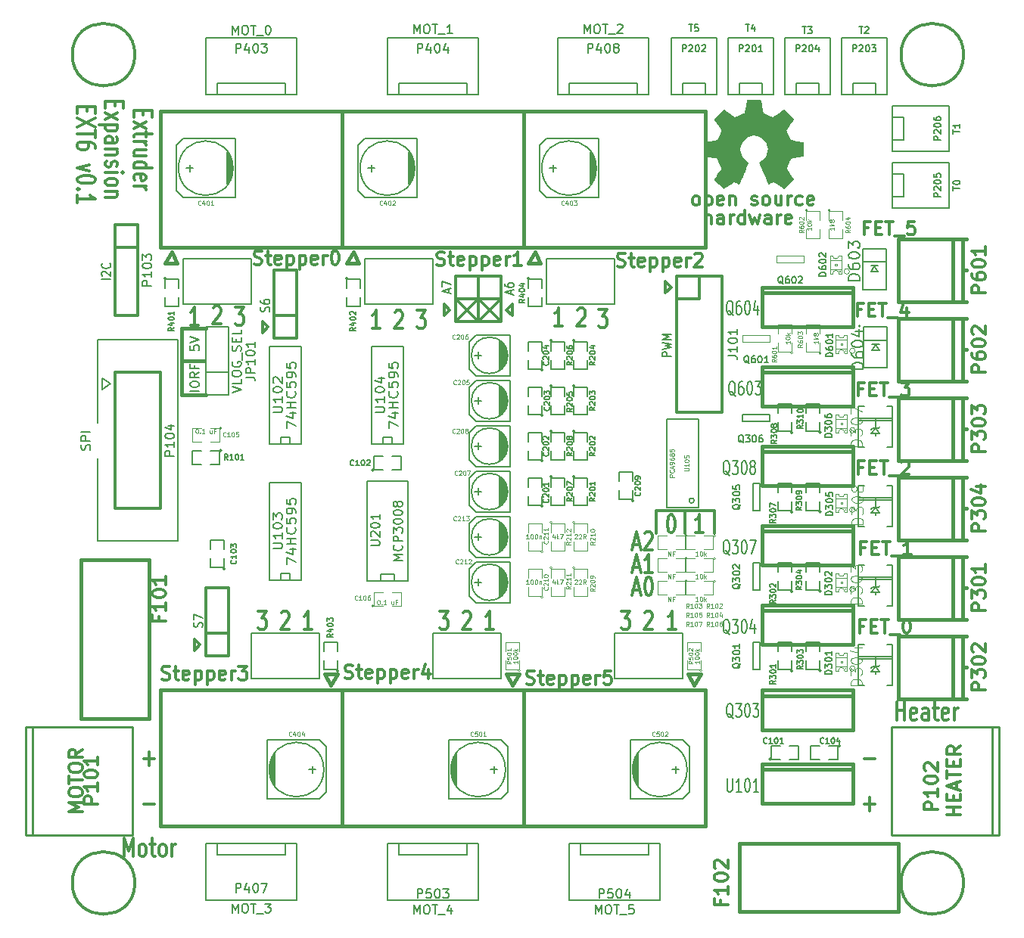
<source format=gto>
G04 (created by PCBNEW (2013-07-07 BZR 4022)-stable) date 10/10/2013 20:13:21*
%MOIN*%
G04 Gerber Fmt 3.4, Leading zero omitted, Abs format*
%FSLAX34Y34*%
G01*
G70*
G90*
G04 APERTURE LIST*
%ADD10C,0.00590551*%
%ADD11C,0.012*%
%ADD12C,0.015*%
%ADD13C,0.008*%
%ADD14C,0.005*%
%ADD15C,0.0001*%
%ADD16C,0.01*%
%ADD17C,0.006*%
%ADD18C,0.0047*%
%ADD19C,0.0039*%
%ADD20C,0.0079*%
%ADD21C,0.0031*%
%ADD22C,0.0026*%
%ADD23C,0.002*%
%ADD24C,0.004*%
%ADD25C,0.0075*%
%ADD26C,0.0035*%
%ADD27C,0.011811*%
%ADD28C,0.0051*%
%ADD29C,0.0043*%
G04 APERTURE END LIST*
G54D10*
G54D11*
X5500Y11750D02*
X5500Y12250D01*
X5750Y12000D02*
X5500Y11750D01*
X5500Y12250D02*
X5750Y12000D01*
X26250Y27500D02*
X26250Y28000D01*
X26500Y27750D02*
X26250Y27500D01*
X26250Y28000D02*
X26500Y27750D01*
X8500Y25750D02*
X8500Y26250D01*
X8750Y26000D02*
X8500Y25750D01*
X8500Y26250D02*
X8750Y26000D01*
X16500Y26500D02*
X16500Y27000D01*
X16750Y26750D02*
X16500Y26500D01*
X16500Y27000D02*
X16750Y26750D01*
X19500Y26500D02*
X19500Y27000D01*
X19250Y26750D02*
X19500Y26500D01*
X19500Y27000D02*
X19250Y26750D01*
X26250Y27500D02*
X26250Y28000D01*
X26500Y27750D02*
X26250Y27500D01*
X26250Y28000D02*
X26500Y27750D01*
X24821Y16404D02*
X25107Y16404D01*
X24764Y16176D02*
X24964Y16976D01*
X25164Y16176D01*
X25335Y16900D02*
X25364Y16938D01*
X25421Y16976D01*
X25564Y16976D01*
X25621Y16938D01*
X25650Y16900D01*
X25678Y16823D01*
X25678Y16747D01*
X25650Y16633D01*
X25307Y16176D01*
X25678Y16176D01*
X24821Y15404D02*
X25107Y15404D01*
X24764Y15176D02*
X24964Y15976D01*
X25164Y15176D01*
X25678Y15176D02*
X25335Y15176D01*
X25507Y15176D02*
X25507Y15976D01*
X25450Y15861D01*
X25392Y15785D01*
X25335Y15747D01*
X24821Y14404D02*
X25107Y14404D01*
X24764Y14176D02*
X24964Y14976D01*
X25164Y14176D01*
X25478Y14976D02*
X25535Y14976D01*
X25592Y14938D01*
X25621Y14900D01*
X25650Y14823D01*
X25678Y14671D01*
X25678Y14480D01*
X25650Y14328D01*
X25621Y14252D01*
X25592Y14214D01*
X25535Y14176D01*
X25478Y14176D01*
X25421Y14214D01*
X25392Y14252D01*
X25364Y14328D01*
X25335Y14480D01*
X25335Y14671D01*
X25364Y14823D01*
X25392Y14900D01*
X25421Y14938D01*
X25478Y14976D01*
X26471Y17726D02*
X26528Y17726D01*
X26585Y17688D01*
X26614Y17650D01*
X26642Y17573D01*
X26671Y17421D01*
X26671Y17230D01*
X26642Y17078D01*
X26614Y17002D01*
X26585Y16964D01*
X26528Y16926D01*
X26471Y16926D01*
X26414Y16964D01*
X26385Y17002D01*
X26357Y17078D01*
X26328Y17230D01*
X26328Y17421D01*
X26357Y17573D01*
X26385Y17650D01*
X26414Y17688D01*
X26471Y17726D01*
X27921Y16926D02*
X27578Y16926D01*
X27750Y16926D02*
X27750Y17726D01*
X27692Y17611D01*
X27635Y17535D01*
X27578Y17497D01*
X27100Y16900D02*
X27100Y17900D01*
X25850Y17900D02*
X25850Y16900D01*
X28400Y17900D02*
X25850Y17900D01*
X28400Y16900D02*
X28400Y17900D01*
X21721Y26026D02*
X21378Y26026D01*
X21550Y26026D02*
X21550Y26826D01*
X21492Y26711D01*
X21435Y26635D01*
X21378Y26597D01*
X22378Y26750D02*
X22407Y26788D01*
X22464Y26826D01*
X22607Y26826D01*
X22664Y26788D01*
X22692Y26750D01*
X22721Y26673D01*
X22721Y26597D01*
X22692Y26483D01*
X22350Y26026D01*
X22721Y26026D01*
X23300Y26776D02*
X23671Y26776D01*
X23471Y26471D01*
X23557Y26471D01*
X23614Y26433D01*
X23642Y26395D01*
X23671Y26319D01*
X23671Y26128D01*
X23642Y26052D01*
X23614Y26014D01*
X23557Y25976D01*
X23385Y25976D01*
X23328Y26014D01*
X23300Y26052D01*
X24300Y13476D02*
X24671Y13476D01*
X24471Y13171D01*
X24557Y13171D01*
X24614Y13133D01*
X24642Y13095D01*
X24671Y13019D01*
X24671Y12828D01*
X24642Y12752D01*
X24614Y12714D01*
X24557Y12676D01*
X24385Y12676D01*
X24328Y12714D01*
X24300Y12752D01*
X25328Y13400D02*
X25357Y13438D01*
X25414Y13476D01*
X25557Y13476D01*
X25614Y13438D01*
X25642Y13400D01*
X25671Y13323D01*
X25671Y13247D01*
X25642Y13133D01*
X25300Y12676D01*
X25671Y12676D01*
X26721Y12676D02*
X26378Y12676D01*
X26550Y12676D02*
X26550Y13476D01*
X26492Y13361D01*
X26435Y13285D01*
X26378Y13247D01*
G54D12*
X5950Y24500D02*
X4950Y24500D01*
X4950Y25950D02*
X6000Y25950D01*
X4950Y23000D02*
X4950Y25950D01*
X6000Y23000D02*
X4950Y23000D01*
G54D11*
X16300Y13476D02*
X16671Y13476D01*
X16471Y13171D01*
X16557Y13171D01*
X16614Y13133D01*
X16642Y13095D01*
X16671Y13019D01*
X16671Y12828D01*
X16642Y12752D01*
X16614Y12714D01*
X16557Y12676D01*
X16385Y12676D01*
X16328Y12714D01*
X16300Y12752D01*
X17328Y13400D02*
X17357Y13438D01*
X17414Y13476D01*
X17557Y13476D01*
X17614Y13438D01*
X17642Y13400D01*
X17671Y13323D01*
X17671Y13247D01*
X17642Y13133D01*
X17300Y12676D01*
X17671Y12676D01*
X18671Y12676D02*
X18328Y12676D01*
X18500Y12676D02*
X18500Y13476D01*
X18442Y13361D01*
X18385Y13285D01*
X18328Y13247D01*
X8300Y13476D02*
X8671Y13476D01*
X8471Y13171D01*
X8557Y13171D01*
X8614Y13133D01*
X8642Y13095D01*
X8671Y13019D01*
X8671Y12828D01*
X8642Y12752D01*
X8614Y12714D01*
X8557Y12676D01*
X8385Y12676D01*
X8328Y12714D01*
X8300Y12752D01*
X9328Y13400D02*
X9357Y13438D01*
X9414Y13476D01*
X9557Y13476D01*
X9614Y13438D01*
X9642Y13400D01*
X9671Y13323D01*
X9671Y13247D01*
X9642Y13133D01*
X9300Y12676D01*
X9671Y12676D01*
X10671Y12676D02*
X10328Y12676D01*
X10500Y12676D02*
X10500Y13476D01*
X10442Y13361D01*
X10385Y13285D01*
X10328Y13247D01*
X15300Y26726D02*
X15671Y26726D01*
X15471Y26421D01*
X15557Y26421D01*
X15614Y26383D01*
X15642Y26345D01*
X15671Y26269D01*
X15671Y26078D01*
X15642Y26002D01*
X15614Y25964D01*
X15557Y25926D01*
X15385Y25926D01*
X15328Y25964D01*
X15300Y26002D01*
X14328Y26650D02*
X14357Y26688D01*
X14414Y26726D01*
X14557Y26726D01*
X14614Y26688D01*
X14642Y26650D01*
X14671Y26573D01*
X14671Y26497D01*
X14642Y26383D01*
X14300Y25926D01*
X14671Y25926D01*
X13671Y25926D02*
X13328Y25926D01*
X13500Y25926D02*
X13500Y26726D01*
X13442Y26611D01*
X13385Y26535D01*
X13328Y26497D01*
X7300Y26876D02*
X7671Y26876D01*
X7471Y26571D01*
X7557Y26571D01*
X7614Y26533D01*
X7642Y26495D01*
X7671Y26419D01*
X7671Y26228D01*
X7642Y26152D01*
X7614Y26114D01*
X7557Y26076D01*
X7385Y26076D01*
X7328Y26114D01*
X7300Y26152D01*
X6328Y26850D02*
X6357Y26888D01*
X6414Y26926D01*
X6557Y26926D01*
X6614Y26888D01*
X6642Y26850D01*
X6671Y26773D01*
X6671Y26697D01*
X6642Y26583D01*
X6300Y26126D01*
X6671Y26126D01*
X5671Y26076D02*
X5328Y26076D01*
X5500Y26076D02*
X5500Y26876D01*
X5442Y26761D01*
X5385Y26685D01*
X5328Y26647D01*
G54D13*
X5311Y25173D02*
X5311Y24983D01*
X5502Y24964D01*
X5483Y24983D01*
X5464Y25021D01*
X5464Y25116D01*
X5483Y25154D01*
X5502Y25173D01*
X5540Y25192D01*
X5635Y25192D01*
X5673Y25173D01*
X5692Y25154D01*
X5711Y25116D01*
X5711Y25021D01*
X5692Y24983D01*
X5673Y24964D01*
X5311Y25307D02*
X5711Y25440D01*
X5311Y25573D01*
X5711Y23169D02*
X5311Y23169D01*
X5311Y23435D02*
X5311Y23511D01*
X5330Y23550D01*
X5369Y23588D01*
X5445Y23607D01*
X5578Y23607D01*
X5654Y23588D01*
X5692Y23550D01*
X5711Y23511D01*
X5711Y23435D01*
X5692Y23397D01*
X5654Y23359D01*
X5578Y23340D01*
X5445Y23340D01*
X5369Y23359D01*
X5330Y23397D01*
X5311Y23435D01*
X5711Y24007D02*
X5521Y23873D01*
X5711Y23778D02*
X5311Y23778D01*
X5311Y23930D01*
X5330Y23969D01*
X5350Y23988D01*
X5388Y24007D01*
X5445Y24007D01*
X5483Y23988D01*
X5502Y23969D01*
X5521Y23930D01*
X5521Y23778D01*
X5502Y24311D02*
X5502Y24178D01*
X5711Y24178D02*
X5311Y24178D01*
X5311Y24369D01*
G54D11*
X36435Y8676D02*
X36435Y9476D01*
X36435Y9095D02*
X36778Y9095D01*
X36778Y8676D02*
X36778Y9476D01*
X37292Y8714D02*
X37235Y8676D01*
X37121Y8676D01*
X37064Y8714D01*
X37035Y8790D01*
X37035Y9095D01*
X37064Y9171D01*
X37121Y9209D01*
X37235Y9209D01*
X37292Y9171D01*
X37321Y9095D01*
X37321Y9019D01*
X37035Y8942D01*
X37835Y8676D02*
X37835Y9095D01*
X37807Y9171D01*
X37750Y9209D01*
X37635Y9209D01*
X37578Y9171D01*
X37835Y8714D02*
X37778Y8676D01*
X37635Y8676D01*
X37578Y8714D01*
X37550Y8790D01*
X37550Y8866D01*
X37578Y8942D01*
X37635Y8980D01*
X37778Y8980D01*
X37835Y9019D01*
X38035Y9209D02*
X38264Y9209D01*
X38121Y9476D02*
X38121Y8790D01*
X38150Y8714D01*
X38207Y8676D01*
X38264Y8676D01*
X38692Y8714D02*
X38635Y8676D01*
X38521Y8676D01*
X38464Y8714D01*
X38435Y8790D01*
X38435Y9095D01*
X38464Y9171D01*
X38521Y9209D01*
X38635Y9209D01*
X38692Y9171D01*
X38721Y9095D01*
X38721Y9019D01*
X38435Y8942D01*
X38978Y8676D02*
X38978Y9209D01*
X38978Y9057D02*
X39007Y9133D01*
X39035Y9171D01*
X39092Y9209D01*
X39150Y9209D01*
X2400Y2676D02*
X2400Y3476D01*
X2600Y2904D01*
X2800Y3476D01*
X2800Y2676D01*
X3171Y2676D02*
X3114Y2714D01*
X3085Y2752D01*
X3057Y2828D01*
X3057Y3057D01*
X3085Y3133D01*
X3114Y3171D01*
X3171Y3209D01*
X3257Y3209D01*
X3314Y3171D01*
X3342Y3133D01*
X3371Y3057D01*
X3371Y2828D01*
X3342Y2752D01*
X3314Y2714D01*
X3257Y2676D01*
X3171Y2676D01*
X3542Y3209D02*
X3771Y3209D01*
X3628Y3476D02*
X3628Y2790D01*
X3657Y2714D01*
X3714Y2676D01*
X3771Y2676D01*
X4057Y2676D02*
X4000Y2714D01*
X3971Y2752D01*
X3942Y2828D01*
X3942Y3057D01*
X3971Y3133D01*
X4000Y3171D01*
X4057Y3209D01*
X4142Y3209D01*
X4200Y3171D01*
X4228Y3133D01*
X4257Y3057D01*
X4257Y2828D01*
X4228Y2752D01*
X4200Y2714D01*
X4142Y2676D01*
X4057Y2676D01*
X4514Y2676D02*
X4514Y3209D01*
X4514Y3057D02*
X4542Y3133D01*
X4571Y3171D01*
X4628Y3209D01*
X4685Y3209D01*
X35021Y6980D02*
X35478Y6980D01*
X35021Y4980D02*
X35478Y4980D01*
X35250Y4676D02*
X35250Y5285D01*
X3271Y4980D02*
X3728Y4980D01*
X3271Y6980D02*
X3728Y6980D01*
X3500Y6676D02*
X3500Y7285D01*
X3245Y35542D02*
X3245Y35342D01*
X2826Y35257D02*
X2826Y35542D01*
X3626Y35542D01*
X3626Y35257D01*
X2826Y35057D02*
X3359Y34742D01*
X3359Y35057D02*
X2826Y34742D01*
X3359Y34600D02*
X3359Y34371D01*
X3626Y34514D02*
X2940Y34514D01*
X2864Y34485D01*
X2826Y34428D01*
X2826Y34371D01*
X2826Y34171D02*
X3359Y34171D01*
X3207Y34171D02*
X3283Y34142D01*
X3321Y34114D01*
X3359Y34057D01*
X3359Y34000D01*
X3359Y33542D02*
X2826Y33542D01*
X3359Y33800D02*
X2940Y33800D01*
X2864Y33771D01*
X2826Y33714D01*
X2826Y33628D01*
X2864Y33571D01*
X2902Y33542D01*
X2826Y33000D02*
X3626Y33000D01*
X2864Y33000D02*
X2826Y33057D01*
X2826Y33171D01*
X2864Y33228D01*
X2902Y33257D01*
X2978Y33285D01*
X3207Y33285D01*
X3283Y33257D01*
X3321Y33228D01*
X3359Y33171D01*
X3359Y33057D01*
X3321Y33000D01*
X2864Y32485D02*
X2826Y32542D01*
X2826Y32657D01*
X2864Y32714D01*
X2940Y32742D01*
X3245Y32742D01*
X3321Y32714D01*
X3359Y32657D01*
X3359Y32542D01*
X3321Y32485D01*
X3245Y32457D01*
X3169Y32457D01*
X3092Y32742D01*
X2826Y32200D02*
X3359Y32200D01*
X3207Y32200D02*
X3283Y32171D01*
X3321Y32142D01*
X3359Y32085D01*
X3359Y32028D01*
X2005Y35942D02*
X2005Y35742D01*
X1586Y35657D02*
X1586Y35942D01*
X2386Y35942D01*
X2386Y35657D01*
X1586Y35457D02*
X2119Y35142D01*
X2119Y35457D02*
X1586Y35142D01*
X2119Y34914D02*
X1319Y34914D01*
X2081Y34914D02*
X2119Y34857D01*
X2119Y34742D01*
X2081Y34685D01*
X2043Y34657D01*
X1967Y34628D01*
X1738Y34628D01*
X1662Y34657D01*
X1624Y34685D01*
X1586Y34742D01*
X1586Y34857D01*
X1624Y34914D01*
X1586Y34114D02*
X2005Y34114D01*
X2081Y34142D01*
X2119Y34199D01*
X2119Y34314D01*
X2081Y34371D01*
X1624Y34114D02*
X1586Y34171D01*
X1586Y34314D01*
X1624Y34371D01*
X1700Y34399D01*
X1776Y34399D01*
X1852Y34371D01*
X1890Y34314D01*
X1890Y34171D01*
X1929Y34114D01*
X2119Y33828D02*
X1586Y33828D01*
X2043Y33828D02*
X2081Y33799D01*
X2119Y33742D01*
X2119Y33657D01*
X2081Y33599D01*
X2005Y33571D01*
X1586Y33571D01*
X1624Y33314D02*
X1586Y33257D01*
X1586Y33142D01*
X1624Y33085D01*
X1700Y33057D01*
X1738Y33057D01*
X1814Y33085D01*
X1852Y33142D01*
X1852Y33228D01*
X1890Y33285D01*
X1967Y33314D01*
X2005Y33314D01*
X2081Y33285D01*
X2119Y33228D01*
X2119Y33142D01*
X2081Y33085D01*
X1586Y32800D02*
X2119Y32800D01*
X2386Y32800D02*
X2348Y32828D01*
X2310Y32800D01*
X2348Y32771D01*
X2386Y32800D01*
X2310Y32800D01*
X1586Y32428D02*
X1624Y32485D01*
X1662Y32514D01*
X1738Y32542D01*
X1967Y32542D01*
X2043Y32514D01*
X2081Y32485D01*
X2119Y32428D01*
X2119Y32342D01*
X2081Y32285D01*
X2043Y32257D01*
X1967Y32228D01*
X1738Y32228D01*
X1662Y32257D01*
X1624Y32285D01*
X1586Y32342D01*
X1586Y32428D01*
X2119Y31971D02*
X1586Y31971D01*
X2043Y31971D02*
X2081Y31942D01*
X2119Y31885D01*
X2119Y31800D01*
X2081Y31742D01*
X2005Y31714D01*
X1586Y31714D01*
X765Y35700D02*
X765Y35500D01*
X346Y35414D02*
X346Y35700D01*
X1146Y35700D01*
X1146Y35414D01*
X1146Y35214D02*
X346Y34814D01*
X1146Y34814D02*
X346Y35214D01*
X1146Y34671D02*
X1146Y34328D01*
X346Y34500D02*
X1146Y34500D01*
X1146Y33871D02*
X1146Y33985D01*
X1108Y34042D01*
X1070Y34071D01*
X955Y34128D01*
X803Y34157D01*
X498Y34157D01*
X422Y34128D01*
X384Y34100D01*
X346Y34042D01*
X346Y33928D01*
X384Y33871D01*
X422Y33842D01*
X498Y33814D01*
X689Y33814D01*
X765Y33842D01*
X803Y33871D01*
X841Y33928D01*
X841Y34042D01*
X803Y34100D01*
X765Y34128D01*
X689Y34157D01*
X879Y33157D02*
X346Y33014D01*
X879Y32871D01*
X1146Y32528D02*
X1146Y32471D01*
X1108Y32414D01*
X1070Y32385D01*
X993Y32357D01*
X841Y32328D01*
X650Y32328D01*
X498Y32357D01*
X422Y32385D01*
X384Y32414D01*
X346Y32471D01*
X346Y32528D01*
X384Y32585D01*
X422Y32614D01*
X498Y32642D01*
X650Y32671D01*
X841Y32671D01*
X993Y32642D01*
X1070Y32614D01*
X1108Y32585D01*
X1146Y32528D01*
X422Y32071D02*
X384Y32042D01*
X346Y32071D01*
X384Y32099D01*
X422Y32071D01*
X346Y32071D01*
X346Y31471D02*
X346Y31814D01*
X346Y31642D02*
X1146Y31642D01*
X1031Y31700D01*
X955Y31757D01*
X917Y31814D01*
G54D12*
X30500Y9750D02*
X30500Y10000D01*
X30500Y10000D02*
X34500Y10000D01*
X34500Y10000D02*
X34500Y9750D01*
X30500Y8250D02*
X30500Y9750D01*
X30500Y9750D02*
X34500Y9750D01*
X34500Y9750D02*
X34500Y8250D01*
X34500Y8250D02*
X30500Y8250D01*
X30500Y13500D02*
X30500Y13750D01*
X30500Y13750D02*
X34500Y13750D01*
X34500Y13750D02*
X34500Y13500D01*
X30500Y12000D02*
X30500Y13500D01*
X30500Y13500D02*
X34500Y13500D01*
X34500Y13500D02*
X34500Y12000D01*
X34500Y12000D02*
X30500Y12000D01*
X30500Y17000D02*
X30500Y17250D01*
X30500Y17250D02*
X34500Y17250D01*
X34500Y17250D02*
X34500Y17000D01*
X30500Y15500D02*
X30500Y17000D01*
X30500Y17000D02*
X34500Y17000D01*
X34500Y17000D02*
X34500Y15500D01*
X34500Y15500D02*
X30500Y15500D01*
X30500Y20500D02*
X30500Y20750D01*
X30500Y20750D02*
X34500Y20750D01*
X34500Y20750D02*
X34500Y20500D01*
X30500Y19000D02*
X30500Y20500D01*
X30500Y20500D02*
X34500Y20500D01*
X34500Y20500D02*
X34500Y19000D01*
X34500Y19000D02*
X30500Y19000D01*
G54D14*
X30100Y14400D02*
X30100Y15600D01*
X30100Y15600D02*
X30400Y15600D01*
X30400Y15600D02*
X30400Y14400D01*
X30400Y14400D02*
X30100Y14400D01*
X30100Y10900D02*
X30100Y12100D01*
X30100Y12100D02*
X30400Y12100D01*
X30400Y12100D02*
X30400Y10900D01*
X30400Y10900D02*
X30100Y10900D01*
X30100Y17900D02*
X30100Y19100D01*
X30100Y19100D02*
X30400Y19100D01*
X30400Y19100D02*
X30400Y17900D01*
X30400Y17900D02*
X30100Y17900D01*
X30850Y21850D02*
X29650Y21850D01*
X29650Y21850D02*
X29650Y22150D01*
X29650Y22150D02*
X30850Y22150D01*
X30850Y22150D02*
X30850Y21850D01*
X21250Y19400D02*
G75*
G03X21250Y19400I-50J0D01*
G74*
G01*
X21200Y18950D02*
X21200Y19350D01*
X21200Y19350D02*
X21800Y19350D01*
X21800Y19350D02*
X21800Y18950D01*
X21800Y18550D02*
X21800Y18150D01*
X21800Y18150D02*
X21200Y18150D01*
X21200Y18150D02*
X21200Y18550D01*
X21250Y21400D02*
G75*
G03X21250Y21400I-50J0D01*
G74*
G01*
X21200Y20950D02*
X21200Y21350D01*
X21200Y21350D02*
X21800Y21350D01*
X21800Y21350D02*
X21800Y20950D01*
X21800Y20550D02*
X21800Y20150D01*
X21800Y20150D02*
X21200Y20150D01*
X21200Y20150D02*
X21200Y20550D01*
X31850Y10850D02*
G75*
G03X31850Y10850I-50J0D01*
G74*
G01*
X31800Y11300D02*
X31800Y10900D01*
X31800Y10900D02*
X31200Y10900D01*
X31200Y10900D02*
X31200Y11300D01*
X31200Y11700D02*
X31200Y12100D01*
X31200Y12100D02*
X31800Y12100D01*
X31800Y12100D02*
X31800Y11700D01*
X31850Y14350D02*
G75*
G03X31850Y14350I-50J0D01*
G74*
G01*
X31800Y14800D02*
X31800Y14400D01*
X31800Y14400D02*
X31200Y14400D01*
X31200Y14400D02*
X31200Y14800D01*
X31200Y15200D02*
X31200Y15600D01*
X31200Y15600D02*
X31800Y15600D01*
X31800Y15600D02*
X31800Y15200D01*
X33100Y10850D02*
G75*
G03X33100Y10850I-50J0D01*
G74*
G01*
X33050Y11300D02*
X33050Y10900D01*
X33050Y10900D02*
X32450Y10900D01*
X32450Y10900D02*
X32450Y11300D01*
X32450Y11700D02*
X32450Y12100D01*
X32450Y12100D02*
X33050Y12100D01*
X33050Y12100D02*
X33050Y11700D01*
X33100Y14350D02*
G75*
G03X33100Y14350I-50J0D01*
G74*
G01*
X33050Y14800D02*
X33050Y14400D01*
X33050Y14400D02*
X32450Y14400D01*
X32450Y14400D02*
X32450Y14800D01*
X32450Y15200D02*
X32450Y15600D01*
X32450Y15600D02*
X33050Y15600D01*
X33050Y15600D02*
X33050Y15200D01*
X21250Y25400D02*
G75*
G03X21250Y25400I-50J0D01*
G74*
G01*
X21200Y24950D02*
X21200Y25350D01*
X21200Y25350D02*
X21800Y25350D01*
X21800Y25350D02*
X21800Y24950D01*
X21800Y24550D02*
X21800Y24150D01*
X21800Y24150D02*
X21200Y24150D01*
X21200Y24150D02*
X21200Y24550D01*
X21250Y23400D02*
G75*
G03X21250Y23400I-50J0D01*
G74*
G01*
X21200Y22950D02*
X21200Y23350D01*
X21200Y23350D02*
X21800Y23350D01*
X21800Y23350D02*
X21800Y22950D01*
X21800Y22550D02*
X21800Y22150D01*
X21800Y22150D02*
X21200Y22150D01*
X21200Y22150D02*
X21200Y22550D01*
X22250Y25400D02*
G75*
G03X22250Y25400I-50J0D01*
G74*
G01*
X22200Y24950D02*
X22200Y25350D01*
X22200Y25350D02*
X22800Y25350D01*
X22800Y25350D02*
X22800Y24950D01*
X22800Y24550D02*
X22800Y24150D01*
X22800Y24150D02*
X22200Y24150D01*
X22200Y24150D02*
X22200Y24550D01*
X22250Y23400D02*
G75*
G03X22250Y23400I-50J0D01*
G74*
G01*
X22200Y22950D02*
X22200Y23350D01*
X22200Y23350D02*
X22800Y23350D01*
X22800Y23350D02*
X22800Y22950D01*
X22800Y22550D02*
X22800Y22150D01*
X22800Y22150D02*
X22200Y22150D01*
X22200Y22150D02*
X22200Y22550D01*
X22250Y21400D02*
G75*
G03X22250Y21400I-50J0D01*
G74*
G01*
X22200Y20950D02*
X22200Y21350D01*
X22200Y21350D02*
X22800Y21350D01*
X22800Y21350D02*
X22800Y20950D01*
X22800Y20550D02*
X22800Y20150D01*
X22800Y20150D02*
X22200Y20150D01*
X22200Y20150D02*
X22200Y20550D01*
X22250Y19400D02*
G75*
G03X22250Y19400I-50J0D01*
G74*
G01*
X22200Y18950D02*
X22200Y19350D01*
X22200Y19350D02*
X22800Y19350D01*
X22800Y19350D02*
X22800Y18950D01*
X22800Y18550D02*
X22800Y18150D01*
X22800Y18150D02*
X22200Y18150D01*
X22200Y18150D02*
X22200Y18550D01*
X13400Y19700D02*
G75*
G03X13400Y19700I-50J0D01*
G74*
G01*
X13800Y19700D02*
X13400Y19700D01*
X13400Y19700D02*
X13400Y20300D01*
X13400Y20300D02*
X13800Y20300D01*
X14200Y20300D02*
X14600Y20300D01*
X14600Y20300D02*
X14600Y19700D01*
X14600Y19700D02*
X14200Y19700D01*
X6850Y15350D02*
G75*
G03X6850Y15350I-50J0D01*
G74*
G01*
X6800Y15800D02*
X6800Y15400D01*
X6800Y15400D02*
X6200Y15400D01*
X6200Y15400D02*
X6200Y15800D01*
X6200Y16200D02*
X6200Y16600D01*
X6200Y16600D02*
X6800Y16600D01*
X6800Y16600D02*
X6800Y16200D01*
X20850Y18100D02*
G75*
G03X20850Y18100I-50J0D01*
G74*
G01*
X20800Y18550D02*
X20800Y18150D01*
X20800Y18150D02*
X20200Y18150D01*
X20200Y18150D02*
X20200Y18550D01*
X20200Y18950D02*
X20200Y19350D01*
X20200Y19350D02*
X20800Y19350D01*
X20800Y19350D02*
X20800Y18950D01*
X20850Y20100D02*
G75*
G03X20850Y20100I-50J0D01*
G74*
G01*
X20800Y20550D02*
X20800Y20150D01*
X20800Y20150D02*
X20200Y20150D01*
X20200Y20150D02*
X20200Y20550D01*
X20200Y20950D02*
X20200Y21350D01*
X20200Y21350D02*
X20800Y21350D01*
X20800Y21350D02*
X20800Y20950D01*
X20850Y22100D02*
G75*
G03X20850Y22100I-50J0D01*
G74*
G01*
X20800Y22550D02*
X20800Y22150D01*
X20800Y22150D02*
X20200Y22150D01*
X20200Y22150D02*
X20200Y22550D01*
X20200Y22950D02*
X20200Y23350D01*
X20200Y23350D02*
X20800Y23350D01*
X20800Y23350D02*
X20800Y22950D01*
X20850Y24100D02*
G75*
G03X20850Y24100I-50J0D01*
G74*
G01*
X20800Y24550D02*
X20800Y24150D01*
X20800Y24150D02*
X20200Y24150D01*
X20200Y24150D02*
X20200Y24550D01*
X20200Y24950D02*
X20200Y25350D01*
X20200Y25350D02*
X20800Y25350D01*
X20800Y25350D02*
X20800Y24950D01*
X30900Y6950D02*
G75*
G03X30900Y6950I-50J0D01*
G74*
G01*
X31300Y6950D02*
X30900Y6950D01*
X30900Y6950D02*
X30900Y7550D01*
X30900Y7550D02*
X31300Y7550D01*
X31700Y7550D02*
X32100Y7550D01*
X32100Y7550D02*
X32100Y6950D01*
X32100Y6950D02*
X31700Y6950D01*
X20250Y28150D02*
G75*
G03X20250Y28150I-50J0D01*
G74*
G01*
X20200Y27700D02*
X20200Y28100D01*
X20200Y28100D02*
X20800Y28100D01*
X20800Y28100D02*
X20800Y27700D01*
X20800Y27300D02*
X20800Y26900D01*
X20800Y26900D02*
X20200Y26900D01*
X20200Y26900D02*
X20200Y27300D01*
X11850Y10850D02*
G75*
G03X11850Y10850I-50J0D01*
G74*
G01*
X11800Y11300D02*
X11800Y10900D01*
X11800Y10900D02*
X11200Y10900D01*
X11200Y10900D02*
X11200Y11300D01*
X11200Y11700D02*
X11200Y12100D01*
X11200Y12100D02*
X11800Y12100D01*
X11800Y12100D02*
X11800Y11700D01*
X12250Y28150D02*
G75*
G03X12250Y28150I-50J0D01*
G74*
G01*
X12200Y27700D02*
X12200Y28100D01*
X12200Y28100D02*
X12800Y28100D01*
X12800Y28100D02*
X12800Y27700D01*
X12800Y27300D02*
X12800Y26900D01*
X12800Y26900D02*
X12200Y26900D01*
X12200Y26900D02*
X12200Y27300D01*
X4250Y28150D02*
G75*
G03X4250Y28150I-50J0D01*
G74*
G01*
X4200Y27700D02*
X4200Y28100D01*
X4200Y28100D02*
X4800Y28100D01*
X4800Y28100D02*
X4800Y27700D01*
X4800Y27300D02*
X4800Y26900D01*
X4800Y26900D02*
X4200Y26900D01*
X4200Y26900D02*
X4200Y27300D01*
X33100Y21350D02*
G75*
G03X33100Y21350I-50J0D01*
G74*
G01*
X33050Y21800D02*
X33050Y21400D01*
X33050Y21400D02*
X32450Y21400D01*
X32450Y21400D02*
X32450Y21800D01*
X32450Y22200D02*
X32450Y22600D01*
X32450Y22600D02*
X33050Y22600D01*
X33050Y22600D02*
X33050Y22200D01*
X33100Y17850D02*
G75*
G03X33100Y17850I-50J0D01*
G74*
G01*
X33050Y18300D02*
X33050Y17900D01*
X33050Y17900D02*
X32450Y17900D01*
X32450Y17900D02*
X32450Y18300D01*
X32450Y18700D02*
X32450Y19100D01*
X32450Y19100D02*
X33050Y19100D01*
X33050Y19100D02*
X33050Y18700D01*
X31850Y21350D02*
G75*
G03X31850Y21350I-50J0D01*
G74*
G01*
X31800Y21800D02*
X31800Y21400D01*
X31800Y21400D02*
X31200Y21400D01*
X31200Y21400D02*
X31200Y21800D01*
X31200Y22200D02*
X31200Y22600D01*
X31200Y22600D02*
X31800Y22600D01*
X31800Y22600D02*
X31800Y22200D01*
X31850Y17850D02*
G75*
G03X31850Y17850I-50J0D01*
G74*
G01*
X31800Y18300D02*
X31800Y17900D01*
X31800Y17900D02*
X31200Y17900D01*
X31200Y17900D02*
X31200Y18300D01*
X31200Y18700D02*
X31200Y19100D01*
X31200Y19100D02*
X31800Y19100D01*
X31800Y19100D02*
X31800Y18700D01*
G54D12*
X4200Y28800D02*
X4500Y29300D01*
X4500Y29300D02*
X4750Y28800D01*
X4750Y28800D02*
X4250Y28800D01*
X4000Y35500D02*
X12000Y35500D01*
X12000Y35500D02*
X12000Y29500D01*
X12000Y29500D02*
X4000Y29500D01*
X4000Y29500D02*
X4000Y35500D01*
X12200Y28800D02*
X12500Y29300D01*
X12500Y29300D02*
X12750Y28800D01*
X12750Y28800D02*
X12250Y28800D01*
X12000Y35500D02*
X20000Y35500D01*
X20000Y35500D02*
X20000Y29500D01*
X20000Y29500D02*
X12000Y29500D01*
X12000Y29500D02*
X12000Y35500D01*
X11800Y10700D02*
X11500Y10200D01*
X11500Y10200D02*
X11250Y10700D01*
X11250Y10700D02*
X11750Y10700D01*
X12000Y4000D02*
X4000Y4000D01*
X4000Y4000D02*
X4000Y10000D01*
X4000Y10000D02*
X12000Y10000D01*
X12000Y10000D02*
X12000Y4000D01*
X20200Y28800D02*
X20500Y29300D01*
X20500Y29300D02*
X20750Y28800D01*
X20750Y28800D02*
X20250Y28800D01*
X20000Y35500D02*
X28000Y35500D01*
X28000Y35500D02*
X28000Y29500D01*
X28000Y29500D02*
X20000Y29500D01*
X20000Y29500D02*
X20000Y35500D01*
G54D13*
X24000Y27000D02*
X21000Y27000D01*
X21000Y29000D02*
X24000Y29000D01*
X24000Y29000D02*
X24000Y27000D01*
X21000Y27000D02*
X21000Y29000D01*
X8000Y12500D02*
X11000Y12500D01*
X11000Y10500D02*
X8000Y10500D01*
X8000Y10500D02*
X8000Y12500D01*
X11000Y12500D02*
X11000Y10500D01*
X16000Y27000D02*
X13000Y27000D01*
X13000Y29000D02*
X16000Y29000D01*
X16000Y29000D02*
X16000Y27000D01*
X13000Y27000D02*
X13000Y29000D01*
X8000Y27000D02*
X5000Y27000D01*
X5000Y29000D02*
X8000Y29000D01*
X8000Y29000D02*
X8000Y27000D01*
X5000Y27000D02*
X5000Y29000D01*
G54D14*
X35500Y10800D02*
X35500Y10720D01*
X34750Y10200D02*
X34750Y12000D01*
X34750Y12000D02*
X35000Y12000D01*
X36250Y11360D02*
X34750Y11360D01*
X36250Y11490D02*
X34750Y11490D01*
X36000Y10200D02*
X36250Y10200D01*
X36250Y10200D02*
X36250Y12000D01*
X36250Y12000D02*
X36000Y12000D01*
X35000Y10200D02*
X34750Y10200D01*
X35500Y11050D02*
X35313Y10800D01*
X35313Y10800D02*
X35500Y10800D01*
X35500Y10800D02*
X35687Y10800D01*
X35687Y10800D02*
X35500Y11050D01*
X35500Y11050D02*
X35375Y11050D01*
X35375Y11050D02*
X35313Y10988D01*
X35500Y11050D02*
X35625Y11050D01*
X35625Y11050D02*
X35687Y11112D01*
X35500Y11050D02*
X35500Y11487D01*
X35500Y21300D02*
X35500Y21220D01*
X34750Y20700D02*
X34750Y22500D01*
X34750Y22500D02*
X35000Y22500D01*
X36250Y21860D02*
X34750Y21860D01*
X36250Y21990D02*
X34750Y21990D01*
X36000Y20700D02*
X36250Y20700D01*
X36250Y20700D02*
X36250Y22500D01*
X36250Y22500D02*
X36000Y22500D01*
X35000Y20700D02*
X34750Y20700D01*
X35500Y21550D02*
X35313Y21300D01*
X35313Y21300D02*
X35500Y21300D01*
X35500Y21300D02*
X35687Y21300D01*
X35687Y21300D02*
X35500Y21550D01*
X35500Y21550D02*
X35375Y21550D01*
X35375Y21550D02*
X35313Y21488D01*
X35500Y21550D02*
X35625Y21550D01*
X35625Y21550D02*
X35687Y21612D01*
X35500Y21550D02*
X35500Y21987D01*
X35500Y17800D02*
X35500Y17720D01*
X34750Y17200D02*
X34750Y19000D01*
X34750Y19000D02*
X35000Y19000D01*
X36250Y18360D02*
X34750Y18360D01*
X36250Y18490D02*
X34750Y18490D01*
X36000Y17200D02*
X36250Y17200D01*
X36250Y17200D02*
X36250Y19000D01*
X36250Y19000D02*
X36000Y19000D01*
X35000Y17200D02*
X34750Y17200D01*
X35500Y18050D02*
X35313Y17800D01*
X35313Y17800D02*
X35500Y17800D01*
X35500Y17800D02*
X35687Y17800D01*
X35687Y17800D02*
X35500Y18050D01*
X35500Y18050D02*
X35375Y18050D01*
X35375Y18050D02*
X35313Y17988D01*
X35500Y18050D02*
X35625Y18050D01*
X35625Y18050D02*
X35687Y18112D01*
X35500Y18050D02*
X35500Y18487D01*
X35500Y14300D02*
X35500Y14220D01*
X34750Y13700D02*
X34750Y15500D01*
X34750Y15500D02*
X35000Y15500D01*
X36250Y14860D02*
X34750Y14860D01*
X36250Y14990D02*
X34750Y14990D01*
X36000Y13700D02*
X36250Y13700D01*
X36250Y13700D02*
X36250Y15500D01*
X36250Y15500D02*
X36000Y15500D01*
X35000Y13700D02*
X34750Y13700D01*
X35500Y14550D02*
X35313Y14300D01*
X35313Y14300D02*
X35500Y14300D01*
X35500Y14300D02*
X35687Y14300D01*
X35687Y14300D02*
X35500Y14550D01*
X35500Y14550D02*
X35375Y14550D01*
X35375Y14550D02*
X35313Y14488D01*
X35500Y14550D02*
X35625Y14550D01*
X35625Y14550D02*
X35687Y14612D01*
X35500Y14550D02*
X35500Y14987D01*
G54D13*
X22000Y36250D02*
X22000Y36750D01*
X22000Y36750D02*
X25000Y36750D01*
X25000Y36750D02*
X25000Y36250D01*
X21500Y38750D02*
X21500Y36250D01*
X21500Y36250D02*
X25500Y36250D01*
X25500Y36250D02*
X25500Y38750D01*
X25500Y38750D02*
X21500Y38750D01*
X6500Y36250D02*
X6500Y36750D01*
X6500Y36750D02*
X9500Y36750D01*
X9500Y36750D02*
X9500Y36250D01*
X6000Y38750D02*
X6000Y36250D01*
X6000Y36250D02*
X10000Y36250D01*
X10000Y36250D02*
X10000Y38750D01*
X10000Y38750D02*
X6000Y38750D01*
X14500Y36250D02*
X14500Y36750D01*
X14500Y36750D02*
X17500Y36750D01*
X17500Y36750D02*
X17500Y36250D01*
X14000Y38750D02*
X14000Y36250D01*
X14000Y36250D02*
X18000Y36250D01*
X18000Y36250D02*
X18000Y38750D01*
X18000Y38750D02*
X14000Y38750D01*
X9500Y3250D02*
X9500Y2750D01*
X9500Y2750D02*
X6500Y2750D01*
X6500Y2750D02*
X6500Y3250D01*
X10000Y750D02*
X10000Y3250D01*
X10000Y3250D02*
X6000Y3250D01*
X6000Y3250D02*
X6000Y750D01*
X6000Y750D02*
X10000Y750D01*
G54D14*
X8850Y6800D02*
X8850Y6200D01*
X8900Y6050D02*
X8900Y6950D01*
X8950Y7050D02*
X8950Y5950D01*
X9000Y5850D02*
X9000Y7150D01*
X9050Y7200D02*
X9050Y5800D01*
X11200Y6500D02*
G75*
G03X11200Y6500I-1200J0D01*
G74*
G01*
X8700Y7800D02*
X8700Y5200D01*
X8700Y5200D02*
X11000Y5200D01*
X11000Y5200D02*
X11300Y5500D01*
X11300Y5500D02*
X11300Y7500D01*
X11300Y7500D02*
X11000Y7800D01*
X11000Y7800D02*
X8700Y7800D01*
X10850Y6500D02*
X10550Y6500D01*
X10700Y6650D02*
X10700Y6350D01*
X23150Y32700D02*
X23150Y33300D01*
X23100Y33450D02*
X23100Y32550D01*
X23050Y32450D02*
X23050Y33550D01*
X23000Y33650D02*
X23000Y32350D01*
X22950Y32300D02*
X22950Y33700D01*
X23200Y33000D02*
G75*
G03X23200Y33000I-1200J0D01*
G74*
G01*
X23300Y31700D02*
X23300Y34300D01*
X23300Y34300D02*
X21000Y34300D01*
X21000Y34300D02*
X20700Y34000D01*
X20700Y34000D02*
X20700Y32000D01*
X20700Y32000D02*
X21000Y31700D01*
X21000Y31700D02*
X23300Y31700D01*
X21150Y33000D02*
X21450Y33000D01*
X21300Y32850D02*
X21300Y33150D01*
X15150Y32700D02*
X15150Y33300D01*
X15100Y33450D02*
X15100Y32550D01*
X15050Y32450D02*
X15050Y33550D01*
X15000Y33650D02*
X15000Y32350D01*
X14950Y32300D02*
X14950Y33700D01*
X15200Y33000D02*
G75*
G03X15200Y33000I-1200J0D01*
G74*
G01*
X15300Y31700D02*
X15300Y34300D01*
X15300Y34300D02*
X13000Y34300D01*
X13000Y34300D02*
X12700Y34000D01*
X12700Y34000D02*
X12700Y32000D01*
X12700Y32000D02*
X13000Y31700D01*
X13000Y31700D02*
X15300Y31700D01*
X13150Y33000D02*
X13450Y33000D01*
X13300Y32850D02*
X13300Y33150D01*
X7150Y32700D02*
X7150Y33300D01*
X7100Y33450D02*
X7100Y32550D01*
X7050Y32450D02*
X7050Y33550D01*
X7000Y33650D02*
X7000Y32350D01*
X6950Y32300D02*
X6950Y33700D01*
X7200Y33000D02*
G75*
G03X7200Y33000I-1200J0D01*
G74*
G01*
X7300Y31700D02*
X7300Y34300D01*
X7300Y34300D02*
X5000Y34300D01*
X5000Y34300D02*
X4700Y34000D01*
X4700Y34000D02*
X4700Y32000D01*
X4700Y32000D02*
X5000Y31700D01*
X5000Y31700D02*
X7300Y31700D01*
X5150Y33000D02*
X5450Y33000D01*
X5300Y32850D02*
X5300Y33150D01*
X17850Y20750D02*
X18150Y20750D01*
X18000Y20600D02*
X18000Y20900D01*
X17900Y21650D02*
X19400Y21650D01*
X17600Y20150D02*
X17600Y21350D01*
X17900Y21650D02*
X17600Y21350D01*
X17900Y19850D02*
X19400Y19850D01*
X17900Y19850D02*
X17600Y20150D01*
X19300Y20800D02*
X19300Y20700D01*
X19250Y20500D02*
X19250Y21000D01*
X19200Y21100D02*
X19200Y20400D01*
X19150Y21200D02*
X19150Y20300D01*
X19100Y20250D02*
X19100Y21250D01*
X19050Y21300D02*
X19050Y20200D01*
X19000Y20150D02*
X19000Y21350D01*
X18950Y20100D02*
X18950Y21400D01*
X19300Y20750D02*
G75*
G03X19300Y20750I-800J0D01*
G74*
G01*
X19400Y19850D02*
X19400Y21650D01*
X17850Y18750D02*
X18150Y18750D01*
X18000Y18600D02*
X18000Y18900D01*
X17900Y19650D02*
X19400Y19650D01*
X17600Y18150D02*
X17600Y19350D01*
X17900Y19650D02*
X17600Y19350D01*
X17900Y17850D02*
X19400Y17850D01*
X17900Y17850D02*
X17600Y18150D01*
X19300Y18800D02*
X19300Y18700D01*
X19250Y18500D02*
X19250Y19000D01*
X19200Y19100D02*
X19200Y18400D01*
X19150Y19200D02*
X19150Y18300D01*
X19100Y18250D02*
X19100Y19250D01*
X19050Y19300D02*
X19050Y18200D01*
X19000Y18150D02*
X19000Y19350D01*
X18950Y18100D02*
X18950Y19400D01*
X19300Y18750D02*
G75*
G03X19300Y18750I-800J0D01*
G74*
G01*
X19400Y17850D02*
X19400Y19650D01*
X17850Y24750D02*
X18150Y24750D01*
X18000Y24600D02*
X18000Y24900D01*
X17900Y25650D02*
X19400Y25650D01*
X17600Y24150D02*
X17600Y25350D01*
X17900Y25650D02*
X17600Y25350D01*
X17900Y23850D02*
X19400Y23850D01*
X17900Y23850D02*
X17600Y24150D01*
X19300Y24800D02*
X19300Y24700D01*
X19250Y24500D02*
X19250Y25000D01*
X19200Y25100D02*
X19200Y24400D01*
X19150Y25200D02*
X19150Y24300D01*
X19100Y24250D02*
X19100Y25250D01*
X19050Y25300D02*
X19050Y24200D01*
X19000Y24150D02*
X19000Y25350D01*
X18950Y24100D02*
X18950Y25400D01*
X19300Y24750D02*
G75*
G03X19300Y24750I-800J0D01*
G74*
G01*
X19400Y23850D02*
X19400Y25650D01*
X17850Y22750D02*
X18150Y22750D01*
X18000Y22600D02*
X18000Y22900D01*
X17900Y23650D02*
X19400Y23650D01*
X17600Y22150D02*
X17600Y23350D01*
X17900Y23650D02*
X17600Y23350D01*
X17900Y21850D02*
X19400Y21850D01*
X17900Y21850D02*
X17600Y22150D01*
X19300Y22800D02*
X19300Y22700D01*
X19250Y22500D02*
X19250Y23000D01*
X19200Y23100D02*
X19200Y22400D01*
X19150Y23200D02*
X19150Y22300D01*
X19100Y22250D02*
X19100Y23250D01*
X19050Y23300D02*
X19050Y22200D01*
X19000Y22150D02*
X19000Y23350D01*
X18950Y22100D02*
X18950Y23400D01*
X19300Y22750D02*
G75*
G03X19300Y22750I-800J0D01*
G74*
G01*
X19400Y21850D02*
X19400Y23650D01*
G54D15*
G36*
X28822Y32082D02*
X28845Y32094D01*
X28896Y32126D01*
X28969Y32174D01*
X29056Y32232D01*
X29143Y32291D01*
X29214Y32339D01*
X29264Y32371D01*
X29285Y32382D01*
X29296Y32378D01*
X29337Y32358D01*
X29397Y32327D01*
X29432Y32309D01*
X29487Y32286D01*
X29514Y32281D01*
X29519Y32288D01*
X29539Y32330D01*
X29570Y32402D01*
X29612Y32497D01*
X29659Y32608D01*
X29710Y32728D01*
X29761Y32850D01*
X29809Y32967D01*
X29852Y33072D01*
X29886Y33157D01*
X29909Y33216D01*
X29917Y33242D01*
X29915Y33247D01*
X29887Y33274D01*
X29839Y33310D01*
X29736Y33394D01*
X29633Y33522D01*
X29571Y33667D01*
X29550Y33828D01*
X29568Y33978D01*
X29627Y34122D01*
X29727Y34251D01*
X29848Y34347D01*
X29990Y34408D01*
X30150Y34427D01*
X30303Y34410D01*
X30449Y34352D01*
X30579Y34254D01*
X30633Y34191D01*
X30708Y34060D01*
X30751Y33920D01*
X30756Y33884D01*
X30749Y33730D01*
X30704Y33583D01*
X30623Y33451D01*
X30510Y33343D01*
X30496Y33332D01*
X30443Y33293D01*
X30408Y33266D01*
X30381Y33244D01*
X30577Y32772D01*
X30608Y32697D01*
X30662Y32568D01*
X30709Y32457D01*
X30747Y32369D01*
X30773Y32310D01*
X30785Y32286D01*
X30786Y32285D01*
X30803Y32282D01*
X30839Y32295D01*
X30905Y32327D01*
X30949Y32349D01*
X30999Y32373D01*
X31021Y32382D01*
X31040Y32372D01*
X31088Y32341D01*
X31158Y32294D01*
X31243Y32236D01*
X31323Y32182D01*
X31397Y32133D01*
X31451Y32099D01*
X31477Y32085D01*
X31481Y32085D01*
X31504Y32098D01*
X31546Y32133D01*
X31611Y32194D01*
X31702Y32284D01*
X31716Y32297D01*
X31790Y32373D01*
X31851Y32437D01*
X31892Y32482D01*
X31906Y32503D01*
X31906Y32503D01*
X31893Y32529D01*
X31859Y32582D01*
X31810Y32657D01*
X31750Y32745D01*
X31594Y32972D01*
X31680Y33186D01*
X31706Y33251D01*
X31740Y33331D01*
X31765Y33388D01*
X31777Y33413D01*
X31801Y33421D01*
X31859Y33435D01*
X31944Y33453D01*
X32046Y33472D01*
X32142Y33489D01*
X32229Y33506D01*
X32293Y33518D01*
X32321Y33524D01*
X32328Y33528D01*
X32333Y33541D01*
X32337Y33571D01*
X32339Y33624D01*
X32340Y33708D01*
X32340Y33828D01*
X32340Y33841D01*
X32339Y33957D01*
X32337Y34048D01*
X32334Y34109D01*
X32330Y34132D01*
X32330Y34133D01*
X32303Y34139D01*
X32241Y34152D01*
X32154Y34169D01*
X32050Y34189D01*
X32043Y34190D01*
X31940Y34210D01*
X31853Y34228D01*
X31792Y34242D01*
X31766Y34250D01*
X31761Y34258D01*
X31740Y34298D01*
X31710Y34362D01*
X31676Y34441D01*
X31642Y34522D01*
X31613Y34595D01*
X31593Y34650D01*
X31587Y34675D01*
X31588Y34675D01*
X31603Y34700D01*
X31639Y34754D01*
X31689Y34829D01*
X31750Y34917D01*
X31754Y34923D01*
X31814Y35011D01*
X31862Y35085D01*
X31894Y35138D01*
X31906Y35162D01*
X31906Y35163D01*
X31886Y35189D01*
X31842Y35239D01*
X31778Y35306D01*
X31701Y35383D01*
X31677Y35407D01*
X31592Y35490D01*
X31532Y35545D01*
X31496Y35574D01*
X31478Y35580D01*
X31477Y35580D01*
X31451Y35564D01*
X31396Y35528D01*
X31321Y35477D01*
X31232Y35416D01*
X31226Y35412D01*
X31138Y35353D01*
X31065Y35303D01*
X31013Y35269D01*
X30991Y35255D01*
X30987Y35255D01*
X30951Y35266D01*
X30889Y35288D01*
X30812Y35317D01*
X30731Y35350D01*
X30658Y35381D01*
X30602Y35406D01*
X30576Y35421D01*
X30576Y35422D01*
X30566Y35453D01*
X30551Y35519D01*
X30533Y35609D01*
X30512Y35716D01*
X30509Y35734D01*
X30489Y35838D01*
X30472Y35924D01*
X30460Y35984D01*
X30454Y36008D01*
X30439Y36012D01*
X30388Y36016D01*
X30310Y36018D01*
X30216Y36019D01*
X30117Y36018D01*
X30020Y36016D01*
X29937Y36013D01*
X29878Y36009D01*
X29854Y36004D01*
X29853Y36003D01*
X29844Y35970D01*
X29829Y35905D01*
X29811Y35814D01*
X29790Y35706D01*
X29786Y35687D01*
X29767Y35583D01*
X29749Y35498D01*
X29737Y35439D01*
X29730Y35416D01*
X29721Y35411D01*
X29678Y35392D01*
X29608Y35363D01*
X29522Y35328D01*
X29321Y35247D01*
X29075Y35416D01*
X29052Y35431D01*
X28964Y35491D01*
X28891Y35540D01*
X28841Y35572D01*
X28820Y35584D01*
X28818Y35583D01*
X28794Y35562D01*
X28745Y35516D01*
X28678Y35451D01*
X28601Y35374D01*
X28544Y35317D01*
X28476Y35248D01*
X28433Y35202D01*
X28410Y35172D01*
X28401Y35154D01*
X28403Y35142D01*
X28419Y35117D01*
X28455Y35063D01*
X28506Y34988D01*
X28566Y34901D01*
X28615Y34829D01*
X28668Y34746D01*
X28703Y34687D01*
X28715Y34658D01*
X28712Y34646D01*
X28695Y34598D01*
X28666Y34525D01*
X28629Y34439D01*
X28543Y34244D01*
X28416Y34219D01*
X28338Y34205D01*
X28230Y34184D01*
X28127Y34164D01*
X27965Y34133D01*
X27959Y33539D01*
X27984Y33528D01*
X28008Y33522D01*
X28068Y33508D01*
X28154Y33491D01*
X28254Y33472D01*
X28340Y33456D01*
X28427Y33440D01*
X28489Y33428D01*
X28517Y33422D01*
X28524Y33413D01*
X28545Y33371D01*
X28576Y33304D01*
X28610Y33224D01*
X28645Y33141D01*
X28675Y33064D01*
X28697Y33006D01*
X28705Y32975D01*
X28693Y32953D01*
X28660Y32902D01*
X28612Y32829D01*
X28554Y32743D01*
X28495Y32657D01*
X28445Y32584D01*
X28411Y32531D01*
X28396Y32507D01*
X28403Y32490D01*
X28438Y32449D01*
X28503Y32381D01*
X28599Y32286D01*
X28615Y32271D01*
X28692Y32197D01*
X28757Y32137D01*
X28802Y32097D01*
X28822Y32082D01*
X28822Y32082D01*
G37*
G54D11*
X2878Y38000D02*
G75*
G03X2878Y38000I-1378J0D01*
G74*
G01*
X2878Y1500D02*
G75*
G03X2878Y1500I-1378J0D01*
G74*
G01*
X39378Y1500D02*
G75*
G03X39378Y1500I-1378J0D01*
G74*
G01*
X39378Y38000D02*
G75*
G03X39378Y38000I-1378J0D01*
G74*
G01*
G54D16*
X-1622Y3618D02*
X-1622Y8382D01*
X2787Y8382D02*
X2787Y3618D01*
X2787Y3618D02*
X-1937Y3618D01*
X-1937Y8382D02*
X-1937Y3618D01*
X2787Y8382D02*
X-1937Y8382D01*
X40622Y8382D02*
X40622Y3618D01*
X36213Y3618D02*
X36213Y8382D01*
X36213Y8382D02*
X40937Y8382D01*
X40937Y3618D02*
X40937Y8382D01*
X36213Y3618D02*
X40937Y3618D01*
G54D14*
X33950Y7550D02*
G75*
G03X33950Y7550I-50J0D01*
G74*
G01*
X33450Y7550D02*
X33850Y7550D01*
X33850Y7550D02*
X33850Y6950D01*
X33850Y6950D02*
X33450Y6950D01*
X33050Y6950D02*
X32650Y6950D01*
X32650Y6950D02*
X32650Y7550D01*
X32650Y7550D02*
X33050Y7550D01*
X24850Y18350D02*
G75*
G03X24850Y18350I-50J0D01*
G74*
G01*
X24800Y18800D02*
X24800Y18400D01*
X24800Y18400D02*
X24200Y18400D01*
X24200Y18400D02*
X24200Y18800D01*
X24200Y19200D02*
X24200Y19600D01*
X24200Y19600D02*
X24800Y19600D01*
X24800Y19600D02*
X24800Y19200D01*
X6700Y20550D02*
G75*
G03X6700Y20550I-50J0D01*
G74*
G01*
X6200Y20550D02*
X6600Y20550D01*
X6600Y20550D02*
X6600Y19950D01*
X6600Y19950D02*
X6200Y19950D01*
X5800Y19950D02*
X5400Y19950D01*
X5400Y19950D02*
X5400Y20550D01*
X5400Y20550D02*
X5800Y20550D01*
G54D13*
X27000Y36250D02*
X27000Y36750D01*
X27000Y36750D02*
X28000Y36750D01*
X28000Y36750D02*
X28000Y36250D01*
X26500Y38750D02*
X26500Y36250D01*
X26500Y36250D02*
X28500Y36250D01*
X28500Y36250D02*
X28500Y38750D01*
X28500Y38750D02*
X26500Y38750D01*
G54D17*
X26500Y37000D02*
X26500Y38000D01*
X28500Y38000D02*
X28500Y37000D01*
G54D13*
X34500Y36250D02*
X34500Y36750D01*
X34500Y36750D02*
X35500Y36750D01*
X35500Y36750D02*
X35500Y36250D01*
X34000Y38750D02*
X34000Y36250D01*
X34000Y36250D02*
X36000Y36250D01*
X36000Y36250D02*
X36000Y38750D01*
X36000Y38750D02*
X34000Y38750D01*
G54D17*
X34000Y37000D02*
X34000Y38000D01*
X36000Y38000D02*
X36000Y37000D01*
G54D13*
X32000Y36250D02*
X32000Y36750D01*
X32000Y36750D02*
X33000Y36750D01*
X33000Y36750D02*
X33000Y36250D01*
X31500Y38750D02*
X31500Y36250D01*
X31500Y36250D02*
X33500Y36250D01*
X33500Y36250D02*
X33500Y38750D01*
X33500Y38750D02*
X31500Y38750D01*
G54D17*
X31500Y37000D02*
X31500Y38000D01*
X33500Y38000D02*
X33500Y37000D01*
G54D13*
X29500Y36250D02*
X29500Y36750D01*
X29500Y36750D02*
X30500Y36750D01*
X30500Y36750D02*
X30500Y36250D01*
X29000Y38750D02*
X29000Y36250D01*
X29000Y36250D02*
X31000Y36250D01*
X31000Y36250D02*
X31000Y38750D01*
X31000Y38750D02*
X29000Y38750D01*
G54D17*
X29000Y37000D02*
X29000Y38000D01*
X31000Y38000D02*
X31000Y37000D01*
G54D13*
X8800Y20850D02*
X8800Y25150D01*
X8800Y25150D02*
X10200Y25150D01*
X10200Y25150D02*
X10200Y20850D01*
X10200Y20850D02*
X8800Y20850D01*
X9300Y20850D02*
X9300Y21150D01*
X9300Y21150D02*
X9700Y21150D01*
X9700Y21150D02*
X9700Y20850D01*
X8800Y14850D02*
X8800Y19150D01*
X8800Y19150D02*
X10200Y19150D01*
X10200Y19150D02*
X10200Y14850D01*
X10200Y14850D02*
X8800Y14850D01*
X9300Y14850D02*
X9300Y15150D01*
X9300Y15150D02*
X9700Y15150D01*
X9700Y15150D02*
X9700Y14850D01*
G54D12*
X30500Y6500D02*
X30500Y6750D01*
X30500Y6750D02*
X34500Y6750D01*
X34500Y6750D02*
X34500Y6500D01*
X30500Y5000D02*
X30500Y6500D01*
X30500Y6500D02*
X34500Y6500D01*
X34500Y6500D02*
X34500Y5000D01*
X34500Y5000D02*
X30500Y5000D01*
X39338Y18000D02*
X39496Y18000D01*
X38905Y16622D02*
X38905Y19377D01*
X39338Y16622D02*
X39338Y19377D01*
X36503Y16622D02*
X39496Y16622D01*
X39496Y19377D02*
X36503Y19377D01*
X36503Y19377D02*
X36503Y16622D01*
X39338Y21500D02*
X39496Y21500D01*
X38905Y20122D02*
X38905Y22877D01*
X39338Y20122D02*
X39338Y22877D01*
X36503Y20122D02*
X39496Y20122D01*
X39496Y22877D02*
X36503Y22877D01*
X36503Y22877D02*
X36503Y20122D01*
X39338Y11000D02*
X39496Y11000D01*
X38905Y9622D02*
X38905Y12377D01*
X39338Y9622D02*
X39338Y12377D01*
X36503Y9622D02*
X39496Y9622D01*
X39496Y12377D02*
X36503Y12377D01*
X36503Y12377D02*
X36503Y9622D01*
X39338Y14500D02*
X39496Y14500D01*
X38905Y13122D02*
X38905Y15877D01*
X39338Y13122D02*
X39338Y15877D01*
X36503Y13122D02*
X39496Y13122D01*
X39496Y15877D02*
X36503Y15877D01*
X36503Y15877D02*
X36503Y13122D01*
X29500Y3250D02*
X36500Y3250D01*
X36500Y3250D02*
X36500Y250D01*
X36500Y250D02*
X29500Y250D01*
X29500Y250D02*
X29500Y3250D01*
X3500Y15750D02*
X3500Y8750D01*
X3500Y8750D02*
X500Y8750D01*
X500Y8750D02*
X500Y15750D01*
X500Y15750D02*
X3500Y15750D01*
G54D17*
X7000Y23000D02*
X6000Y23000D01*
X6000Y23000D02*
X6000Y26000D01*
X6000Y26000D02*
X7000Y26000D01*
X7000Y26000D02*
X7000Y23000D01*
X6000Y24000D02*
X7000Y24000D01*
G54D12*
X30500Y27500D02*
X30500Y27750D01*
X30500Y27750D02*
X34500Y27750D01*
X34500Y27750D02*
X34500Y27500D01*
X30500Y26000D02*
X30500Y27500D01*
X30500Y27500D02*
X34500Y27500D01*
X34500Y27500D02*
X34500Y26000D01*
X34500Y26000D02*
X30500Y26000D01*
X30500Y24000D02*
X30500Y24250D01*
X30500Y24250D02*
X34500Y24250D01*
X34500Y24250D02*
X34500Y24000D01*
X30500Y22500D02*
X30500Y24000D01*
X30500Y24000D02*
X34500Y24000D01*
X34500Y24000D02*
X34500Y22500D01*
X34500Y22500D02*
X30500Y22500D01*
G54D18*
X30850Y25350D02*
X29650Y25350D01*
X29650Y25350D02*
X29650Y25650D01*
X29650Y25650D02*
X30850Y25650D01*
X30850Y25650D02*
X30850Y25350D01*
X32350Y28850D02*
X31150Y28850D01*
X31150Y28850D02*
X31150Y29150D01*
X31150Y29150D02*
X32350Y29150D01*
X32350Y29150D02*
X32350Y28850D01*
G54D13*
X13300Y20850D02*
X13300Y25150D01*
X13300Y25150D02*
X14700Y25150D01*
X14700Y25150D02*
X14700Y20850D01*
X14700Y20850D02*
X13300Y20850D01*
X13800Y20850D02*
X13800Y21150D01*
X13800Y21150D02*
X14200Y21150D01*
X14200Y21150D02*
X14200Y20850D01*
G54D19*
X20850Y14100D02*
G75*
G03X20850Y14100I-50J0D01*
G74*
G01*
X20800Y14550D02*
X20800Y14150D01*
X20800Y14150D02*
X20200Y14150D01*
X20200Y14150D02*
X20200Y14550D01*
X20200Y14950D02*
X20200Y15350D01*
X20200Y15350D02*
X20800Y15350D01*
X20800Y15350D02*
X20800Y14950D01*
X27850Y10850D02*
G75*
G03X27850Y10850I-50J0D01*
G74*
G01*
X27800Y11300D02*
X27800Y10900D01*
X27800Y10900D02*
X27200Y10900D01*
X27200Y10900D02*
X27200Y11300D01*
X27200Y11700D02*
X27200Y12100D01*
X27200Y12100D02*
X27800Y12100D01*
X27800Y12100D02*
X27800Y11700D01*
X19850Y10850D02*
G75*
G03X19850Y10850I-50J0D01*
G74*
G01*
X19800Y11300D02*
X19800Y10900D01*
X19800Y10900D02*
X19200Y10900D01*
X19200Y10900D02*
X19200Y11300D01*
X19200Y11700D02*
X19200Y12100D01*
X19200Y12100D02*
X19800Y12100D01*
X19800Y12100D02*
X19800Y11700D01*
X33100Y24850D02*
G75*
G03X33100Y24850I-50J0D01*
G74*
G01*
X33050Y25300D02*
X33050Y24900D01*
X33050Y24900D02*
X32450Y24900D01*
X32450Y24900D02*
X32450Y25300D01*
X32450Y25700D02*
X32450Y26100D01*
X32450Y26100D02*
X33050Y26100D01*
X33050Y26100D02*
X33050Y25700D01*
X33500Y31150D02*
G75*
G03X33500Y31150I-50J0D01*
G74*
G01*
X33450Y30700D02*
X33450Y31100D01*
X33450Y31100D02*
X34050Y31100D01*
X34050Y31100D02*
X34050Y30700D01*
X34050Y30300D02*
X34050Y29900D01*
X34050Y29900D02*
X33450Y29900D01*
X33450Y29900D02*
X33450Y30300D01*
X22250Y15400D02*
G75*
G03X22250Y15400I-50J0D01*
G74*
G01*
X22200Y14950D02*
X22200Y15350D01*
X22200Y15350D02*
X22800Y15350D01*
X22800Y15350D02*
X22800Y14950D01*
X22800Y14550D02*
X22800Y14150D01*
X22800Y14150D02*
X22200Y14150D01*
X22200Y14150D02*
X22200Y14550D01*
X22250Y17400D02*
G75*
G03X22250Y17400I-50J0D01*
G74*
G01*
X22200Y16950D02*
X22200Y17350D01*
X22200Y17350D02*
X22800Y17350D01*
X22800Y17350D02*
X22800Y16950D01*
X22800Y16550D02*
X22800Y16150D01*
X22800Y16150D02*
X22200Y16150D01*
X22200Y16150D02*
X22200Y16550D01*
X20850Y16100D02*
G75*
G03X20850Y16100I-50J0D01*
G74*
G01*
X20800Y16550D02*
X20800Y16150D01*
X20800Y16150D02*
X20200Y16150D01*
X20200Y16150D02*
X20200Y16550D01*
X20200Y16950D02*
X20200Y17350D01*
X20200Y17350D02*
X20800Y17350D01*
X20800Y17350D02*
X20800Y16950D01*
X21250Y17400D02*
G75*
G03X21250Y17400I-50J0D01*
G74*
G01*
X21200Y16950D02*
X21200Y17350D01*
X21200Y17350D02*
X21800Y17350D01*
X21800Y17350D02*
X21800Y16950D01*
X21800Y16550D02*
X21800Y16150D01*
X21800Y16150D02*
X21200Y16150D01*
X21200Y16150D02*
X21200Y16550D01*
X32500Y31150D02*
G75*
G03X32500Y31150I-50J0D01*
G74*
G01*
X32450Y30700D02*
X32450Y31100D01*
X32450Y31100D02*
X33050Y31100D01*
X33050Y31100D02*
X33050Y30700D01*
X33050Y30300D02*
X33050Y29900D01*
X33050Y29900D02*
X32450Y29900D01*
X32450Y29900D02*
X32450Y30300D01*
X21250Y15400D02*
G75*
G03X21250Y15400I-50J0D01*
G74*
G01*
X21200Y14950D02*
X21200Y15350D01*
X21200Y15350D02*
X21800Y15350D01*
X21800Y15350D02*
X21800Y14950D01*
X21800Y14550D02*
X21800Y14150D01*
X21800Y14150D02*
X21200Y14150D01*
X21200Y14150D02*
X21200Y14550D01*
X31850Y24850D02*
G75*
G03X31850Y24850I-50J0D01*
G74*
G01*
X31800Y25300D02*
X31800Y24900D01*
X31800Y24900D02*
X31200Y24900D01*
X31200Y24900D02*
X31200Y25300D01*
X31200Y25700D02*
X31200Y26100D01*
X31200Y26100D02*
X31800Y26100D01*
X31800Y26100D02*
X31800Y25700D01*
X6700Y21550D02*
G75*
G03X6700Y21550I-50J0D01*
G74*
G01*
X6200Y21550D02*
X6600Y21550D01*
X6600Y21550D02*
X6600Y20950D01*
X6600Y20950D02*
X6200Y20950D01*
X5800Y20950D02*
X5400Y20950D01*
X5400Y20950D02*
X5400Y21550D01*
X5400Y21550D02*
X5800Y21550D01*
G54D12*
X39338Y28500D02*
X39496Y28500D01*
X38905Y27122D02*
X38905Y29877D01*
X39338Y27122D02*
X39338Y29877D01*
X36503Y27122D02*
X39496Y27122D01*
X39496Y29877D02*
X36503Y29877D01*
X36503Y29877D02*
X36503Y27122D01*
X39338Y25000D02*
X39496Y25000D01*
X38905Y23622D02*
X38905Y26377D01*
X39338Y23622D02*
X39338Y26377D01*
X36503Y23622D02*
X39496Y23622D01*
X39496Y26377D02*
X36503Y26377D01*
X36503Y26377D02*
X36503Y23622D01*
X19800Y10700D02*
X19500Y10200D01*
X19500Y10200D02*
X19250Y10700D01*
X19250Y10700D02*
X19750Y10700D01*
X20000Y4000D02*
X12000Y4000D01*
X12000Y4000D02*
X12000Y10000D01*
X12000Y10000D02*
X20000Y10000D01*
X20000Y10000D02*
X20000Y4000D01*
X27800Y10700D02*
X27500Y10200D01*
X27500Y10200D02*
X27250Y10700D01*
X27250Y10700D02*
X27750Y10700D01*
X28000Y4000D02*
X20000Y4000D01*
X20000Y4000D02*
X20000Y10000D01*
X20000Y10000D02*
X28000Y10000D01*
X28000Y10000D02*
X28000Y4000D01*
G54D13*
X24000Y12500D02*
X27000Y12500D01*
X27000Y10500D02*
X24000Y10500D01*
X24000Y10500D02*
X24000Y12500D01*
X27000Y12500D02*
X27000Y10500D01*
X16000Y12500D02*
X19000Y12500D01*
X19000Y10500D02*
X16000Y10500D01*
X16000Y10500D02*
X16000Y12500D01*
X19000Y12500D02*
X19000Y10500D01*
G54D20*
X35293Y28707D02*
X35607Y28707D01*
X35450Y28668D02*
X35607Y28432D01*
X35607Y28432D02*
X35293Y28432D01*
X35293Y28432D02*
X35450Y28668D01*
X34781Y29495D02*
G75*
G03X34781Y29495I-40J0D01*
G74*
G01*
X34938Y28865D02*
X35962Y28865D01*
X34938Y29456D02*
X35962Y29456D01*
X35962Y27644D02*
X34938Y27644D01*
X34938Y27644D02*
X34938Y29456D01*
X35962Y27644D02*
X35962Y29456D01*
X35343Y25257D02*
X35657Y25257D01*
X35500Y25218D02*
X35657Y24982D01*
X35657Y24982D02*
X35343Y24982D01*
X35343Y24982D02*
X35500Y25218D01*
X34831Y26045D02*
G75*
G03X34831Y26045I-40J0D01*
G74*
G01*
X34988Y25415D02*
X36012Y25415D01*
X34988Y26006D02*
X36012Y26006D01*
X36012Y24194D02*
X34988Y24194D01*
X34988Y24194D02*
X34988Y26006D01*
X36012Y24194D02*
X36012Y26006D01*
G54D13*
X25500Y3250D02*
X25500Y2750D01*
X25500Y2750D02*
X22500Y2750D01*
X22500Y2750D02*
X22500Y3250D01*
X26000Y750D02*
X26000Y3250D01*
X26000Y3250D02*
X22000Y3250D01*
X22000Y3250D02*
X22000Y750D01*
X22000Y750D02*
X26000Y750D01*
X17500Y3250D02*
X17500Y2750D01*
X17500Y2750D02*
X14500Y2750D01*
X14500Y2750D02*
X14500Y3250D01*
X18000Y750D02*
X18000Y3250D01*
X18000Y3250D02*
X14000Y3250D01*
X14000Y3250D02*
X14000Y750D01*
X14000Y750D02*
X18000Y750D01*
X36250Y32750D02*
X36750Y32750D01*
X36750Y32750D02*
X36750Y31750D01*
X36750Y31750D02*
X36250Y31750D01*
X38750Y33250D02*
X36250Y33250D01*
X36250Y33250D02*
X36250Y31250D01*
X36250Y31250D02*
X38750Y31250D01*
X38750Y31250D02*
X38750Y33250D01*
G54D17*
X37000Y33250D02*
X38000Y33250D01*
X38000Y31250D02*
X37000Y31250D01*
G54D13*
X36250Y35250D02*
X36750Y35250D01*
X36750Y35250D02*
X36750Y34250D01*
X36750Y34250D02*
X36250Y34250D01*
X38750Y35750D02*
X36250Y35750D01*
X36250Y35750D02*
X36250Y33750D01*
X36250Y33750D02*
X38750Y33750D01*
X38750Y33750D02*
X38750Y35750D01*
G54D17*
X37000Y35750D02*
X38000Y35750D01*
X38000Y33750D02*
X37000Y33750D01*
G54D14*
X24850Y6800D02*
X24850Y6200D01*
X24900Y6050D02*
X24900Y6950D01*
X24950Y7050D02*
X24950Y5950D01*
X25000Y5850D02*
X25000Y7150D01*
X25050Y7200D02*
X25050Y5800D01*
X27200Y6500D02*
G75*
G03X27200Y6500I-1200J0D01*
G74*
G01*
X24700Y7800D02*
X24700Y5200D01*
X24700Y5200D02*
X27000Y5200D01*
X27000Y5200D02*
X27300Y5500D01*
X27300Y5500D02*
X27300Y7500D01*
X27300Y7500D02*
X27000Y7800D01*
X27000Y7800D02*
X24700Y7800D01*
X26850Y6500D02*
X26550Y6500D01*
X26700Y6650D02*
X26700Y6350D01*
X16850Y6800D02*
X16850Y6200D01*
X16900Y6050D02*
X16900Y6950D01*
X16950Y7050D02*
X16950Y5950D01*
X17000Y5850D02*
X17000Y7150D01*
X17050Y7200D02*
X17050Y5800D01*
X19200Y6500D02*
G75*
G03X19200Y6500I-1200J0D01*
G74*
G01*
X16700Y7800D02*
X16700Y5200D01*
X16700Y5200D02*
X19000Y5200D01*
X19000Y5200D02*
X19300Y5500D01*
X19300Y5500D02*
X19300Y7500D01*
X19300Y7500D02*
X19000Y7800D01*
X19000Y7800D02*
X16700Y7800D01*
X18850Y6500D02*
X18550Y6500D01*
X18700Y6650D02*
X18700Y6350D01*
X17850Y16750D02*
X18150Y16750D01*
X18000Y16600D02*
X18000Y16900D01*
X17900Y17650D02*
X19400Y17650D01*
X17600Y16150D02*
X17600Y17350D01*
X17900Y17650D02*
X17600Y17350D01*
X17900Y15850D02*
X19400Y15850D01*
X17900Y15850D02*
X17600Y16150D01*
X19300Y16800D02*
X19300Y16700D01*
X19250Y16500D02*
X19250Y17000D01*
X19200Y17100D02*
X19200Y16400D01*
X19150Y17200D02*
X19150Y16300D01*
X19100Y16250D02*
X19100Y17250D01*
X19050Y17300D02*
X19050Y16200D01*
X19000Y16150D02*
X19000Y17350D01*
X18950Y16100D02*
X18950Y17400D01*
X19300Y16750D02*
G75*
G03X19300Y16750I-800J0D01*
G74*
G01*
X19400Y15850D02*
X19400Y17650D01*
X17850Y14750D02*
X18150Y14750D01*
X18000Y14600D02*
X18000Y14900D01*
X17900Y15650D02*
X19400Y15650D01*
X17600Y14150D02*
X17600Y15350D01*
X17900Y15650D02*
X17600Y15350D01*
X17900Y13850D02*
X19400Y13850D01*
X17900Y13850D02*
X17600Y14150D01*
X19300Y14800D02*
X19300Y14700D01*
X19250Y14500D02*
X19250Y15000D01*
X19200Y15100D02*
X19200Y14400D01*
X19150Y15200D02*
X19150Y14300D01*
X19100Y14250D02*
X19100Y15250D01*
X19050Y15300D02*
X19050Y14200D01*
X19000Y14150D02*
X19000Y15350D01*
X18950Y14100D02*
X18950Y15400D01*
X19300Y14750D02*
G75*
G03X19300Y14750I-800J0D01*
G74*
G01*
X19400Y13850D02*
X19400Y15650D01*
G54D13*
X13700Y14800D02*
X13700Y15100D01*
X13700Y15100D02*
X14300Y15100D01*
X14300Y15100D02*
X14300Y14800D01*
X13100Y19200D02*
X14900Y19200D01*
X14900Y19200D02*
X14900Y14800D01*
X14900Y14800D02*
X13100Y14800D01*
X13100Y14800D02*
X13100Y19200D01*
X1800Y23500D02*
X1450Y23250D01*
X1450Y23250D02*
X1450Y23750D01*
X1800Y23500D02*
X1450Y23750D01*
X1228Y22299D02*
X1228Y21787D01*
X1228Y18013D02*
X1228Y16564D01*
X4772Y18013D02*
X4772Y16564D01*
G54D11*
X2000Y18000D02*
X2000Y19000D01*
X4000Y19000D02*
X4000Y18000D01*
G54D13*
X1228Y20202D02*
X1228Y17052D01*
X1228Y16563D02*
X4772Y16563D01*
X4772Y17563D02*
X4772Y25437D01*
X4772Y25437D02*
X3000Y25437D01*
X3000Y25437D02*
X1228Y25437D01*
X1228Y25437D02*
X1228Y22287D01*
G54D11*
X4000Y24000D02*
X4000Y19000D01*
X4000Y18000D02*
X2000Y18000D01*
X2000Y19000D02*
X2000Y24000D01*
X2000Y24000D02*
X4000Y24000D01*
G54D21*
X34600Y24950D02*
G75*
G03X34600Y24950I-120J0D01*
G74*
G01*
X33755Y25650D02*
X33755Y24850D01*
X34245Y25650D02*
X34245Y24855D01*
X33865Y24850D02*
X33755Y24850D01*
X34135Y24855D02*
X34235Y24855D01*
X33865Y25650D02*
X33755Y25650D01*
X34245Y25650D02*
X34135Y25650D01*
G54D22*
X33882Y25054D02*
X33754Y25054D01*
X34127Y25054D02*
X34068Y25054D01*
X33932Y25054D02*
X33873Y25054D01*
X34078Y25054D02*
X33922Y25054D01*
X33882Y25446D02*
X33754Y25446D01*
X34246Y25446D02*
X34118Y25446D01*
X33932Y25446D02*
X33873Y25446D01*
X34127Y25446D02*
X34068Y25446D01*
X34078Y25446D02*
X33922Y25446D01*
X34039Y25290D02*
X33961Y25290D01*
X33961Y25290D02*
X33961Y25212D01*
X34039Y25212D02*
X33961Y25212D01*
X34039Y25290D02*
X34039Y25212D01*
X34236Y25054D02*
X34118Y25054D01*
G54D23*
X34215Y24941D02*
G75*
G03X34215Y24941I-28J0D01*
G74*
G01*
G54D24*
X34137Y24857D02*
G75*
G03X33863Y24857I-137J0D01*
G74*
G01*
X33863Y25643D02*
G75*
G03X34137Y25643I137J0D01*
G74*
G01*
G54D21*
X34350Y28450D02*
G75*
G03X34350Y28450I-120J0D01*
G74*
G01*
X33505Y29150D02*
X33505Y28350D01*
X33995Y29150D02*
X33995Y28355D01*
X33615Y28350D02*
X33505Y28350D01*
X33885Y28355D02*
X33985Y28355D01*
X33615Y29150D02*
X33505Y29150D01*
X33995Y29150D02*
X33885Y29150D01*
G54D22*
X33632Y28554D02*
X33504Y28554D01*
X33877Y28554D02*
X33818Y28554D01*
X33682Y28554D02*
X33623Y28554D01*
X33828Y28554D02*
X33672Y28554D01*
X33632Y28946D02*
X33504Y28946D01*
X33996Y28946D02*
X33868Y28946D01*
X33682Y28946D02*
X33623Y28946D01*
X33877Y28946D02*
X33818Y28946D01*
X33828Y28946D02*
X33672Y28946D01*
X33789Y28790D02*
X33711Y28790D01*
X33711Y28790D02*
X33711Y28712D01*
X33789Y28712D02*
X33711Y28712D01*
X33789Y28790D02*
X33789Y28712D01*
X33986Y28554D02*
X33868Y28554D01*
G54D23*
X33965Y28441D02*
G75*
G03X33965Y28441I-28J0D01*
G74*
G01*
G54D24*
X33887Y28357D02*
G75*
G03X33613Y28357I-137J0D01*
G74*
G01*
X33613Y29143D02*
G75*
G03X33887Y29143I137J0D01*
G74*
G01*
G54D21*
X34600Y17950D02*
G75*
G03X34600Y17950I-120J0D01*
G74*
G01*
X33755Y18650D02*
X33755Y17850D01*
X34245Y18650D02*
X34245Y17855D01*
X33865Y17850D02*
X33755Y17850D01*
X34135Y17855D02*
X34235Y17855D01*
X33865Y18650D02*
X33755Y18650D01*
X34245Y18650D02*
X34135Y18650D01*
G54D22*
X33882Y18054D02*
X33754Y18054D01*
X34127Y18054D02*
X34068Y18054D01*
X33932Y18054D02*
X33873Y18054D01*
X34078Y18054D02*
X33922Y18054D01*
X33882Y18446D02*
X33754Y18446D01*
X34246Y18446D02*
X34118Y18446D01*
X33932Y18446D02*
X33873Y18446D01*
X34127Y18446D02*
X34068Y18446D01*
X34078Y18446D02*
X33922Y18446D01*
X34039Y18290D02*
X33961Y18290D01*
X33961Y18290D02*
X33961Y18212D01*
X34039Y18212D02*
X33961Y18212D01*
X34039Y18290D02*
X34039Y18212D01*
X34236Y18054D02*
X34118Y18054D01*
G54D23*
X34215Y17941D02*
G75*
G03X34215Y17941I-28J0D01*
G74*
G01*
G54D24*
X34137Y17857D02*
G75*
G03X33863Y17857I-137J0D01*
G74*
G01*
X33863Y18643D02*
G75*
G03X34137Y18643I137J0D01*
G74*
G01*
G54D21*
X34600Y21450D02*
G75*
G03X34600Y21450I-120J0D01*
G74*
G01*
X33755Y22150D02*
X33755Y21350D01*
X34245Y22150D02*
X34245Y21355D01*
X33865Y21350D02*
X33755Y21350D01*
X34135Y21355D02*
X34235Y21355D01*
X33865Y22150D02*
X33755Y22150D01*
X34245Y22150D02*
X34135Y22150D01*
G54D22*
X33882Y21554D02*
X33754Y21554D01*
X34127Y21554D02*
X34068Y21554D01*
X33932Y21554D02*
X33873Y21554D01*
X34078Y21554D02*
X33922Y21554D01*
X33882Y21946D02*
X33754Y21946D01*
X34246Y21946D02*
X34118Y21946D01*
X33932Y21946D02*
X33873Y21946D01*
X34127Y21946D02*
X34068Y21946D01*
X34078Y21946D02*
X33922Y21946D01*
X34039Y21790D02*
X33961Y21790D01*
X33961Y21790D02*
X33961Y21712D01*
X34039Y21712D02*
X33961Y21712D01*
X34039Y21790D02*
X34039Y21712D01*
X34236Y21554D02*
X34118Y21554D01*
G54D23*
X34215Y21441D02*
G75*
G03X34215Y21441I-28J0D01*
G74*
G01*
G54D24*
X34137Y21357D02*
G75*
G03X33863Y21357I-137J0D01*
G74*
G01*
X33863Y22143D02*
G75*
G03X34137Y22143I137J0D01*
G74*
G01*
G54D21*
X34600Y14450D02*
G75*
G03X34600Y14450I-120J0D01*
G74*
G01*
X33755Y15150D02*
X33755Y14350D01*
X34245Y15150D02*
X34245Y14355D01*
X33865Y14350D02*
X33755Y14350D01*
X34135Y14355D02*
X34235Y14355D01*
X33865Y15150D02*
X33755Y15150D01*
X34245Y15150D02*
X34135Y15150D01*
G54D22*
X33882Y14554D02*
X33754Y14554D01*
X34127Y14554D02*
X34068Y14554D01*
X33932Y14554D02*
X33873Y14554D01*
X34078Y14554D02*
X33922Y14554D01*
X33882Y14946D02*
X33754Y14946D01*
X34246Y14946D02*
X34118Y14946D01*
X33932Y14946D02*
X33873Y14946D01*
X34127Y14946D02*
X34068Y14946D01*
X34078Y14946D02*
X33922Y14946D01*
X34039Y14790D02*
X33961Y14790D01*
X33961Y14790D02*
X33961Y14712D01*
X34039Y14712D02*
X33961Y14712D01*
X34039Y14790D02*
X34039Y14712D01*
X34236Y14554D02*
X34118Y14554D01*
G54D23*
X34215Y14441D02*
G75*
G03X34215Y14441I-28J0D01*
G74*
G01*
G54D24*
X34137Y14357D02*
G75*
G03X33863Y14357I-137J0D01*
G74*
G01*
X33863Y15143D02*
G75*
G03X34137Y15143I137J0D01*
G74*
G01*
G54D21*
X34600Y10950D02*
G75*
G03X34600Y10950I-120J0D01*
G74*
G01*
X33755Y11650D02*
X33755Y10850D01*
X34245Y11650D02*
X34245Y10855D01*
X33865Y10850D02*
X33755Y10850D01*
X34135Y10855D02*
X34235Y10855D01*
X33865Y11650D02*
X33755Y11650D01*
X34245Y11650D02*
X34135Y11650D01*
G54D22*
X33882Y11054D02*
X33754Y11054D01*
X34127Y11054D02*
X34068Y11054D01*
X33932Y11054D02*
X33873Y11054D01*
X34078Y11054D02*
X33922Y11054D01*
X33882Y11446D02*
X33754Y11446D01*
X34246Y11446D02*
X34118Y11446D01*
X33932Y11446D02*
X33873Y11446D01*
X34127Y11446D02*
X34068Y11446D01*
X34078Y11446D02*
X33922Y11446D01*
X34039Y11290D02*
X33961Y11290D01*
X33961Y11290D02*
X33961Y11212D01*
X34039Y11212D02*
X33961Y11212D01*
X34039Y11290D02*
X34039Y11212D01*
X34236Y11054D02*
X34118Y11054D01*
G54D23*
X34215Y10941D02*
G75*
G03X34215Y10941I-28J0D01*
G74*
G01*
G54D24*
X34137Y10857D02*
G75*
G03X33863Y10857I-137J0D01*
G74*
G01*
X33863Y11643D02*
G75*
G03X34137Y11643I137J0D01*
G74*
G01*
G54D11*
X3000Y29500D02*
X2000Y29500D01*
X2000Y26500D02*
X2000Y30500D01*
X3000Y30500D02*
X3000Y26500D01*
X2000Y30500D02*
X3000Y30500D01*
X3000Y26500D02*
X2000Y26500D01*
G54D14*
X26300Y18050D02*
X27700Y18050D01*
X26300Y21950D02*
X27700Y21950D01*
X26300Y21950D02*
X26300Y18050D01*
X27700Y18050D02*
X27700Y21950D01*
X27511Y18350D02*
G75*
G03X27511Y18350I-111J0D01*
G74*
G01*
G54D19*
X13400Y13700D02*
G75*
G03X13400Y13700I-50J0D01*
G74*
G01*
X13800Y13700D02*
X13400Y13700D01*
X13400Y13700D02*
X13400Y14300D01*
X13400Y14300D02*
X13800Y14300D01*
X14200Y14300D02*
X14600Y14300D01*
X14600Y14300D02*
X14600Y13700D01*
X14600Y13700D02*
X14200Y13700D01*
X28450Y14800D02*
G75*
G03X28450Y14800I-50J0D01*
G74*
G01*
X27950Y14800D02*
X28350Y14800D01*
X28350Y14800D02*
X28350Y14200D01*
X28350Y14200D02*
X27950Y14200D01*
X27550Y14200D02*
X27150Y14200D01*
X27150Y14200D02*
X27150Y14800D01*
X27150Y14800D02*
X27550Y14800D01*
X28450Y15800D02*
G75*
G03X28450Y15800I-50J0D01*
G74*
G01*
X27950Y15800D02*
X28350Y15800D01*
X28350Y15800D02*
X28350Y15200D01*
X28350Y15200D02*
X27950Y15200D01*
X27550Y15200D02*
X27150Y15200D01*
X27150Y15200D02*
X27150Y15800D01*
X27150Y15800D02*
X27550Y15800D01*
X28450Y16800D02*
G75*
G03X28450Y16800I-50J0D01*
G74*
G01*
X27950Y16800D02*
X28350Y16800D01*
X28350Y16800D02*
X28350Y16200D01*
X28350Y16200D02*
X27950Y16200D01*
X27550Y16200D02*
X27150Y16200D01*
X27150Y16200D02*
X27150Y16800D01*
X27150Y16800D02*
X27550Y16800D01*
X27200Y14800D02*
G75*
G03X27200Y14800I-50J0D01*
G74*
G01*
X26700Y14800D02*
X27100Y14800D01*
X27100Y14800D02*
X27100Y14200D01*
X27100Y14200D02*
X26700Y14200D01*
X26300Y14200D02*
X25900Y14200D01*
X25900Y14200D02*
X25900Y14800D01*
X25900Y14800D02*
X26300Y14800D01*
X27200Y15800D02*
G75*
G03X27200Y15800I-50J0D01*
G74*
G01*
X26700Y15800D02*
X27100Y15800D01*
X27100Y15800D02*
X27100Y15200D01*
X27100Y15200D02*
X26700Y15200D01*
X26300Y15200D02*
X25900Y15200D01*
X25900Y15200D02*
X25900Y15800D01*
X25900Y15800D02*
X26300Y15800D01*
X27200Y16800D02*
G75*
G03X27200Y16800I-50J0D01*
G74*
G01*
X26700Y16800D02*
X27100Y16800D01*
X27100Y16800D02*
X27100Y16200D01*
X27100Y16200D02*
X26700Y16200D01*
X26300Y16200D02*
X25900Y16200D01*
X25900Y16200D02*
X25900Y16800D01*
X25900Y16800D02*
X26300Y16800D01*
G54D11*
X28750Y28250D02*
X28750Y22250D01*
X28750Y22250D02*
X26750Y22250D01*
X26750Y22250D02*
X26750Y28250D01*
X27750Y28250D02*
X27750Y27250D01*
X27750Y27250D02*
X26750Y27250D01*
X28750Y28250D02*
X26750Y28250D01*
X10000Y26500D02*
X9000Y26500D01*
X9000Y25500D02*
X9000Y28500D01*
X9000Y28500D02*
X10000Y28500D01*
X10000Y28500D02*
X10000Y25500D01*
X10000Y25500D02*
X9000Y25500D01*
X7000Y12500D02*
X6000Y12500D01*
X6000Y11500D02*
X6000Y14500D01*
X6000Y14500D02*
X7000Y14500D01*
X7000Y14500D02*
X7000Y11500D01*
X7000Y11500D02*
X6000Y11500D01*
X18000Y27250D02*
X19000Y27250D01*
X19000Y27250D02*
X18000Y26250D01*
X19000Y26250D02*
X18000Y27250D01*
X19000Y28250D02*
X19000Y26250D01*
X18000Y26250D02*
X18000Y28250D01*
X19000Y26250D02*
X18000Y26250D01*
X18000Y28250D02*
X19000Y28250D01*
X17000Y27250D02*
X18000Y27250D01*
X18000Y27250D02*
X17000Y26250D01*
X18000Y26250D02*
X17000Y27250D01*
X18000Y28250D02*
X18000Y26250D01*
X17000Y26250D02*
X17000Y28250D01*
X18000Y26250D02*
X17000Y26250D01*
X17000Y28250D02*
X18000Y28250D01*
G54D13*
X29230Y8750D02*
X29192Y8778D01*
X29154Y8835D01*
X29097Y8921D01*
X29059Y8950D01*
X29021Y8950D01*
X29040Y8807D02*
X29002Y8835D01*
X28964Y8892D01*
X28945Y9007D01*
X28945Y9207D01*
X28964Y9321D01*
X29002Y9378D01*
X29040Y9407D01*
X29116Y9407D01*
X29154Y9378D01*
X29192Y9321D01*
X29211Y9207D01*
X29211Y9007D01*
X29192Y8892D01*
X29154Y8835D01*
X29116Y8807D01*
X29040Y8807D01*
X29345Y9407D02*
X29592Y9407D01*
X29459Y9178D01*
X29516Y9178D01*
X29554Y9150D01*
X29573Y9121D01*
X29592Y9064D01*
X29592Y8921D01*
X29573Y8864D01*
X29554Y8835D01*
X29516Y8807D01*
X29402Y8807D01*
X29364Y8835D01*
X29345Y8864D01*
X29840Y9407D02*
X29878Y9407D01*
X29916Y9378D01*
X29935Y9350D01*
X29954Y9292D01*
X29973Y9178D01*
X29973Y9035D01*
X29954Y8921D01*
X29935Y8864D01*
X29916Y8835D01*
X29878Y8807D01*
X29840Y8807D01*
X29802Y8835D01*
X29783Y8864D01*
X29764Y8921D01*
X29745Y9035D01*
X29745Y9178D01*
X29764Y9292D01*
X29783Y9350D01*
X29802Y9378D01*
X29840Y9407D01*
X30107Y9407D02*
X30354Y9407D01*
X30221Y9178D01*
X30278Y9178D01*
X30316Y9150D01*
X30335Y9121D01*
X30354Y9064D01*
X30354Y8921D01*
X30335Y8864D01*
X30316Y8835D01*
X30278Y8807D01*
X30164Y8807D01*
X30126Y8835D01*
X30107Y8864D01*
X29080Y12450D02*
X29042Y12478D01*
X29004Y12535D01*
X28947Y12621D01*
X28909Y12650D01*
X28871Y12650D01*
X28890Y12507D02*
X28852Y12535D01*
X28814Y12592D01*
X28795Y12707D01*
X28795Y12907D01*
X28814Y13021D01*
X28852Y13078D01*
X28890Y13107D01*
X28966Y13107D01*
X29004Y13078D01*
X29042Y13021D01*
X29061Y12907D01*
X29061Y12707D01*
X29042Y12592D01*
X29004Y12535D01*
X28966Y12507D01*
X28890Y12507D01*
X29195Y13107D02*
X29442Y13107D01*
X29309Y12878D01*
X29366Y12878D01*
X29404Y12850D01*
X29423Y12821D01*
X29442Y12764D01*
X29442Y12621D01*
X29423Y12564D01*
X29404Y12535D01*
X29366Y12507D01*
X29252Y12507D01*
X29214Y12535D01*
X29195Y12564D01*
X29690Y13107D02*
X29728Y13107D01*
X29766Y13078D01*
X29785Y13050D01*
X29804Y12992D01*
X29823Y12878D01*
X29823Y12735D01*
X29804Y12621D01*
X29785Y12564D01*
X29766Y12535D01*
X29728Y12507D01*
X29690Y12507D01*
X29652Y12535D01*
X29633Y12564D01*
X29614Y12621D01*
X29595Y12735D01*
X29595Y12878D01*
X29614Y12992D01*
X29633Y13050D01*
X29652Y13078D01*
X29690Y13107D01*
X30166Y12907D02*
X30166Y12507D01*
X30071Y13135D02*
X29976Y12707D01*
X30223Y12707D01*
X29080Y15950D02*
X29042Y15978D01*
X29004Y16035D01*
X28947Y16121D01*
X28909Y16150D01*
X28871Y16150D01*
X28890Y16007D02*
X28852Y16035D01*
X28814Y16092D01*
X28795Y16207D01*
X28795Y16407D01*
X28814Y16521D01*
X28852Y16578D01*
X28890Y16607D01*
X28966Y16607D01*
X29004Y16578D01*
X29042Y16521D01*
X29061Y16407D01*
X29061Y16207D01*
X29042Y16092D01*
X29004Y16035D01*
X28966Y16007D01*
X28890Y16007D01*
X29195Y16607D02*
X29442Y16607D01*
X29309Y16378D01*
X29366Y16378D01*
X29404Y16350D01*
X29423Y16321D01*
X29442Y16264D01*
X29442Y16121D01*
X29423Y16064D01*
X29404Y16035D01*
X29366Y16007D01*
X29252Y16007D01*
X29214Y16035D01*
X29195Y16064D01*
X29690Y16607D02*
X29728Y16607D01*
X29766Y16578D01*
X29785Y16550D01*
X29804Y16492D01*
X29823Y16378D01*
X29823Y16235D01*
X29804Y16121D01*
X29785Y16064D01*
X29766Y16035D01*
X29728Y16007D01*
X29690Y16007D01*
X29652Y16035D01*
X29633Y16064D01*
X29614Y16121D01*
X29595Y16235D01*
X29595Y16378D01*
X29614Y16492D01*
X29633Y16550D01*
X29652Y16578D01*
X29690Y16607D01*
X29957Y16607D02*
X30223Y16607D01*
X30052Y16007D01*
X29080Y19450D02*
X29042Y19478D01*
X29004Y19535D01*
X28947Y19621D01*
X28909Y19650D01*
X28871Y19650D01*
X28890Y19507D02*
X28852Y19535D01*
X28814Y19592D01*
X28795Y19707D01*
X28795Y19907D01*
X28814Y20021D01*
X28852Y20078D01*
X28890Y20107D01*
X28966Y20107D01*
X29004Y20078D01*
X29042Y20021D01*
X29061Y19907D01*
X29061Y19707D01*
X29042Y19592D01*
X29004Y19535D01*
X28966Y19507D01*
X28890Y19507D01*
X29195Y20107D02*
X29442Y20107D01*
X29309Y19878D01*
X29366Y19878D01*
X29404Y19850D01*
X29423Y19821D01*
X29442Y19764D01*
X29442Y19621D01*
X29423Y19564D01*
X29404Y19535D01*
X29366Y19507D01*
X29252Y19507D01*
X29214Y19535D01*
X29195Y19564D01*
X29690Y20107D02*
X29728Y20107D01*
X29766Y20078D01*
X29785Y20050D01*
X29804Y19992D01*
X29823Y19878D01*
X29823Y19735D01*
X29804Y19621D01*
X29785Y19564D01*
X29766Y19535D01*
X29728Y19507D01*
X29690Y19507D01*
X29652Y19535D01*
X29633Y19564D01*
X29614Y19621D01*
X29595Y19735D01*
X29595Y19878D01*
X29614Y19992D01*
X29633Y20050D01*
X29652Y20078D01*
X29690Y20107D01*
X30052Y19850D02*
X30014Y19878D01*
X29995Y19907D01*
X29976Y19964D01*
X29976Y19992D01*
X29995Y20050D01*
X30014Y20078D01*
X30052Y20107D01*
X30128Y20107D01*
X30166Y20078D01*
X30185Y20050D01*
X30204Y19992D01*
X30204Y19964D01*
X30185Y19907D01*
X30166Y19878D01*
X30128Y19850D01*
X30052Y19850D01*
X30014Y19821D01*
X29995Y19792D01*
X29976Y19735D01*
X29976Y19621D01*
X29995Y19564D01*
X30014Y19535D01*
X30052Y19507D01*
X30128Y19507D01*
X30166Y19535D01*
X30185Y19564D01*
X30204Y19621D01*
X30204Y19735D01*
X30185Y19792D01*
X30166Y19821D01*
X30128Y19850D01*
G54D25*
X29550Y14685D02*
X29535Y14657D01*
X29507Y14628D01*
X29464Y14585D01*
X29450Y14557D01*
X29450Y14528D01*
X29521Y14542D02*
X29507Y14514D01*
X29478Y14485D01*
X29421Y14471D01*
X29321Y14471D01*
X29264Y14485D01*
X29235Y14514D01*
X29221Y14542D01*
X29221Y14600D01*
X29235Y14628D01*
X29264Y14657D01*
X29321Y14671D01*
X29421Y14671D01*
X29478Y14657D01*
X29507Y14628D01*
X29521Y14600D01*
X29521Y14542D01*
X29221Y14771D02*
X29221Y14957D01*
X29335Y14857D01*
X29335Y14900D01*
X29350Y14928D01*
X29364Y14942D01*
X29392Y14957D01*
X29464Y14957D01*
X29492Y14942D01*
X29507Y14928D01*
X29521Y14900D01*
X29521Y14814D01*
X29507Y14785D01*
X29492Y14771D01*
X29221Y15142D02*
X29221Y15171D01*
X29235Y15200D01*
X29250Y15214D01*
X29278Y15228D01*
X29335Y15242D01*
X29407Y15242D01*
X29464Y15228D01*
X29492Y15214D01*
X29507Y15200D01*
X29521Y15171D01*
X29521Y15142D01*
X29507Y15114D01*
X29492Y15100D01*
X29464Y15085D01*
X29407Y15071D01*
X29335Y15071D01*
X29278Y15085D01*
X29250Y15100D01*
X29235Y15114D01*
X29221Y15142D01*
X29250Y15357D02*
X29235Y15371D01*
X29221Y15400D01*
X29221Y15471D01*
X29235Y15500D01*
X29250Y15514D01*
X29278Y15528D01*
X29307Y15528D01*
X29350Y15514D01*
X29521Y15342D01*
X29521Y15528D01*
X29550Y11185D02*
X29535Y11157D01*
X29507Y11128D01*
X29464Y11085D01*
X29450Y11057D01*
X29450Y11028D01*
X29521Y11042D02*
X29507Y11014D01*
X29478Y10985D01*
X29421Y10971D01*
X29321Y10971D01*
X29264Y10985D01*
X29235Y11014D01*
X29221Y11042D01*
X29221Y11100D01*
X29235Y11128D01*
X29264Y11157D01*
X29321Y11171D01*
X29421Y11171D01*
X29478Y11157D01*
X29507Y11128D01*
X29521Y11100D01*
X29521Y11042D01*
X29221Y11271D02*
X29221Y11457D01*
X29335Y11357D01*
X29335Y11400D01*
X29350Y11428D01*
X29364Y11442D01*
X29392Y11457D01*
X29464Y11457D01*
X29492Y11442D01*
X29507Y11428D01*
X29521Y11400D01*
X29521Y11314D01*
X29507Y11285D01*
X29492Y11271D01*
X29221Y11642D02*
X29221Y11671D01*
X29235Y11700D01*
X29250Y11714D01*
X29278Y11728D01*
X29335Y11742D01*
X29407Y11742D01*
X29464Y11728D01*
X29492Y11714D01*
X29507Y11700D01*
X29521Y11671D01*
X29521Y11642D01*
X29507Y11614D01*
X29492Y11600D01*
X29464Y11585D01*
X29407Y11571D01*
X29335Y11571D01*
X29278Y11585D01*
X29250Y11600D01*
X29235Y11614D01*
X29221Y11642D01*
X29521Y12028D02*
X29521Y11857D01*
X29521Y11942D02*
X29221Y11942D01*
X29264Y11914D01*
X29292Y11885D01*
X29307Y11857D01*
X29550Y18185D02*
X29535Y18157D01*
X29507Y18128D01*
X29464Y18085D01*
X29450Y18057D01*
X29450Y18028D01*
X29521Y18042D02*
X29507Y18014D01*
X29478Y17985D01*
X29421Y17971D01*
X29321Y17971D01*
X29264Y17985D01*
X29235Y18014D01*
X29221Y18042D01*
X29221Y18100D01*
X29235Y18128D01*
X29264Y18157D01*
X29321Y18171D01*
X29421Y18171D01*
X29478Y18157D01*
X29507Y18128D01*
X29521Y18100D01*
X29521Y18042D01*
X29221Y18271D02*
X29221Y18457D01*
X29335Y18357D01*
X29335Y18400D01*
X29350Y18428D01*
X29364Y18442D01*
X29392Y18457D01*
X29464Y18457D01*
X29492Y18442D01*
X29507Y18428D01*
X29521Y18400D01*
X29521Y18314D01*
X29507Y18285D01*
X29492Y18271D01*
X29221Y18642D02*
X29221Y18671D01*
X29235Y18700D01*
X29250Y18714D01*
X29278Y18728D01*
X29335Y18742D01*
X29407Y18742D01*
X29464Y18728D01*
X29492Y18714D01*
X29507Y18700D01*
X29521Y18671D01*
X29521Y18642D01*
X29507Y18614D01*
X29492Y18600D01*
X29464Y18585D01*
X29407Y18571D01*
X29335Y18571D01*
X29278Y18585D01*
X29250Y18600D01*
X29235Y18614D01*
X29221Y18642D01*
X29221Y19014D02*
X29221Y18871D01*
X29364Y18857D01*
X29350Y18871D01*
X29335Y18900D01*
X29335Y18971D01*
X29350Y19000D01*
X29364Y19014D01*
X29392Y19028D01*
X29464Y19028D01*
X29492Y19014D01*
X29507Y19000D01*
X29521Y18971D01*
X29521Y18900D01*
X29507Y18871D01*
X29492Y18857D01*
X29685Y20900D02*
X29657Y20914D01*
X29628Y20942D01*
X29585Y20985D01*
X29557Y21000D01*
X29528Y21000D01*
X29542Y20928D02*
X29514Y20942D01*
X29485Y20971D01*
X29471Y21028D01*
X29471Y21128D01*
X29485Y21185D01*
X29514Y21214D01*
X29542Y21228D01*
X29600Y21228D01*
X29628Y21214D01*
X29657Y21185D01*
X29671Y21128D01*
X29671Y21028D01*
X29657Y20971D01*
X29628Y20942D01*
X29600Y20928D01*
X29542Y20928D01*
X29771Y21228D02*
X29957Y21228D01*
X29857Y21114D01*
X29900Y21114D01*
X29928Y21100D01*
X29942Y21085D01*
X29957Y21057D01*
X29957Y20985D01*
X29942Y20957D01*
X29928Y20942D01*
X29900Y20928D01*
X29814Y20928D01*
X29785Y20942D01*
X29771Y20957D01*
X30142Y21228D02*
X30171Y21228D01*
X30200Y21214D01*
X30214Y21200D01*
X30228Y21171D01*
X30242Y21114D01*
X30242Y21042D01*
X30228Y20985D01*
X30214Y20957D01*
X30200Y20942D01*
X30171Y20928D01*
X30142Y20928D01*
X30114Y20942D01*
X30100Y20957D01*
X30085Y20985D01*
X30071Y21042D01*
X30071Y21114D01*
X30085Y21171D01*
X30100Y21200D01*
X30114Y21214D01*
X30142Y21228D01*
X30500Y21228D02*
X30442Y21228D01*
X30414Y21214D01*
X30400Y21200D01*
X30371Y21157D01*
X30357Y21100D01*
X30357Y20985D01*
X30371Y20957D01*
X30385Y20942D01*
X30414Y20928D01*
X30471Y20928D01*
X30500Y20942D01*
X30514Y20957D01*
X30528Y20985D01*
X30528Y21057D01*
X30514Y21085D01*
X30500Y21100D01*
X30471Y21114D01*
X30414Y21114D01*
X30385Y21100D01*
X30371Y21085D01*
X30357Y21057D01*
G54D14*
X22151Y18470D02*
X22032Y18386D01*
X22151Y18327D02*
X21901Y18327D01*
X21901Y18422D01*
X21913Y18446D01*
X21925Y18458D01*
X21948Y18470D01*
X21984Y18470D01*
X22008Y18458D01*
X22020Y18446D01*
X22032Y18422D01*
X22032Y18327D01*
X21925Y18565D02*
X21913Y18577D01*
X21901Y18601D01*
X21901Y18660D01*
X21913Y18684D01*
X21925Y18696D01*
X21948Y18708D01*
X21972Y18708D01*
X22008Y18696D01*
X22151Y18553D01*
X22151Y18708D01*
X21901Y18863D02*
X21901Y18886D01*
X21913Y18910D01*
X21925Y18922D01*
X21948Y18934D01*
X21996Y18946D01*
X22055Y18946D01*
X22103Y18934D01*
X22127Y18922D01*
X22139Y18910D01*
X22151Y18886D01*
X22151Y18863D01*
X22139Y18839D01*
X22127Y18827D01*
X22103Y18815D01*
X22055Y18803D01*
X21996Y18803D01*
X21948Y18815D01*
X21925Y18827D01*
X21913Y18839D01*
X21901Y18863D01*
X21901Y19029D02*
X21901Y19196D01*
X22151Y19089D01*
X22151Y20470D02*
X22032Y20386D01*
X22151Y20327D02*
X21901Y20327D01*
X21901Y20422D01*
X21913Y20446D01*
X21925Y20458D01*
X21948Y20470D01*
X21984Y20470D01*
X22008Y20458D01*
X22020Y20446D01*
X22032Y20422D01*
X22032Y20327D01*
X21925Y20565D02*
X21913Y20577D01*
X21901Y20601D01*
X21901Y20660D01*
X21913Y20684D01*
X21925Y20696D01*
X21948Y20708D01*
X21972Y20708D01*
X22008Y20696D01*
X22151Y20553D01*
X22151Y20708D01*
X21901Y20863D02*
X21901Y20886D01*
X21913Y20910D01*
X21925Y20922D01*
X21948Y20934D01*
X21996Y20946D01*
X22055Y20946D01*
X22103Y20934D01*
X22127Y20922D01*
X22139Y20910D01*
X22151Y20886D01*
X22151Y20863D01*
X22139Y20839D01*
X22127Y20827D01*
X22103Y20815D01*
X22055Y20803D01*
X21996Y20803D01*
X21948Y20815D01*
X21925Y20827D01*
X21913Y20839D01*
X21901Y20863D01*
X22008Y21089D02*
X21996Y21065D01*
X21984Y21053D01*
X21960Y21041D01*
X21948Y21041D01*
X21925Y21053D01*
X21913Y21065D01*
X21901Y21089D01*
X21901Y21136D01*
X21913Y21160D01*
X21925Y21172D01*
X21948Y21184D01*
X21960Y21184D01*
X21984Y21172D01*
X21996Y21160D01*
X22008Y21136D01*
X22008Y21089D01*
X22020Y21065D01*
X22032Y21053D01*
X22055Y21041D01*
X22103Y21041D01*
X22127Y21053D01*
X22139Y21065D01*
X22151Y21089D01*
X22151Y21136D01*
X22139Y21160D01*
X22127Y21172D01*
X22103Y21184D01*
X22055Y21184D01*
X22032Y21172D01*
X22020Y21160D01*
X22008Y21136D01*
X31101Y10420D02*
X30982Y10336D01*
X31101Y10277D02*
X30851Y10277D01*
X30851Y10372D01*
X30863Y10396D01*
X30875Y10408D01*
X30898Y10420D01*
X30934Y10420D01*
X30958Y10408D01*
X30970Y10396D01*
X30982Y10372D01*
X30982Y10277D01*
X30851Y10503D02*
X30851Y10658D01*
X30946Y10575D01*
X30946Y10610D01*
X30958Y10634D01*
X30970Y10646D01*
X30994Y10658D01*
X31053Y10658D01*
X31077Y10646D01*
X31089Y10634D01*
X31101Y10610D01*
X31101Y10539D01*
X31089Y10515D01*
X31077Y10503D01*
X30851Y10813D02*
X30851Y10836D01*
X30863Y10860D01*
X30875Y10872D01*
X30898Y10884D01*
X30946Y10896D01*
X31005Y10896D01*
X31053Y10884D01*
X31077Y10872D01*
X31089Y10860D01*
X31101Y10836D01*
X31101Y10813D01*
X31089Y10789D01*
X31077Y10777D01*
X31053Y10765D01*
X31005Y10753D01*
X30946Y10753D01*
X30898Y10765D01*
X30875Y10777D01*
X30863Y10789D01*
X30851Y10813D01*
X31101Y11134D02*
X31101Y10991D01*
X31101Y11063D02*
X30851Y11063D01*
X30886Y11039D01*
X30910Y11015D01*
X30922Y10991D01*
X31101Y13970D02*
X30982Y13886D01*
X31101Y13827D02*
X30851Y13827D01*
X30851Y13922D01*
X30863Y13946D01*
X30875Y13958D01*
X30898Y13970D01*
X30934Y13970D01*
X30958Y13958D01*
X30970Y13946D01*
X30982Y13922D01*
X30982Y13827D01*
X30851Y14053D02*
X30851Y14208D01*
X30946Y14125D01*
X30946Y14160D01*
X30958Y14184D01*
X30970Y14196D01*
X30994Y14208D01*
X31053Y14208D01*
X31077Y14196D01*
X31089Y14184D01*
X31101Y14160D01*
X31101Y14089D01*
X31089Y14065D01*
X31077Y14053D01*
X30851Y14363D02*
X30851Y14386D01*
X30863Y14410D01*
X30875Y14422D01*
X30898Y14434D01*
X30946Y14446D01*
X31005Y14446D01*
X31053Y14434D01*
X31077Y14422D01*
X31089Y14410D01*
X31101Y14386D01*
X31101Y14363D01*
X31089Y14339D01*
X31077Y14327D01*
X31053Y14315D01*
X31005Y14303D01*
X30946Y14303D01*
X30898Y14315D01*
X30875Y14327D01*
X30863Y14339D01*
X30851Y14363D01*
X30875Y14541D02*
X30863Y14553D01*
X30851Y14577D01*
X30851Y14636D01*
X30863Y14660D01*
X30875Y14672D01*
X30898Y14684D01*
X30922Y14684D01*
X30958Y14672D01*
X31101Y14529D01*
X31101Y14684D01*
X32301Y11070D02*
X32182Y10986D01*
X32301Y10927D02*
X32051Y10927D01*
X32051Y11022D01*
X32063Y11046D01*
X32075Y11058D01*
X32098Y11070D01*
X32134Y11070D01*
X32158Y11058D01*
X32170Y11046D01*
X32182Y11022D01*
X32182Y10927D01*
X32051Y11153D02*
X32051Y11308D01*
X32146Y11225D01*
X32146Y11260D01*
X32158Y11284D01*
X32170Y11296D01*
X32194Y11308D01*
X32253Y11308D01*
X32277Y11296D01*
X32289Y11284D01*
X32301Y11260D01*
X32301Y11189D01*
X32289Y11165D01*
X32277Y11153D01*
X32051Y11463D02*
X32051Y11486D01*
X32063Y11510D01*
X32075Y11522D01*
X32098Y11534D01*
X32146Y11546D01*
X32205Y11546D01*
X32253Y11534D01*
X32277Y11522D01*
X32289Y11510D01*
X32301Y11486D01*
X32301Y11463D01*
X32289Y11439D01*
X32277Y11427D01*
X32253Y11415D01*
X32205Y11403D01*
X32146Y11403D01*
X32098Y11415D01*
X32075Y11427D01*
X32063Y11439D01*
X32051Y11463D01*
X32051Y11629D02*
X32051Y11784D01*
X32146Y11701D01*
X32146Y11736D01*
X32158Y11760D01*
X32170Y11772D01*
X32194Y11784D01*
X32253Y11784D01*
X32277Y11772D01*
X32289Y11760D01*
X32301Y11736D01*
X32301Y11665D01*
X32289Y11641D01*
X32277Y11629D01*
X32251Y14570D02*
X32132Y14486D01*
X32251Y14427D02*
X32001Y14427D01*
X32001Y14522D01*
X32013Y14546D01*
X32025Y14558D01*
X32048Y14570D01*
X32084Y14570D01*
X32108Y14558D01*
X32120Y14546D01*
X32132Y14522D01*
X32132Y14427D01*
X32001Y14653D02*
X32001Y14808D01*
X32096Y14725D01*
X32096Y14760D01*
X32108Y14784D01*
X32120Y14796D01*
X32144Y14808D01*
X32203Y14808D01*
X32227Y14796D01*
X32239Y14784D01*
X32251Y14760D01*
X32251Y14689D01*
X32239Y14665D01*
X32227Y14653D01*
X32001Y14963D02*
X32001Y14986D01*
X32013Y15010D01*
X32025Y15022D01*
X32048Y15034D01*
X32096Y15046D01*
X32155Y15046D01*
X32203Y15034D01*
X32227Y15022D01*
X32239Y15010D01*
X32251Y14986D01*
X32251Y14963D01*
X32239Y14939D01*
X32227Y14927D01*
X32203Y14915D01*
X32155Y14903D01*
X32096Y14903D01*
X32048Y14915D01*
X32025Y14927D01*
X32013Y14939D01*
X32001Y14963D01*
X32084Y15260D02*
X32251Y15260D01*
X31989Y15201D02*
X32167Y15141D01*
X32167Y15296D01*
X22151Y24470D02*
X22032Y24386D01*
X22151Y24327D02*
X21901Y24327D01*
X21901Y24422D01*
X21913Y24446D01*
X21925Y24458D01*
X21948Y24470D01*
X21984Y24470D01*
X22008Y24458D01*
X22020Y24446D01*
X22032Y24422D01*
X22032Y24327D01*
X21925Y24565D02*
X21913Y24577D01*
X21901Y24601D01*
X21901Y24660D01*
X21913Y24684D01*
X21925Y24696D01*
X21948Y24708D01*
X21972Y24708D01*
X22008Y24696D01*
X22151Y24553D01*
X22151Y24708D01*
X21901Y24863D02*
X21901Y24886D01*
X21913Y24910D01*
X21925Y24922D01*
X21948Y24934D01*
X21996Y24946D01*
X22055Y24946D01*
X22103Y24934D01*
X22127Y24922D01*
X22139Y24910D01*
X22151Y24886D01*
X22151Y24863D01*
X22139Y24839D01*
X22127Y24827D01*
X22103Y24815D01*
X22055Y24803D01*
X21996Y24803D01*
X21948Y24815D01*
X21925Y24827D01*
X21913Y24839D01*
X21901Y24863D01*
X21901Y25160D02*
X21901Y25113D01*
X21913Y25089D01*
X21925Y25077D01*
X21960Y25053D01*
X22008Y25041D01*
X22103Y25041D01*
X22127Y25053D01*
X22139Y25065D01*
X22151Y25089D01*
X22151Y25136D01*
X22139Y25160D01*
X22127Y25172D01*
X22103Y25184D01*
X22044Y25184D01*
X22020Y25172D01*
X22008Y25160D01*
X21996Y25136D01*
X21996Y25089D01*
X22008Y25065D01*
X22020Y25053D01*
X22044Y25041D01*
X22151Y22420D02*
X22032Y22336D01*
X22151Y22277D02*
X21901Y22277D01*
X21901Y22372D01*
X21913Y22396D01*
X21925Y22408D01*
X21948Y22420D01*
X21984Y22420D01*
X22008Y22408D01*
X22020Y22396D01*
X22032Y22372D01*
X22032Y22277D01*
X21925Y22515D02*
X21913Y22527D01*
X21901Y22551D01*
X21901Y22610D01*
X21913Y22634D01*
X21925Y22646D01*
X21948Y22658D01*
X21972Y22658D01*
X22008Y22646D01*
X22151Y22503D01*
X22151Y22658D01*
X21901Y22813D02*
X21901Y22836D01*
X21913Y22860D01*
X21925Y22872D01*
X21948Y22884D01*
X21996Y22896D01*
X22055Y22896D01*
X22103Y22884D01*
X22127Y22872D01*
X22139Y22860D01*
X22151Y22836D01*
X22151Y22813D01*
X22139Y22789D01*
X22127Y22777D01*
X22103Y22765D01*
X22055Y22753D01*
X21996Y22753D01*
X21948Y22765D01*
X21925Y22777D01*
X21913Y22789D01*
X21901Y22813D01*
X21901Y23122D02*
X21901Y23003D01*
X22020Y22991D01*
X22008Y23003D01*
X21996Y23027D01*
X21996Y23086D01*
X22008Y23110D01*
X22020Y23122D01*
X22044Y23134D01*
X22103Y23134D01*
X22127Y23122D01*
X22139Y23110D01*
X22151Y23086D01*
X22151Y23027D01*
X22139Y23003D01*
X22127Y22991D01*
X23151Y24470D02*
X23032Y24386D01*
X23151Y24327D02*
X22901Y24327D01*
X22901Y24422D01*
X22913Y24446D01*
X22925Y24458D01*
X22948Y24470D01*
X22984Y24470D01*
X23008Y24458D01*
X23020Y24446D01*
X23032Y24422D01*
X23032Y24327D01*
X22925Y24565D02*
X22913Y24577D01*
X22901Y24601D01*
X22901Y24660D01*
X22913Y24684D01*
X22925Y24696D01*
X22948Y24708D01*
X22972Y24708D01*
X23008Y24696D01*
X23151Y24553D01*
X23151Y24708D01*
X22901Y24863D02*
X22901Y24886D01*
X22913Y24910D01*
X22925Y24922D01*
X22948Y24934D01*
X22996Y24946D01*
X23055Y24946D01*
X23103Y24934D01*
X23127Y24922D01*
X23139Y24910D01*
X23151Y24886D01*
X23151Y24863D01*
X23139Y24839D01*
X23127Y24827D01*
X23103Y24815D01*
X23055Y24803D01*
X22996Y24803D01*
X22948Y24815D01*
X22925Y24827D01*
X22913Y24839D01*
X22901Y24863D01*
X22984Y25160D02*
X23151Y25160D01*
X22889Y25101D02*
X23067Y25041D01*
X23067Y25196D01*
X23151Y22470D02*
X23032Y22386D01*
X23151Y22327D02*
X22901Y22327D01*
X22901Y22422D01*
X22913Y22446D01*
X22925Y22458D01*
X22948Y22470D01*
X22984Y22470D01*
X23008Y22458D01*
X23020Y22446D01*
X23032Y22422D01*
X23032Y22327D01*
X22925Y22565D02*
X22913Y22577D01*
X22901Y22601D01*
X22901Y22660D01*
X22913Y22684D01*
X22925Y22696D01*
X22948Y22708D01*
X22972Y22708D01*
X23008Y22696D01*
X23151Y22553D01*
X23151Y22708D01*
X22901Y22863D02*
X22901Y22886D01*
X22913Y22910D01*
X22925Y22922D01*
X22948Y22934D01*
X22996Y22946D01*
X23055Y22946D01*
X23103Y22934D01*
X23127Y22922D01*
X23139Y22910D01*
X23151Y22886D01*
X23151Y22863D01*
X23139Y22839D01*
X23127Y22827D01*
X23103Y22815D01*
X23055Y22803D01*
X22996Y22803D01*
X22948Y22815D01*
X22925Y22827D01*
X22913Y22839D01*
X22901Y22863D01*
X22901Y23029D02*
X22901Y23184D01*
X22996Y23101D01*
X22996Y23136D01*
X23008Y23160D01*
X23020Y23172D01*
X23044Y23184D01*
X23103Y23184D01*
X23127Y23172D01*
X23139Y23160D01*
X23151Y23136D01*
X23151Y23065D01*
X23139Y23041D01*
X23127Y23029D01*
X23151Y20470D02*
X23032Y20386D01*
X23151Y20327D02*
X22901Y20327D01*
X22901Y20422D01*
X22913Y20446D01*
X22925Y20458D01*
X22948Y20470D01*
X22984Y20470D01*
X23008Y20458D01*
X23020Y20446D01*
X23032Y20422D01*
X23032Y20327D01*
X22925Y20565D02*
X22913Y20577D01*
X22901Y20601D01*
X22901Y20660D01*
X22913Y20684D01*
X22925Y20696D01*
X22948Y20708D01*
X22972Y20708D01*
X23008Y20696D01*
X23151Y20553D01*
X23151Y20708D01*
X22901Y20863D02*
X22901Y20886D01*
X22913Y20910D01*
X22925Y20922D01*
X22948Y20934D01*
X22996Y20946D01*
X23055Y20946D01*
X23103Y20934D01*
X23127Y20922D01*
X23139Y20910D01*
X23151Y20886D01*
X23151Y20863D01*
X23139Y20839D01*
X23127Y20827D01*
X23103Y20815D01*
X23055Y20803D01*
X22996Y20803D01*
X22948Y20815D01*
X22925Y20827D01*
X22913Y20839D01*
X22901Y20863D01*
X22925Y21041D02*
X22913Y21053D01*
X22901Y21077D01*
X22901Y21136D01*
X22913Y21160D01*
X22925Y21172D01*
X22948Y21184D01*
X22972Y21184D01*
X23008Y21172D01*
X23151Y21029D01*
X23151Y21184D01*
X23151Y18470D02*
X23032Y18386D01*
X23151Y18327D02*
X22901Y18327D01*
X22901Y18422D01*
X22913Y18446D01*
X22925Y18458D01*
X22948Y18470D01*
X22984Y18470D01*
X23008Y18458D01*
X23020Y18446D01*
X23032Y18422D01*
X23032Y18327D01*
X22925Y18565D02*
X22913Y18577D01*
X22901Y18601D01*
X22901Y18660D01*
X22913Y18684D01*
X22925Y18696D01*
X22948Y18708D01*
X22972Y18708D01*
X23008Y18696D01*
X23151Y18553D01*
X23151Y18708D01*
X22901Y18863D02*
X22901Y18886D01*
X22913Y18910D01*
X22925Y18922D01*
X22948Y18934D01*
X22996Y18946D01*
X23055Y18946D01*
X23103Y18934D01*
X23127Y18922D01*
X23139Y18910D01*
X23151Y18886D01*
X23151Y18863D01*
X23139Y18839D01*
X23127Y18827D01*
X23103Y18815D01*
X23055Y18803D01*
X22996Y18803D01*
X22948Y18815D01*
X22925Y18827D01*
X22913Y18839D01*
X22901Y18863D01*
X23151Y19184D02*
X23151Y19041D01*
X23151Y19113D02*
X22901Y19113D01*
X22936Y19089D01*
X22960Y19065D01*
X22972Y19041D01*
X12520Y19922D02*
X12508Y19910D01*
X12472Y19898D01*
X12448Y19898D01*
X12413Y19910D01*
X12389Y19934D01*
X12377Y19958D01*
X12365Y20005D01*
X12365Y20041D01*
X12377Y20089D01*
X12389Y20113D01*
X12413Y20136D01*
X12448Y20148D01*
X12472Y20148D01*
X12508Y20136D01*
X12520Y20125D01*
X12758Y19898D02*
X12615Y19898D01*
X12686Y19898D02*
X12686Y20148D01*
X12663Y20113D01*
X12639Y20089D01*
X12615Y20077D01*
X12913Y20148D02*
X12936Y20148D01*
X12960Y20136D01*
X12972Y20125D01*
X12984Y20101D01*
X12996Y20053D01*
X12996Y19994D01*
X12984Y19946D01*
X12972Y19922D01*
X12960Y19910D01*
X12936Y19898D01*
X12913Y19898D01*
X12889Y19910D01*
X12877Y19922D01*
X12865Y19946D01*
X12853Y19994D01*
X12853Y20053D01*
X12865Y20101D01*
X12877Y20125D01*
X12889Y20136D01*
X12913Y20148D01*
X13091Y20125D02*
X13103Y20136D01*
X13127Y20148D01*
X13186Y20148D01*
X13210Y20136D01*
X13222Y20125D01*
X13234Y20101D01*
X13234Y20077D01*
X13222Y20041D01*
X13079Y19898D01*
X13234Y19898D01*
X7327Y15720D02*
X7339Y15708D01*
X7351Y15672D01*
X7351Y15648D01*
X7339Y15613D01*
X7315Y15589D01*
X7291Y15577D01*
X7244Y15565D01*
X7208Y15565D01*
X7160Y15577D01*
X7136Y15589D01*
X7113Y15613D01*
X7101Y15648D01*
X7101Y15672D01*
X7113Y15708D01*
X7125Y15720D01*
X7351Y15958D02*
X7351Y15815D01*
X7351Y15886D02*
X7101Y15886D01*
X7136Y15863D01*
X7160Y15839D01*
X7172Y15815D01*
X7101Y16113D02*
X7101Y16136D01*
X7113Y16160D01*
X7125Y16172D01*
X7148Y16184D01*
X7196Y16196D01*
X7255Y16196D01*
X7303Y16184D01*
X7327Y16172D01*
X7339Y16160D01*
X7351Y16136D01*
X7351Y16113D01*
X7339Y16089D01*
X7327Y16077D01*
X7303Y16065D01*
X7255Y16053D01*
X7196Y16053D01*
X7148Y16065D01*
X7125Y16077D01*
X7113Y16089D01*
X7101Y16113D01*
X7101Y16279D02*
X7101Y16434D01*
X7196Y16351D01*
X7196Y16386D01*
X7208Y16410D01*
X7220Y16422D01*
X7244Y16434D01*
X7303Y16434D01*
X7327Y16422D01*
X7339Y16410D01*
X7351Y16386D01*
X7351Y16315D01*
X7339Y16291D01*
X7327Y16279D01*
X21077Y18420D02*
X21089Y18408D01*
X21101Y18372D01*
X21101Y18348D01*
X21089Y18313D01*
X21065Y18289D01*
X21041Y18277D01*
X20994Y18265D01*
X20958Y18265D01*
X20910Y18277D01*
X20886Y18289D01*
X20863Y18313D01*
X20851Y18348D01*
X20851Y18372D01*
X20863Y18408D01*
X20875Y18420D01*
X20875Y18515D02*
X20863Y18527D01*
X20851Y18551D01*
X20851Y18610D01*
X20863Y18634D01*
X20875Y18646D01*
X20898Y18658D01*
X20922Y18658D01*
X20958Y18646D01*
X21101Y18503D01*
X21101Y18658D01*
X20851Y18813D02*
X20851Y18836D01*
X20863Y18860D01*
X20875Y18872D01*
X20898Y18884D01*
X20946Y18896D01*
X21005Y18896D01*
X21053Y18884D01*
X21077Y18872D01*
X21089Y18860D01*
X21101Y18836D01*
X21101Y18813D01*
X21089Y18789D01*
X21077Y18777D01*
X21053Y18765D01*
X21005Y18753D01*
X20946Y18753D01*
X20898Y18765D01*
X20875Y18777D01*
X20863Y18789D01*
X20851Y18813D01*
X21101Y19134D02*
X21101Y18991D01*
X21101Y19063D02*
X20851Y19063D01*
X20886Y19039D01*
X20910Y19015D01*
X20922Y18991D01*
X21077Y20470D02*
X21089Y20458D01*
X21101Y20422D01*
X21101Y20398D01*
X21089Y20363D01*
X21065Y20339D01*
X21041Y20327D01*
X20994Y20315D01*
X20958Y20315D01*
X20910Y20327D01*
X20886Y20339D01*
X20863Y20363D01*
X20851Y20398D01*
X20851Y20422D01*
X20863Y20458D01*
X20875Y20470D01*
X20875Y20565D02*
X20863Y20577D01*
X20851Y20601D01*
X20851Y20660D01*
X20863Y20684D01*
X20875Y20696D01*
X20898Y20708D01*
X20922Y20708D01*
X20958Y20696D01*
X21101Y20553D01*
X21101Y20708D01*
X20851Y20863D02*
X20851Y20886D01*
X20863Y20910D01*
X20875Y20922D01*
X20898Y20934D01*
X20946Y20946D01*
X21005Y20946D01*
X21053Y20934D01*
X21077Y20922D01*
X21089Y20910D01*
X21101Y20886D01*
X21101Y20863D01*
X21089Y20839D01*
X21077Y20827D01*
X21053Y20815D01*
X21005Y20803D01*
X20946Y20803D01*
X20898Y20815D01*
X20875Y20827D01*
X20863Y20839D01*
X20851Y20863D01*
X20875Y21041D02*
X20863Y21053D01*
X20851Y21077D01*
X20851Y21136D01*
X20863Y21160D01*
X20875Y21172D01*
X20898Y21184D01*
X20922Y21184D01*
X20958Y21172D01*
X21101Y21029D01*
X21101Y21184D01*
X21127Y22470D02*
X21139Y22458D01*
X21151Y22422D01*
X21151Y22398D01*
X21139Y22363D01*
X21115Y22339D01*
X21091Y22327D01*
X21044Y22315D01*
X21008Y22315D01*
X20960Y22327D01*
X20936Y22339D01*
X20913Y22363D01*
X20901Y22398D01*
X20901Y22422D01*
X20913Y22458D01*
X20925Y22470D01*
X20925Y22565D02*
X20913Y22577D01*
X20901Y22601D01*
X20901Y22660D01*
X20913Y22684D01*
X20925Y22696D01*
X20948Y22708D01*
X20972Y22708D01*
X21008Y22696D01*
X21151Y22553D01*
X21151Y22708D01*
X20901Y22863D02*
X20901Y22886D01*
X20913Y22910D01*
X20925Y22922D01*
X20948Y22934D01*
X20996Y22946D01*
X21055Y22946D01*
X21103Y22934D01*
X21127Y22922D01*
X21139Y22910D01*
X21151Y22886D01*
X21151Y22863D01*
X21139Y22839D01*
X21127Y22827D01*
X21103Y22815D01*
X21055Y22803D01*
X20996Y22803D01*
X20948Y22815D01*
X20925Y22827D01*
X20913Y22839D01*
X20901Y22863D01*
X20901Y23029D02*
X20901Y23184D01*
X20996Y23101D01*
X20996Y23136D01*
X21008Y23160D01*
X21020Y23172D01*
X21044Y23184D01*
X21103Y23184D01*
X21127Y23172D01*
X21139Y23160D01*
X21151Y23136D01*
X21151Y23065D01*
X21139Y23041D01*
X21127Y23029D01*
X21077Y24470D02*
X21089Y24458D01*
X21101Y24422D01*
X21101Y24398D01*
X21089Y24363D01*
X21065Y24339D01*
X21041Y24327D01*
X20994Y24315D01*
X20958Y24315D01*
X20910Y24327D01*
X20886Y24339D01*
X20863Y24363D01*
X20851Y24398D01*
X20851Y24422D01*
X20863Y24458D01*
X20875Y24470D01*
X20875Y24565D02*
X20863Y24577D01*
X20851Y24601D01*
X20851Y24660D01*
X20863Y24684D01*
X20875Y24696D01*
X20898Y24708D01*
X20922Y24708D01*
X20958Y24696D01*
X21101Y24553D01*
X21101Y24708D01*
X20851Y24863D02*
X20851Y24886D01*
X20863Y24910D01*
X20875Y24922D01*
X20898Y24934D01*
X20946Y24946D01*
X21005Y24946D01*
X21053Y24934D01*
X21077Y24922D01*
X21089Y24910D01*
X21101Y24886D01*
X21101Y24863D01*
X21089Y24839D01*
X21077Y24827D01*
X21053Y24815D01*
X21005Y24803D01*
X20946Y24803D01*
X20898Y24815D01*
X20875Y24827D01*
X20863Y24839D01*
X20851Y24863D01*
X20934Y25160D02*
X21101Y25160D01*
X20839Y25101D02*
X21017Y25041D01*
X21017Y25196D01*
X30720Y7672D02*
X30708Y7660D01*
X30672Y7648D01*
X30648Y7648D01*
X30613Y7660D01*
X30589Y7684D01*
X30577Y7708D01*
X30565Y7755D01*
X30565Y7791D01*
X30577Y7839D01*
X30589Y7863D01*
X30613Y7886D01*
X30648Y7898D01*
X30672Y7898D01*
X30708Y7886D01*
X30720Y7875D01*
X30958Y7648D02*
X30815Y7648D01*
X30886Y7648D02*
X30886Y7898D01*
X30863Y7863D01*
X30839Y7839D01*
X30815Y7827D01*
X31113Y7898D02*
X31136Y7898D01*
X31160Y7886D01*
X31172Y7875D01*
X31184Y7851D01*
X31196Y7803D01*
X31196Y7744D01*
X31184Y7696D01*
X31172Y7672D01*
X31160Y7660D01*
X31136Y7648D01*
X31113Y7648D01*
X31089Y7660D01*
X31077Y7672D01*
X31065Y7696D01*
X31053Y7744D01*
X31053Y7803D01*
X31065Y7851D01*
X31077Y7875D01*
X31089Y7886D01*
X31113Y7898D01*
X31434Y7648D02*
X31291Y7648D01*
X31363Y7648D02*
X31363Y7898D01*
X31339Y7863D01*
X31315Y7839D01*
X31291Y7827D01*
X20051Y27220D02*
X19932Y27136D01*
X20051Y27077D02*
X19801Y27077D01*
X19801Y27172D01*
X19813Y27196D01*
X19825Y27208D01*
X19848Y27220D01*
X19884Y27220D01*
X19908Y27208D01*
X19920Y27196D01*
X19932Y27172D01*
X19932Y27077D01*
X19884Y27434D02*
X20051Y27434D01*
X19789Y27375D02*
X19967Y27315D01*
X19967Y27470D01*
X19801Y27613D02*
X19801Y27636D01*
X19813Y27660D01*
X19825Y27672D01*
X19848Y27684D01*
X19896Y27696D01*
X19955Y27696D01*
X20003Y27684D01*
X20027Y27672D01*
X20039Y27660D01*
X20051Y27636D01*
X20051Y27613D01*
X20039Y27589D01*
X20027Y27577D01*
X20003Y27565D01*
X19955Y27553D01*
X19896Y27553D01*
X19848Y27565D01*
X19825Y27577D01*
X19813Y27589D01*
X19801Y27613D01*
X19884Y27910D02*
X20051Y27910D01*
X19789Y27851D02*
X19967Y27791D01*
X19967Y27946D01*
X11601Y12470D02*
X11482Y12386D01*
X11601Y12327D02*
X11351Y12327D01*
X11351Y12422D01*
X11363Y12446D01*
X11375Y12458D01*
X11398Y12470D01*
X11434Y12470D01*
X11458Y12458D01*
X11470Y12446D01*
X11482Y12422D01*
X11482Y12327D01*
X11434Y12684D02*
X11601Y12684D01*
X11339Y12625D02*
X11517Y12565D01*
X11517Y12720D01*
X11351Y12863D02*
X11351Y12886D01*
X11363Y12910D01*
X11375Y12922D01*
X11398Y12934D01*
X11446Y12946D01*
X11505Y12946D01*
X11553Y12934D01*
X11577Y12922D01*
X11589Y12910D01*
X11601Y12886D01*
X11601Y12863D01*
X11589Y12839D01*
X11577Y12827D01*
X11553Y12815D01*
X11505Y12803D01*
X11446Y12803D01*
X11398Y12815D01*
X11375Y12827D01*
X11363Y12839D01*
X11351Y12863D01*
X11351Y13029D02*
X11351Y13184D01*
X11446Y13101D01*
X11446Y13136D01*
X11458Y13160D01*
X11470Y13172D01*
X11494Y13184D01*
X11553Y13184D01*
X11577Y13172D01*
X11589Y13160D01*
X11601Y13136D01*
X11601Y13065D01*
X11589Y13041D01*
X11577Y13029D01*
X12601Y25970D02*
X12482Y25886D01*
X12601Y25827D02*
X12351Y25827D01*
X12351Y25922D01*
X12363Y25946D01*
X12375Y25958D01*
X12398Y25970D01*
X12434Y25970D01*
X12458Y25958D01*
X12470Y25946D01*
X12482Y25922D01*
X12482Y25827D01*
X12434Y26184D02*
X12601Y26184D01*
X12339Y26125D02*
X12517Y26065D01*
X12517Y26220D01*
X12351Y26363D02*
X12351Y26386D01*
X12363Y26410D01*
X12375Y26422D01*
X12398Y26434D01*
X12446Y26446D01*
X12505Y26446D01*
X12553Y26434D01*
X12577Y26422D01*
X12589Y26410D01*
X12601Y26386D01*
X12601Y26363D01*
X12589Y26339D01*
X12577Y26327D01*
X12553Y26315D01*
X12505Y26303D01*
X12446Y26303D01*
X12398Y26315D01*
X12375Y26327D01*
X12363Y26339D01*
X12351Y26363D01*
X12375Y26541D02*
X12363Y26553D01*
X12351Y26577D01*
X12351Y26636D01*
X12363Y26660D01*
X12375Y26672D01*
X12398Y26684D01*
X12422Y26684D01*
X12458Y26672D01*
X12601Y26529D01*
X12601Y26684D01*
X4601Y25970D02*
X4482Y25886D01*
X4601Y25827D02*
X4351Y25827D01*
X4351Y25922D01*
X4363Y25946D01*
X4375Y25958D01*
X4398Y25970D01*
X4434Y25970D01*
X4458Y25958D01*
X4470Y25946D01*
X4482Y25922D01*
X4482Y25827D01*
X4434Y26184D02*
X4601Y26184D01*
X4339Y26125D02*
X4517Y26065D01*
X4517Y26220D01*
X4351Y26363D02*
X4351Y26386D01*
X4363Y26410D01*
X4375Y26422D01*
X4398Y26434D01*
X4446Y26446D01*
X4505Y26446D01*
X4553Y26434D01*
X4577Y26422D01*
X4589Y26410D01*
X4601Y26386D01*
X4601Y26363D01*
X4589Y26339D01*
X4577Y26327D01*
X4553Y26315D01*
X4505Y26303D01*
X4446Y26303D01*
X4398Y26315D01*
X4375Y26327D01*
X4363Y26339D01*
X4351Y26363D01*
X4601Y26684D02*
X4601Y26541D01*
X4601Y26613D02*
X4351Y26613D01*
X4386Y26589D01*
X4410Y26565D01*
X4422Y26541D01*
X32301Y21670D02*
X32182Y21586D01*
X32301Y21527D02*
X32051Y21527D01*
X32051Y21622D01*
X32063Y21646D01*
X32075Y21658D01*
X32098Y21670D01*
X32134Y21670D01*
X32158Y21658D01*
X32170Y21646D01*
X32182Y21622D01*
X32182Y21527D01*
X32051Y21753D02*
X32051Y21908D01*
X32146Y21825D01*
X32146Y21860D01*
X32158Y21884D01*
X32170Y21896D01*
X32194Y21908D01*
X32253Y21908D01*
X32277Y21896D01*
X32289Y21884D01*
X32301Y21860D01*
X32301Y21789D01*
X32289Y21765D01*
X32277Y21753D01*
X32301Y22146D02*
X32301Y22003D01*
X32301Y22075D02*
X32051Y22075D01*
X32086Y22051D01*
X32110Y22027D01*
X32122Y22003D01*
X32051Y22301D02*
X32051Y22325D01*
X32063Y22348D01*
X32075Y22360D01*
X32098Y22372D01*
X32146Y22384D01*
X32205Y22384D01*
X32253Y22372D01*
X32277Y22360D01*
X32289Y22348D01*
X32301Y22325D01*
X32301Y22301D01*
X32289Y22277D01*
X32277Y22265D01*
X32253Y22253D01*
X32205Y22241D01*
X32146Y22241D01*
X32098Y22253D01*
X32075Y22265D01*
X32063Y22277D01*
X32051Y22301D01*
X32251Y18070D02*
X32132Y17986D01*
X32251Y17927D02*
X32001Y17927D01*
X32001Y18022D01*
X32013Y18046D01*
X32025Y18058D01*
X32048Y18070D01*
X32084Y18070D01*
X32108Y18058D01*
X32120Y18046D01*
X32132Y18022D01*
X32132Y17927D01*
X32001Y18153D02*
X32001Y18308D01*
X32096Y18225D01*
X32096Y18260D01*
X32108Y18284D01*
X32120Y18296D01*
X32144Y18308D01*
X32203Y18308D01*
X32227Y18296D01*
X32239Y18284D01*
X32251Y18260D01*
X32251Y18189D01*
X32239Y18165D01*
X32227Y18153D01*
X32001Y18463D02*
X32001Y18486D01*
X32013Y18510D01*
X32025Y18522D01*
X32048Y18534D01*
X32096Y18546D01*
X32155Y18546D01*
X32203Y18534D01*
X32227Y18522D01*
X32239Y18510D01*
X32251Y18486D01*
X32251Y18463D01*
X32239Y18439D01*
X32227Y18427D01*
X32203Y18415D01*
X32155Y18403D01*
X32096Y18403D01*
X32048Y18415D01*
X32025Y18427D01*
X32013Y18439D01*
X32001Y18463D01*
X32251Y18665D02*
X32251Y18713D01*
X32239Y18736D01*
X32227Y18748D01*
X32191Y18772D01*
X32144Y18784D01*
X32048Y18784D01*
X32025Y18772D01*
X32013Y18760D01*
X32001Y18736D01*
X32001Y18689D01*
X32013Y18665D01*
X32025Y18653D01*
X32048Y18641D01*
X32108Y18641D01*
X32132Y18653D01*
X32144Y18665D01*
X32155Y18689D01*
X32155Y18736D01*
X32144Y18760D01*
X32132Y18772D01*
X32108Y18784D01*
X31151Y21020D02*
X31032Y20936D01*
X31151Y20877D02*
X30901Y20877D01*
X30901Y20972D01*
X30913Y20996D01*
X30925Y21008D01*
X30948Y21020D01*
X30984Y21020D01*
X31008Y21008D01*
X31020Y20996D01*
X31032Y20972D01*
X31032Y20877D01*
X30901Y21103D02*
X30901Y21258D01*
X30996Y21175D01*
X30996Y21210D01*
X31008Y21234D01*
X31020Y21246D01*
X31044Y21258D01*
X31103Y21258D01*
X31127Y21246D01*
X31139Y21234D01*
X31151Y21210D01*
X31151Y21139D01*
X31139Y21115D01*
X31127Y21103D01*
X30901Y21413D02*
X30901Y21436D01*
X30913Y21460D01*
X30925Y21472D01*
X30948Y21484D01*
X30996Y21496D01*
X31055Y21496D01*
X31103Y21484D01*
X31127Y21472D01*
X31139Y21460D01*
X31151Y21436D01*
X31151Y21413D01*
X31139Y21389D01*
X31127Y21377D01*
X31103Y21365D01*
X31055Y21353D01*
X30996Y21353D01*
X30948Y21365D01*
X30925Y21377D01*
X30913Y21389D01*
X30901Y21413D01*
X31008Y21639D02*
X30996Y21615D01*
X30984Y21603D01*
X30960Y21591D01*
X30948Y21591D01*
X30925Y21603D01*
X30913Y21615D01*
X30901Y21639D01*
X30901Y21686D01*
X30913Y21710D01*
X30925Y21722D01*
X30948Y21734D01*
X30960Y21734D01*
X30984Y21722D01*
X30996Y21710D01*
X31008Y21686D01*
X31008Y21639D01*
X31020Y21615D01*
X31032Y21603D01*
X31055Y21591D01*
X31103Y21591D01*
X31127Y21603D01*
X31139Y21615D01*
X31151Y21639D01*
X31151Y21686D01*
X31139Y21710D01*
X31127Y21722D01*
X31103Y21734D01*
X31055Y21734D01*
X31032Y21722D01*
X31020Y21710D01*
X31008Y21686D01*
X31101Y17520D02*
X30982Y17436D01*
X31101Y17377D02*
X30851Y17377D01*
X30851Y17472D01*
X30863Y17496D01*
X30875Y17508D01*
X30898Y17520D01*
X30934Y17520D01*
X30958Y17508D01*
X30970Y17496D01*
X30982Y17472D01*
X30982Y17377D01*
X30851Y17603D02*
X30851Y17758D01*
X30946Y17675D01*
X30946Y17710D01*
X30958Y17734D01*
X30970Y17746D01*
X30994Y17758D01*
X31053Y17758D01*
X31077Y17746D01*
X31089Y17734D01*
X31101Y17710D01*
X31101Y17639D01*
X31089Y17615D01*
X31077Y17603D01*
X30851Y17913D02*
X30851Y17936D01*
X30863Y17960D01*
X30875Y17972D01*
X30898Y17984D01*
X30946Y17996D01*
X31005Y17996D01*
X31053Y17984D01*
X31077Y17972D01*
X31089Y17960D01*
X31101Y17936D01*
X31101Y17913D01*
X31089Y17889D01*
X31077Y17877D01*
X31053Y17865D01*
X31005Y17853D01*
X30946Y17853D01*
X30898Y17865D01*
X30875Y17877D01*
X30863Y17889D01*
X30851Y17913D01*
X30851Y18079D02*
X30851Y18246D01*
X31101Y18139D01*
G54D11*
X8128Y28785D02*
X8214Y28757D01*
X8357Y28757D01*
X8414Y28785D01*
X8442Y28814D01*
X8471Y28871D01*
X8471Y28928D01*
X8442Y28985D01*
X8414Y29014D01*
X8357Y29042D01*
X8242Y29071D01*
X8185Y29100D01*
X8157Y29128D01*
X8128Y29185D01*
X8128Y29242D01*
X8157Y29300D01*
X8185Y29328D01*
X8242Y29357D01*
X8385Y29357D01*
X8471Y29328D01*
X8642Y29157D02*
X8871Y29157D01*
X8728Y29357D02*
X8728Y28842D01*
X8757Y28785D01*
X8814Y28757D01*
X8871Y28757D01*
X9300Y28785D02*
X9242Y28757D01*
X9128Y28757D01*
X9071Y28785D01*
X9042Y28842D01*
X9042Y29071D01*
X9071Y29128D01*
X9128Y29157D01*
X9242Y29157D01*
X9300Y29128D01*
X9328Y29071D01*
X9328Y29014D01*
X9042Y28957D01*
X9585Y29157D02*
X9585Y28557D01*
X9585Y29128D02*
X9642Y29157D01*
X9757Y29157D01*
X9814Y29128D01*
X9842Y29100D01*
X9871Y29042D01*
X9871Y28871D01*
X9842Y28814D01*
X9814Y28785D01*
X9757Y28757D01*
X9642Y28757D01*
X9585Y28785D01*
X10128Y29157D02*
X10128Y28557D01*
X10128Y29128D02*
X10185Y29157D01*
X10300Y29157D01*
X10357Y29128D01*
X10385Y29100D01*
X10414Y29042D01*
X10414Y28871D01*
X10385Y28814D01*
X10357Y28785D01*
X10300Y28757D01*
X10185Y28757D01*
X10128Y28785D01*
X10900Y28785D02*
X10842Y28757D01*
X10728Y28757D01*
X10671Y28785D01*
X10642Y28842D01*
X10642Y29071D01*
X10671Y29128D01*
X10728Y29157D01*
X10842Y29157D01*
X10900Y29128D01*
X10928Y29071D01*
X10928Y29014D01*
X10642Y28957D01*
X11185Y28757D02*
X11185Y29157D01*
X11185Y29042D02*
X11214Y29100D01*
X11242Y29128D01*
X11300Y29157D01*
X11357Y29157D01*
X11671Y29357D02*
X11728Y29357D01*
X11785Y29328D01*
X11814Y29300D01*
X11842Y29242D01*
X11871Y29128D01*
X11871Y28985D01*
X11842Y28871D01*
X11814Y28814D01*
X11785Y28785D01*
X11728Y28757D01*
X11671Y28757D01*
X11614Y28785D01*
X11585Y28814D01*
X11557Y28871D01*
X11528Y28985D01*
X11528Y29128D01*
X11557Y29242D01*
X11585Y29300D01*
X11614Y29328D01*
X11671Y29357D01*
X16178Y28735D02*
X16264Y28707D01*
X16407Y28707D01*
X16464Y28735D01*
X16492Y28764D01*
X16521Y28821D01*
X16521Y28878D01*
X16492Y28935D01*
X16464Y28964D01*
X16407Y28992D01*
X16292Y29021D01*
X16235Y29050D01*
X16207Y29078D01*
X16178Y29135D01*
X16178Y29192D01*
X16207Y29250D01*
X16235Y29278D01*
X16292Y29307D01*
X16435Y29307D01*
X16521Y29278D01*
X16692Y29107D02*
X16921Y29107D01*
X16778Y29307D02*
X16778Y28792D01*
X16807Y28735D01*
X16864Y28707D01*
X16921Y28707D01*
X17350Y28735D02*
X17292Y28707D01*
X17178Y28707D01*
X17121Y28735D01*
X17092Y28792D01*
X17092Y29021D01*
X17121Y29078D01*
X17178Y29107D01*
X17292Y29107D01*
X17350Y29078D01*
X17378Y29021D01*
X17378Y28964D01*
X17092Y28907D01*
X17635Y29107D02*
X17635Y28507D01*
X17635Y29078D02*
X17692Y29107D01*
X17807Y29107D01*
X17864Y29078D01*
X17892Y29050D01*
X17921Y28992D01*
X17921Y28821D01*
X17892Y28764D01*
X17864Y28735D01*
X17807Y28707D01*
X17692Y28707D01*
X17635Y28735D01*
X18178Y29107D02*
X18178Y28507D01*
X18178Y29078D02*
X18235Y29107D01*
X18350Y29107D01*
X18407Y29078D01*
X18435Y29050D01*
X18464Y28992D01*
X18464Y28821D01*
X18435Y28764D01*
X18407Y28735D01*
X18350Y28707D01*
X18235Y28707D01*
X18178Y28735D01*
X18950Y28735D02*
X18892Y28707D01*
X18778Y28707D01*
X18721Y28735D01*
X18692Y28792D01*
X18692Y29021D01*
X18721Y29078D01*
X18778Y29107D01*
X18892Y29107D01*
X18950Y29078D01*
X18978Y29021D01*
X18978Y28964D01*
X18692Y28907D01*
X19235Y28707D02*
X19235Y29107D01*
X19235Y28992D02*
X19264Y29050D01*
X19292Y29078D01*
X19350Y29107D01*
X19407Y29107D01*
X19921Y28707D02*
X19578Y28707D01*
X19750Y28707D02*
X19750Y29307D01*
X19692Y29221D01*
X19635Y29164D01*
X19578Y29135D01*
X4078Y10485D02*
X4164Y10457D01*
X4307Y10457D01*
X4364Y10485D01*
X4392Y10514D01*
X4421Y10571D01*
X4421Y10628D01*
X4392Y10685D01*
X4364Y10714D01*
X4307Y10742D01*
X4192Y10771D01*
X4135Y10800D01*
X4107Y10828D01*
X4078Y10885D01*
X4078Y10942D01*
X4107Y11000D01*
X4135Y11028D01*
X4192Y11057D01*
X4335Y11057D01*
X4421Y11028D01*
X4592Y10857D02*
X4821Y10857D01*
X4678Y11057D02*
X4678Y10542D01*
X4707Y10485D01*
X4764Y10457D01*
X4821Y10457D01*
X5250Y10485D02*
X5192Y10457D01*
X5078Y10457D01*
X5021Y10485D01*
X4992Y10542D01*
X4992Y10771D01*
X5021Y10828D01*
X5078Y10857D01*
X5192Y10857D01*
X5250Y10828D01*
X5278Y10771D01*
X5278Y10714D01*
X4992Y10657D01*
X5535Y10857D02*
X5535Y10257D01*
X5535Y10828D02*
X5592Y10857D01*
X5707Y10857D01*
X5764Y10828D01*
X5792Y10800D01*
X5821Y10742D01*
X5821Y10571D01*
X5792Y10514D01*
X5764Y10485D01*
X5707Y10457D01*
X5592Y10457D01*
X5535Y10485D01*
X6078Y10857D02*
X6078Y10257D01*
X6078Y10828D02*
X6135Y10857D01*
X6250Y10857D01*
X6307Y10828D01*
X6335Y10800D01*
X6364Y10742D01*
X6364Y10571D01*
X6335Y10514D01*
X6307Y10485D01*
X6250Y10457D01*
X6135Y10457D01*
X6078Y10485D01*
X6850Y10485D02*
X6792Y10457D01*
X6678Y10457D01*
X6621Y10485D01*
X6592Y10542D01*
X6592Y10771D01*
X6621Y10828D01*
X6678Y10857D01*
X6792Y10857D01*
X6850Y10828D01*
X6878Y10771D01*
X6878Y10714D01*
X6592Y10657D01*
X7135Y10457D02*
X7135Y10857D01*
X7135Y10742D02*
X7164Y10800D01*
X7192Y10828D01*
X7250Y10857D01*
X7307Y10857D01*
X7450Y11057D02*
X7821Y11057D01*
X7621Y10828D01*
X7707Y10828D01*
X7764Y10800D01*
X7792Y10771D01*
X7821Y10714D01*
X7821Y10571D01*
X7792Y10514D01*
X7764Y10485D01*
X7707Y10457D01*
X7535Y10457D01*
X7478Y10485D01*
X7450Y10514D01*
X24128Y28685D02*
X24214Y28657D01*
X24357Y28657D01*
X24414Y28685D01*
X24442Y28714D01*
X24471Y28771D01*
X24471Y28828D01*
X24442Y28885D01*
X24414Y28914D01*
X24357Y28942D01*
X24242Y28971D01*
X24185Y29000D01*
X24157Y29028D01*
X24128Y29085D01*
X24128Y29142D01*
X24157Y29200D01*
X24185Y29228D01*
X24242Y29257D01*
X24385Y29257D01*
X24471Y29228D01*
X24642Y29057D02*
X24871Y29057D01*
X24728Y29257D02*
X24728Y28742D01*
X24757Y28685D01*
X24814Y28657D01*
X24871Y28657D01*
X25300Y28685D02*
X25242Y28657D01*
X25128Y28657D01*
X25071Y28685D01*
X25042Y28742D01*
X25042Y28971D01*
X25071Y29028D01*
X25128Y29057D01*
X25242Y29057D01*
X25300Y29028D01*
X25328Y28971D01*
X25328Y28914D01*
X25042Y28857D01*
X25585Y29057D02*
X25585Y28457D01*
X25585Y29028D02*
X25642Y29057D01*
X25757Y29057D01*
X25814Y29028D01*
X25842Y29000D01*
X25871Y28942D01*
X25871Y28771D01*
X25842Y28714D01*
X25814Y28685D01*
X25757Y28657D01*
X25642Y28657D01*
X25585Y28685D01*
X26128Y29057D02*
X26128Y28457D01*
X26128Y29028D02*
X26185Y29057D01*
X26300Y29057D01*
X26357Y29028D01*
X26385Y29000D01*
X26414Y28942D01*
X26414Y28771D01*
X26385Y28714D01*
X26357Y28685D01*
X26300Y28657D01*
X26185Y28657D01*
X26128Y28685D01*
X26900Y28685D02*
X26842Y28657D01*
X26728Y28657D01*
X26671Y28685D01*
X26642Y28742D01*
X26642Y28971D01*
X26671Y29028D01*
X26728Y29057D01*
X26842Y29057D01*
X26900Y29028D01*
X26928Y28971D01*
X26928Y28914D01*
X26642Y28857D01*
X27185Y28657D02*
X27185Y29057D01*
X27185Y28942D02*
X27214Y29000D01*
X27242Y29028D01*
X27300Y29057D01*
X27357Y29057D01*
X27528Y29200D02*
X27557Y29228D01*
X27614Y29257D01*
X27757Y29257D01*
X27814Y29228D01*
X27842Y29200D01*
X27871Y29142D01*
X27871Y29085D01*
X27842Y29000D01*
X27500Y28657D01*
X27871Y28657D01*
G54D26*
X34902Y10204D02*
X34402Y10204D01*
X34402Y10323D01*
X34426Y10395D01*
X34473Y10442D01*
X34521Y10466D01*
X34616Y10490D01*
X34688Y10490D01*
X34783Y10466D01*
X34830Y10442D01*
X34878Y10395D01*
X34902Y10323D01*
X34902Y10204D01*
X34402Y10657D02*
X34402Y10966D01*
X34592Y10800D01*
X34592Y10871D01*
X34616Y10919D01*
X34640Y10942D01*
X34688Y10966D01*
X34807Y10966D01*
X34854Y10942D01*
X34878Y10919D01*
X34902Y10871D01*
X34902Y10728D01*
X34878Y10680D01*
X34854Y10657D01*
X34402Y11276D02*
X34402Y11323D01*
X34426Y11371D01*
X34450Y11395D01*
X34497Y11419D01*
X34592Y11442D01*
X34711Y11442D01*
X34807Y11419D01*
X34854Y11395D01*
X34878Y11371D01*
X34902Y11323D01*
X34902Y11276D01*
X34878Y11228D01*
X34854Y11204D01*
X34807Y11180D01*
X34711Y11157D01*
X34592Y11157D01*
X34497Y11180D01*
X34450Y11204D01*
X34426Y11228D01*
X34402Y11276D01*
X34569Y11871D02*
X34902Y11871D01*
X34378Y11752D02*
X34735Y11633D01*
X34735Y11942D01*
X34902Y20754D02*
X34402Y20754D01*
X34402Y20873D01*
X34426Y20945D01*
X34473Y20992D01*
X34521Y21016D01*
X34616Y21040D01*
X34688Y21040D01*
X34783Y21016D01*
X34830Y20992D01*
X34878Y20945D01*
X34902Y20873D01*
X34902Y20754D01*
X34402Y21207D02*
X34402Y21516D01*
X34592Y21350D01*
X34592Y21421D01*
X34616Y21469D01*
X34640Y21492D01*
X34688Y21516D01*
X34807Y21516D01*
X34854Y21492D01*
X34878Y21469D01*
X34902Y21421D01*
X34902Y21278D01*
X34878Y21230D01*
X34854Y21207D01*
X34402Y21826D02*
X34402Y21873D01*
X34426Y21921D01*
X34450Y21945D01*
X34497Y21969D01*
X34592Y21992D01*
X34711Y21992D01*
X34807Y21969D01*
X34854Y21945D01*
X34878Y21921D01*
X34902Y21873D01*
X34902Y21826D01*
X34878Y21778D01*
X34854Y21754D01*
X34807Y21730D01*
X34711Y21707D01*
X34592Y21707D01*
X34497Y21730D01*
X34450Y21754D01*
X34426Y21778D01*
X34402Y21826D01*
X34402Y22159D02*
X34402Y22492D01*
X34902Y22278D01*
X34952Y17304D02*
X34452Y17304D01*
X34452Y17423D01*
X34476Y17495D01*
X34523Y17542D01*
X34571Y17566D01*
X34666Y17590D01*
X34738Y17590D01*
X34833Y17566D01*
X34880Y17542D01*
X34928Y17495D01*
X34952Y17423D01*
X34952Y17304D01*
X34452Y17757D02*
X34452Y18066D01*
X34642Y17900D01*
X34642Y17971D01*
X34666Y18019D01*
X34690Y18042D01*
X34738Y18066D01*
X34857Y18066D01*
X34904Y18042D01*
X34928Y18019D01*
X34952Y17971D01*
X34952Y17828D01*
X34928Y17780D01*
X34904Y17757D01*
X34452Y18376D02*
X34452Y18423D01*
X34476Y18471D01*
X34500Y18495D01*
X34547Y18519D01*
X34642Y18542D01*
X34761Y18542D01*
X34857Y18519D01*
X34904Y18495D01*
X34928Y18471D01*
X34952Y18423D01*
X34952Y18376D01*
X34928Y18328D01*
X34904Y18304D01*
X34857Y18280D01*
X34761Y18257D01*
X34642Y18257D01*
X34547Y18280D01*
X34500Y18304D01*
X34476Y18328D01*
X34452Y18376D01*
X34666Y18828D02*
X34642Y18780D01*
X34619Y18757D01*
X34571Y18733D01*
X34547Y18733D01*
X34500Y18757D01*
X34476Y18780D01*
X34452Y18828D01*
X34452Y18923D01*
X34476Y18971D01*
X34500Y18995D01*
X34547Y19019D01*
X34571Y19019D01*
X34619Y18995D01*
X34642Y18971D01*
X34666Y18923D01*
X34666Y18828D01*
X34690Y18780D01*
X34714Y18757D01*
X34761Y18733D01*
X34857Y18733D01*
X34904Y18757D01*
X34928Y18780D01*
X34952Y18828D01*
X34952Y18923D01*
X34928Y18971D01*
X34904Y18995D01*
X34857Y19019D01*
X34761Y19019D01*
X34714Y18995D01*
X34690Y18971D01*
X34666Y18923D01*
X34902Y13804D02*
X34402Y13804D01*
X34402Y13923D01*
X34426Y13995D01*
X34473Y14042D01*
X34521Y14066D01*
X34616Y14090D01*
X34688Y14090D01*
X34783Y14066D01*
X34830Y14042D01*
X34878Y13995D01*
X34902Y13923D01*
X34902Y13804D01*
X34402Y14257D02*
X34402Y14566D01*
X34592Y14400D01*
X34592Y14471D01*
X34616Y14519D01*
X34640Y14542D01*
X34688Y14566D01*
X34807Y14566D01*
X34854Y14542D01*
X34878Y14519D01*
X34902Y14471D01*
X34902Y14328D01*
X34878Y14280D01*
X34854Y14257D01*
X34402Y14876D02*
X34402Y14923D01*
X34426Y14971D01*
X34450Y14995D01*
X34497Y15019D01*
X34592Y15042D01*
X34711Y15042D01*
X34807Y15019D01*
X34854Y14995D01*
X34878Y14971D01*
X34902Y14923D01*
X34902Y14876D01*
X34878Y14828D01*
X34854Y14804D01*
X34807Y14780D01*
X34711Y14757D01*
X34592Y14757D01*
X34497Y14780D01*
X34450Y14804D01*
X34426Y14828D01*
X34402Y14876D01*
X34402Y15209D02*
X34402Y15519D01*
X34592Y15352D01*
X34592Y15423D01*
X34616Y15471D01*
X34640Y15495D01*
X34688Y15519D01*
X34807Y15519D01*
X34854Y15495D01*
X34878Y15471D01*
X34902Y15423D01*
X34902Y15280D01*
X34878Y15233D01*
X34854Y15209D01*
G54D13*
X22823Y38088D02*
X22823Y38488D01*
X22976Y38488D01*
X23014Y38469D01*
X23033Y38450D01*
X23052Y38411D01*
X23052Y38354D01*
X23033Y38316D01*
X23014Y38297D01*
X22976Y38278D01*
X22823Y38278D01*
X23395Y38354D02*
X23395Y38088D01*
X23300Y38507D02*
X23204Y38221D01*
X23452Y38221D01*
X23680Y38488D02*
X23719Y38488D01*
X23757Y38469D01*
X23776Y38450D01*
X23795Y38411D01*
X23814Y38335D01*
X23814Y38240D01*
X23795Y38164D01*
X23776Y38126D01*
X23757Y38107D01*
X23719Y38088D01*
X23680Y38088D01*
X23642Y38107D01*
X23623Y38126D01*
X23604Y38164D01*
X23585Y38240D01*
X23585Y38335D01*
X23604Y38411D01*
X23623Y38450D01*
X23642Y38469D01*
X23680Y38488D01*
X24042Y38316D02*
X24004Y38335D01*
X23985Y38354D01*
X23966Y38392D01*
X23966Y38411D01*
X23985Y38450D01*
X24004Y38469D01*
X24042Y38488D01*
X24119Y38488D01*
X24157Y38469D01*
X24176Y38450D01*
X24195Y38411D01*
X24195Y38392D01*
X24176Y38354D01*
X24157Y38335D01*
X24119Y38316D01*
X24042Y38316D01*
X24004Y38297D01*
X23985Y38278D01*
X23966Y38240D01*
X23966Y38164D01*
X23985Y38126D01*
X24004Y38107D01*
X24042Y38088D01*
X24119Y38088D01*
X24157Y38107D01*
X24176Y38126D01*
X24195Y38164D01*
X24195Y38240D01*
X24176Y38278D01*
X24157Y38297D01*
X24119Y38316D01*
X22661Y38938D02*
X22661Y39338D01*
X22795Y39052D01*
X22928Y39338D01*
X22928Y38938D01*
X23195Y39338D02*
X23271Y39338D01*
X23309Y39319D01*
X23347Y39280D01*
X23366Y39204D01*
X23366Y39071D01*
X23347Y38995D01*
X23309Y38957D01*
X23271Y38938D01*
X23195Y38938D01*
X23157Y38957D01*
X23119Y38995D01*
X23100Y39071D01*
X23100Y39204D01*
X23119Y39280D01*
X23157Y39319D01*
X23195Y39338D01*
X23480Y39338D02*
X23709Y39338D01*
X23595Y38938D02*
X23595Y39338D01*
X23747Y38900D02*
X24052Y38900D01*
X24128Y39300D02*
X24147Y39319D01*
X24185Y39338D01*
X24280Y39338D01*
X24319Y39319D01*
X24338Y39300D01*
X24357Y39261D01*
X24357Y39223D01*
X24338Y39166D01*
X24109Y38938D01*
X24357Y38938D01*
X7323Y38088D02*
X7323Y38488D01*
X7476Y38488D01*
X7514Y38469D01*
X7533Y38450D01*
X7552Y38411D01*
X7552Y38354D01*
X7533Y38316D01*
X7514Y38297D01*
X7476Y38278D01*
X7323Y38278D01*
X7895Y38354D02*
X7895Y38088D01*
X7800Y38507D02*
X7704Y38221D01*
X7952Y38221D01*
X8180Y38488D02*
X8219Y38488D01*
X8257Y38469D01*
X8276Y38450D01*
X8295Y38411D01*
X8314Y38335D01*
X8314Y38240D01*
X8295Y38164D01*
X8276Y38126D01*
X8257Y38107D01*
X8219Y38088D01*
X8180Y38088D01*
X8142Y38107D01*
X8123Y38126D01*
X8104Y38164D01*
X8085Y38240D01*
X8085Y38335D01*
X8104Y38411D01*
X8123Y38450D01*
X8142Y38469D01*
X8180Y38488D01*
X8447Y38488D02*
X8695Y38488D01*
X8561Y38335D01*
X8619Y38335D01*
X8657Y38316D01*
X8676Y38297D01*
X8695Y38259D01*
X8695Y38164D01*
X8676Y38126D01*
X8657Y38107D01*
X8619Y38088D01*
X8504Y38088D01*
X8466Y38107D01*
X8447Y38126D01*
X7161Y38888D02*
X7161Y39288D01*
X7295Y39002D01*
X7428Y39288D01*
X7428Y38888D01*
X7695Y39288D02*
X7771Y39288D01*
X7809Y39269D01*
X7847Y39230D01*
X7866Y39154D01*
X7866Y39021D01*
X7847Y38945D01*
X7809Y38907D01*
X7771Y38888D01*
X7695Y38888D01*
X7657Y38907D01*
X7619Y38945D01*
X7600Y39021D01*
X7600Y39154D01*
X7619Y39230D01*
X7657Y39269D01*
X7695Y39288D01*
X7980Y39288D02*
X8209Y39288D01*
X8095Y38888D02*
X8095Y39288D01*
X8247Y38850D02*
X8552Y38850D01*
X8723Y39288D02*
X8761Y39288D01*
X8800Y39269D01*
X8819Y39250D01*
X8838Y39211D01*
X8857Y39135D01*
X8857Y39040D01*
X8838Y38964D01*
X8819Y38926D01*
X8800Y38907D01*
X8761Y38888D01*
X8723Y38888D01*
X8685Y38907D01*
X8666Y38926D01*
X8647Y38964D01*
X8628Y39040D01*
X8628Y39135D01*
X8647Y39211D01*
X8666Y39250D01*
X8685Y39269D01*
X8723Y39288D01*
X15323Y38088D02*
X15323Y38488D01*
X15476Y38488D01*
X15514Y38469D01*
X15533Y38450D01*
X15552Y38411D01*
X15552Y38354D01*
X15533Y38316D01*
X15514Y38297D01*
X15476Y38278D01*
X15323Y38278D01*
X15895Y38354D02*
X15895Y38088D01*
X15800Y38507D02*
X15704Y38221D01*
X15952Y38221D01*
X16180Y38488D02*
X16219Y38488D01*
X16257Y38469D01*
X16276Y38450D01*
X16295Y38411D01*
X16314Y38335D01*
X16314Y38240D01*
X16295Y38164D01*
X16276Y38126D01*
X16257Y38107D01*
X16219Y38088D01*
X16180Y38088D01*
X16142Y38107D01*
X16123Y38126D01*
X16104Y38164D01*
X16085Y38240D01*
X16085Y38335D01*
X16104Y38411D01*
X16123Y38450D01*
X16142Y38469D01*
X16180Y38488D01*
X16657Y38354D02*
X16657Y38088D01*
X16561Y38507D02*
X16466Y38221D01*
X16714Y38221D01*
X15161Y38938D02*
X15161Y39338D01*
X15295Y39052D01*
X15428Y39338D01*
X15428Y38938D01*
X15695Y39338D02*
X15771Y39338D01*
X15809Y39319D01*
X15847Y39280D01*
X15866Y39204D01*
X15866Y39071D01*
X15847Y38995D01*
X15809Y38957D01*
X15771Y38938D01*
X15695Y38938D01*
X15657Y38957D01*
X15619Y38995D01*
X15600Y39071D01*
X15600Y39204D01*
X15619Y39280D01*
X15657Y39319D01*
X15695Y39338D01*
X15980Y39338D02*
X16209Y39338D01*
X16095Y38938D02*
X16095Y39338D01*
X16247Y38900D02*
X16552Y38900D01*
X16857Y38938D02*
X16628Y38938D01*
X16742Y38938D02*
X16742Y39338D01*
X16704Y39280D01*
X16666Y39242D01*
X16628Y39223D01*
X7323Y1088D02*
X7323Y1488D01*
X7476Y1488D01*
X7514Y1469D01*
X7533Y1450D01*
X7552Y1411D01*
X7552Y1354D01*
X7533Y1316D01*
X7514Y1297D01*
X7476Y1278D01*
X7323Y1278D01*
X7895Y1354D02*
X7895Y1088D01*
X7800Y1507D02*
X7704Y1221D01*
X7952Y1221D01*
X8180Y1488D02*
X8219Y1488D01*
X8257Y1469D01*
X8276Y1450D01*
X8295Y1411D01*
X8314Y1335D01*
X8314Y1240D01*
X8295Y1164D01*
X8276Y1126D01*
X8257Y1107D01*
X8219Y1088D01*
X8180Y1088D01*
X8142Y1107D01*
X8123Y1126D01*
X8104Y1164D01*
X8085Y1240D01*
X8085Y1335D01*
X8104Y1411D01*
X8123Y1450D01*
X8142Y1469D01*
X8180Y1488D01*
X8447Y1488D02*
X8714Y1488D01*
X8542Y1088D01*
X7161Y188D02*
X7161Y588D01*
X7295Y302D01*
X7428Y588D01*
X7428Y188D01*
X7695Y588D02*
X7771Y588D01*
X7809Y569D01*
X7847Y530D01*
X7866Y454D01*
X7866Y321D01*
X7847Y245D01*
X7809Y207D01*
X7771Y188D01*
X7695Y188D01*
X7657Y207D01*
X7619Y245D01*
X7600Y321D01*
X7600Y454D01*
X7619Y530D01*
X7657Y569D01*
X7695Y588D01*
X7980Y588D02*
X8209Y588D01*
X8095Y188D02*
X8095Y588D01*
X8247Y150D02*
X8552Y150D01*
X8609Y588D02*
X8857Y588D01*
X8723Y435D01*
X8780Y435D01*
X8819Y416D01*
X8838Y397D01*
X8857Y359D01*
X8857Y264D01*
X8838Y226D01*
X8819Y207D01*
X8780Y188D01*
X8666Y188D01*
X8628Y207D01*
X8609Y226D01*
G54D18*
X9779Y7989D02*
X9770Y7979D01*
X9742Y7970D01*
X9723Y7970D01*
X9695Y7979D01*
X9676Y7998D01*
X9666Y8017D01*
X9657Y8054D01*
X9657Y8082D01*
X9666Y8120D01*
X9676Y8139D01*
X9695Y8157D01*
X9723Y8167D01*
X9742Y8167D01*
X9770Y8157D01*
X9779Y8148D01*
X9948Y8101D02*
X9948Y7970D01*
X9901Y8176D02*
X9854Y8035D01*
X9976Y8035D01*
X10089Y8167D02*
X10107Y8167D01*
X10126Y8157D01*
X10136Y8148D01*
X10145Y8129D01*
X10154Y8092D01*
X10154Y8045D01*
X10145Y8007D01*
X10136Y7989D01*
X10126Y7979D01*
X10107Y7970D01*
X10089Y7970D01*
X10070Y7979D01*
X10060Y7989D01*
X10051Y8007D01*
X10042Y8045D01*
X10042Y8092D01*
X10051Y8129D01*
X10060Y8148D01*
X10070Y8157D01*
X10089Y8167D01*
X10323Y8101D02*
X10323Y7970D01*
X10276Y8176D02*
X10229Y8035D01*
X10351Y8035D01*
X21779Y31389D02*
X21770Y31379D01*
X21742Y31370D01*
X21723Y31370D01*
X21695Y31379D01*
X21676Y31398D01*
X21666Y31417D01*
X21657Y31454D01*
X21657Y31482D01*
X21666Y31520D01*
X21676Y31539D01*
X21695Y31557D01*
X21723Y31567D01*
X21742Y31567D01*
X21770Y31557D01*
X21779Y31548D01*
X21948Y31501D02*
X21948Y31370D01*
X21901Y31576D02*
X21854Y31435D01*
X21976Y31435D01*
X22089Y31567D02*
X22107Y31567D01*
X22126Y31557D01*
X22136Y31548D01*
X22145Y31529D01*
X22154Y31492D01*
X22154Y31445D01*
X22145Y31407D01*
X22136Y31389D01*
X22126Y31379D01*
X22107Y31370D01*
X22089Y31370D01*
X22070Y31379D01*
X22060Y31389D01*
X22051Y31407D01*
X22042Y31445D01*
X22042Y31492D01*
X22051Y31529D01*
X22060Y31548D01*
X22070Y31557D01*
X22089Y31567D01*
X22220Y31567D02*
X22342Y31567D01*
X22276Y31492D01*
X22304Y31492D01*
X22323Y31482D01*
X22333Y31473D01*
X22342Y31454D01*
X22342Y31407D01*
X22333Y31389D01*
X22323Y31379D01*
X22304Y31370D01*
X22248Y31370D01*
X22229Y31379D01*
X22220Y31389D01*
X13779Y31389D02*
X13770Y31379D01*
X13742Y31370D01*
X13723Y31370D01*
X13695Y31379D01*
X13676Y31398D01*
X13666Y31417D01*
X13657Y31454D01*
X13657Y31482D01*
X13666Y31520D01*
X13676Y31539D01*
X13695Y31557D01*
X13723Y31567D01*
X13742Y31567D01*
X13770Y31557D01*
X13779Y31548D01*
X13948Y31501D02*
X13948Y31370D01*
X13901Y31576D02*
X13854Y31435D01*
X13976Y31435D01*
X14089Y31567D02*
X14107Y31567D01*
X14126Y31557D01*
X14136Y31548D01*
X14145Y31529D01*
X14154Y31492D01*
X14154Y31445D01*
X14145Y31407D01*
X14136Y31389D01*
X14126Y31379D01*
X14107Y31370D01*
X14089Y31370D01*
X14070Y31379D01*
X14060Y31389D01*
X14051Y31407D01*
X14042Y31445D01*
X14042Y31492D01*
X14051Y31529D01*
X14060Y31548D01*
X14070Y31557D01*
X14089Y31567D01*
X14229Y31548D02*
X14239Y31557D01*
X14257Y31567D01*
X14304Y31567D01*
X14323Y31557D01*
X14333Y31548D01*
X14342Y31529D01*
X14342Y31510D01*
X14333Y31482D01*
X14220Y31370D01*
X14342Y31370D01*
X5779Y31389D02*
X5770Y31379D01*
X5742Y31370D01*
X5723Y31370D01*
X5695Y31379D01*
X5676Y31398D01*
X5666Y31417D01*
X5657Y31454D01*
X5657Y31482D01*
X5666Y31520D01*
X5676Y31539D01*
X5695Y31557D01*
X5723Y31567D01*
X5742Y31567D01*
X5770Y31557D01*
X5779Y31548D01*
X5948Y31501D02*
X5948Y31370D01*
X5901Y31576D02*
X5854Y31435D01*
X5976Y31435D01*
X6089Y31567D02*
X6107Y31567D01*
X6126Y31557D01*
X6136Y31548D01*
X6145Y31529D01*
X6154Y31492D01*
X6154Y31445D01*
X6145Y31407D01*
X6136Y31389D01*
X6126Y31379D01*
X6107Y31370D01*
X6089Y31370D01*
X6070Y31379D01*
X6060Y31389D01*
X6051Y31407D01*
X6042Y31445D01*
X6042Y31492D01*
X6051Y31529D01*
X6060Y31548D01*
X6070Y31557D01*
X6089Y31567D01*
X6342Y31370D02*
X6229Y31370D01*
X6286Y31370D02*
X6286Y31567D01*
X6267Y31539D01*
X6248Y31520D01*
X6229Y31510D01*
X16979Y21339D02*
X16970Y21329D01*
X16942Y21320D01*
X16923Y21320D01*
X16895Y21329D01*
X16876Y21348D01*
X16866Y21367D01*
X16857Y21404D01*
X16857Y21432D01*
X16866Y21470D01*
X16876Y21489D01*
X16895Y21507D01*
X16923Y21517D01*
X16942Y21517D01*
X16970Y21507D01*
X16979Y21498D01*
X17054Y21498D02*
X17063Y21507D01*
X17082Y21517D01*
X17129Y21517D01*
X17148Y21507D01*
X17157Y21498D01*
X17167Y21479D01*
X17167Y21460D01*
X17157Y21432D01*
X17045Y21320D01*
X17167Y21320D01*
X17289Y21517D02*
X17307Y21517D01*
X17326Y21507D01*
X17336Y21498D01*
X17345Y21479D01*
X17354Y21442D01*
X17354Y21395D01*
X17345Y21357D01*
X17336Y21339D01*
X17326Y21329D01*
X17307Y21320D01*
X17289Y21320D01*
X17270Y21329D01*
X17260Y21339D01*
X17251Y21357D01*
X17242Y21395D01*
X17242Y21442D01*
X17251Y21479D01*
X17260Y21498D01*
X17270Y21507D01*
X17289Y21517D01*
X17467Y21432D02*
X17448Y21442D01*
X17439Y21451D01*
X17429Y21470D01*
X17429Y21479D01*
X17439Y21498D01*
X17448Y21507D01*
X17467Y21517D01*
X17504Y21517D01*
X17523Y21507D01*
X17533Y21498D01*
X17542Y21479D01*
X17542Y21470D01*
X17533Y21451D01*
X17523Y21442D01*
X17504Y21432D01*
X17467Y21432D01*
X17448Y21423D01*
X17439Y21414D01*
X17429Y21395D01*
X17429Y21357D01*
X17439Y21339D01*
X17448Y21329D01*
X17467Y21320D01*
X17504Y21320D01*
X17523Y21329D01*
X17533Y21339D01*
X17542Y21357D01*
X17542Y21395D01*
X17533Y21414D01*
X17523Y21423D01*
X17504Y21432D01*
X17079Y19489D02*
X17070Y19479D01*
X17042Y19470D01*
X17023Y19470D01*
X16995Y19479D01*
X16976Y19498D01*
X16966Y19517D01*
X16957Y19554D01*
X16957Y19582D01*
X16966Y19620D01*
X16976Y19639D01*
X16995Y19657D01*
X17023Y19667D01*
X17042Y19667D01*
X17070Y19657D01*
X17079Y19648D01*
X17154Y19648D02*
X17163Y19657D01*
X17182Y19667D01*
X17229Y19667D01*
X17248Y19657D01*
X17257Y19648D01*
X17267Y19629D01*
X17267Y19610D01*
X17257Y19582D01*
X17145Y19470D01*
X17267Y19470D01*
X17389Y19667D02*
X17407Y19667D01*
X17426Y19657D01*
X17436Y19648D01*
X17445Y19629D01*
X17454Y19592D01*
X17454Y19545D01*
X17445Y19507D01*
X17436Y19489D01*
X17426Y19479D01*
X17407Y19470D01*
X17389Y19470D01*
X17370Y19479D01*
X17360Y19489D01*
X17351Y19507D01*
X17342Y19545D01*
X17342Y19592D01*
X17351Y19629D01*
X17360Y19648D01*
X17370Y19657D01*
X17389Y19667D01*
X17520Y19667D02*
X17651Y19667D01*
X17567Y19470D01*
X16979Y25489D02*
X16970Y25479D01*
X16942Y25470D01*
X16923Y25470D01*
X16895Y25479D01*
X16876Y25498D01*
X16866Y25517D01*
X16857Y25554D01*
X16857Y25582D01*
X16866Y25620D01*
X16876Y25639D01*
X16895Y25657D01*
X16923Y25667D01*
X16942Y25667D01*
X16970Y25657D01*
X16979Y25648D01*
X17054Y25648D02*
X17063Y25657D01*
X17082Y25667D01*
X17129Y25667D01*
X17148Y25657D01*
X17157Y25648D01*
X17167Y25629D01*
X17167Y25610D01*
X17157Y25582D01*
X17045Y25470D01*
X17167Y25470D01*
X17289Y25667D02*
X17307Y25667D01*
X17326Y25657D01*
X17336Y25648D01*
X17345Y25629D01*
X17354Y25592D01*
X17354Y25545D01*
X17345Y25507D01*
X17336Y25489D01*
X17326Y25479D01*
X17307Y25470D01*
X17289Y25470D01*
X17270Y25479D01*
X17260Y25489D01*
X17251Y25507D01*
X17242Y25545D01*
X17242Y25592D01*
X17251Y25629D01*
X17260Y25648D01*
X17270Y25657D01*
X17289Y25667D01*
X17523Y25667D02*
X17486Y25667D01*
X17467Y25657D01*
X17457Y25648D01*
X17439Y25620D01*
X17429Y25582D01*
X17429Y25507D01*
X17439Y25489D01*
X17448Y25479D01*
X17467Y25470D01*
X17504Y25470D01*
X17523Y25479D01*
X17533Y25489D01*
X17542Y25507D01*
X17542Y25554D01*
X17533Y25573D01*
X17523Y25582D01*
X17504Y25592D01*
X17467Y25592D01*
X17448Y25582D01*
X17439Y25573D01*
X17429Y25554D01*
X17029Y23489D02*
X17020Y23479D01*
X16992Y23470D01*
X16973Y23470D01*
X16945Y23479D01*
X16926Y23498D01*
X16916Y23517D01*
X16907Y23554D01*
X16907Y23582D01*
X16916Y23620D01*
X16926Y23639D01*
X16945Y23657D01*
X16973Y23667D01*
X16992Y23667D01*
X17020Y23657D01*
X17029Y23648D01*
X17104Y23648D02*
X17113Y23657D01*
X17132Y23667D01*
X17179Y23667D01*
X17198Y23657D01*
X17207Y23648D01*
X17217Y23629D01*
X17217Y23610D01*
X17207Y23582D01*
X17095Y23470D01*
X17217Y23470D01*
X17339Y23667D02*
X17357Y23667D01*
X17376Y23657D01*
X17386Y23648D01*
X17395Y23629D01*
X17404Y23592D01*
X17404Y23545D01*
X17395Y23507D01*
X17386Y23489D01*
X17376Y23479D01*
X17357Y23470D01*
X17339Y23470D01*
X17320Y23479D01*
X17310Y23489D01*
X17301Y23507D01*
X17292Y23545D01*
X17292Y23592D01*
X17301Y23629D01*
X17310Y23648D01*
X17320Y23657D01*
X17339Y23667D01*
X17583Y23667D02*
X17489Y23667D01*
X17479Y23573D01*
X17489Y23582D01*
X17507Y23592D01*
X17554Y23592D01*
X17573Y23582D01*
X17583Y23573D01*
X17592Y23554D01*
X17592Y23507D01*
X17583Y23489D01*
X17573Y23479D01*
X17554Y23470D01*
X17507Y23470D01*
X17489Y23479D01*
X17479Y23489D01*
G54D11*
X28010Y30539D02*
X28010Y31139D01*
X28267Y30539D02*
X28267Y30853D01*
X28238Y30910D01*
X28181Y30939D01*
X28096Y30939D01*
X28038Y30910D01*
X28010Y30882D01*
X28810Y30539D02*
X28810Y30853D01*
X28781Y30910D01*
X28724Y30939D01*
X28610Y30939D01*
X28553Y30910D01*
X28810Y30567D02*
X28753Y30539D01*
X28610Y30539D01*
X28553Y30567D01*
X28524Y30624D01*
X28524Y30682D01*
X28553Y30739D01*
X28610Y30767D01*
X28753Y30767D01*
X28810Y30796D01*
X29096Y30539D02*
X29096Y30939D01*
X29096Y30824D02*
X29124Y30882D01*
X29153Y30910D01*
X29210Y30939D01*
X29267Y30939D01*
X29724Y30539D02*
X29724Y31139D01*
X29724Y30567D02*
X29667Y30539D01*
X29553Y30539D01*
X29496Y30567D01*
X29467Y30596D01*
X29438Y30653D01*
X29438Y30824D01*
X29467Y30882D01*
X29496Y30910D01*
X29553Y30939D01*
X29667Y30939D01*
X29724Y30910D01*
X29953Y30939D02*
X30067Y30539D01*
X30181Y30824D01*
X30296Y30539D01*
X30410Y30939D01*
X30896Y30539D02*
X30896Y30853D01*
X30867Y30910D01*
X30810Y30939D01*
X30696Y30939D01*
X30638Y30910D01*
X30896Y30567D02*
X30838Y30539D01*
X30696Y30539D01*
X30638Y30567D01*
X30610Y30624D01*
X30610Y30682D01*
X30638Y30739D01*
X30696Y30767D01*
X30838Y30767D01*
X30896Y30796D01*
X31181Y30539D02*
X31181Y30939D01*
X31181Y30824D02*
X31210Y30882D01*
X31238Y30910D01*
X31296Y30939D01*
X31353Y30939D01*
X31781Y30567D02*
X31724Y30539D01*
X31610Y30539D01*
X31553Y30567D01*
X31524Y30624D01*
X31524Y30853D01*
X31553Y30910D01*
X31610Y30939D01*
X31724Y30939D01*
X31781Y30910D01*
X31810Y30853D01*
X31810Y30796D01*
X31524Y30739D01*
X27553Y31366D02*
X27496Y31394D01*
X27468Y31423D01*
X27439Y31480D01*
X27439Y31651D01*
X27468Y31709D01*
X27496Y31737D01*
X27553Y31766D01*
X27639Y31766D01*
X27696Y31737D01*
X27725Y31709D01*
X27753Y31651D01*
X27753Y31480D01*
X27725Y31423D01*
X27696Y31394D01*
X27639Y31366D01*
X27553Y31366D01*
X28011Y31766D02*
X28011Y31166D01*
X28011Y31737D02*
X28068Y31766D01*
X28182Y31766D01*
X28239Y31737D01*
X28268Y31709D01*
X28296Y31651D01*
X28296Y31480D01*
X28268Y31423D01*
X28239Y31394D01*
X28182Y31366D01*
X28068Y31366D01*
X28011Y31394D01*
X28782Y31394D02*
X28725Y31366D01*
X28611Y31366D01*
X28553Y31394D01*
X28525Y31451D01*
X28525Y31680D01*
X28553Y31737D01*
X28611Y31766D01*
X28725Y31766D01*
X28782Y31737D01*
X28811Y31680D01*
X28811Y31623D01*
X28525Y31566D01*
X29068Y31766D02*
X29068Y31366D01*
X29068Y31709D02*
X29096Y31737D01*
X29153Y31766D01*
X29239Y31766D01*
X29296Y31737D01*
X29325Y31680D01*
X29325Y31366D01*
X30039Y31394D02*
X30096Y31366D01*
X30211Y31366D01*
X30268Y31394D01*
X30296Y31451D01*
X30296Y31480D01*
X30268Y31537D01*
X30211Y31566D01*
X30125Y31566D01*
X30068Y31594D01*
X30039Y31651D01*
X30039Y31680D01*
X30068Y31737D01*
X30125Y31766D01*
X30211Y31766D01*
X30268Y31737D01*
X30639Y31366D02*
X30582Y31394D01*
X30553Y31423D01*
X30525Y31480D01*
X30525Y31651D01*
X30553Y31709D01*
X30582Y31737D01*
X30639Y31766D01*
X30725Y31766D01*
X30782Y31737D01*
X30811Y31709D01*
X30839Y31651D01*
X30839Y31480D01*
X30811Y31423D01*
X30782Y31394D01*
X30725Y31366D01*
X30639Y31366D01*
X31353Y31766D02*
X31353Y31366D01*
X31096Y31766D02*
X31096Y31451D01*
X31125Y31394D01*
X31182Y31366D01*
X31268Y31366D01*
X31325Y31394D01*
X31353Y31423D01*
X31639Y31366D02*
X31639Y31766D01*
X31639Y31651D02*
X31668Y31709D01*
X31696Y31737D01*
X31753Y31766D01*
X31811Y31766D01*
X32268Y31394D02*
X32211Y31366D01*
X32096Y31366D01*
X32039Y31394D01*
X32011Y31423D01*
X31982Y31480D01*
X31982Y31651D01*
X32011Y31709D01*
X32039Y31737D01*
X32096Y31766D01*
X32211Y31766D01*
X32268Y31737D01*
X32753Y31394D02*
X32696Y31366D01*
X32582Y31366D01*
X32525Y31394D01*
X32496Y31451D01*
X32496Y31680D01*
X32525Y31737D01*
X32582Y31766D01*
X32696Y31766D01*
X32753Y31737D01*
X32782Y31680D01*
X32782Y31623D01*
X32496Y31566D01*
X1242Y4985D02*
X642Y4985D01*
X642Y5214D01*
X671Y5271D01*
X700Y5300D01*
X757Y5328D01*
X842Y5328D01*
X900Y5300D01*
X928Y5271D01*
X957Y5214D01*
X957Y4985D01*
X1242Y5900D02*
X1242Y5557D01*
X1242Y5728D02*
X642Y5728D01*
X728Y5671D01*
X785Y5614D01*
X814Y5557D01*
X642Y6271D02*
X642Y6328D01*
X671Y6385D01*
X700Y6414D01*
X757Y6442D01*
X871Y6471D01*
X1014Y6471D01*
X1128Y6442D01*
X1185Y6414D01*
X1214Y6385D01*
X1242Y6328D01*
X1242Y6271D01*
X1214Y6214D01*
X1185Y6185D01*
X1128Y6157D01*
X1014Y6128D01*
X871Y6128D01*
X757Y6157D01*
X700Y6185D01*
X671Y6214D01*
X642Y6271D01*
X1242Y7042D02*
X1242Y6700D01*
X1242Y6871D02*
X642Y6871D01*
X728Y6814D01*
X785Y6757D01*
X814Y6700D01*
X569Y4642D02*
X-30Y4642D01*
X398Y4842D01*
X-30Y5042D01*
X569Y5042D01*
X-30Y5442D02*
X-30Y5557D01*
X-1Y5614D01*
X55Y5671D01*
X169Y5700D01*
X369Y5700D01*
X484Y5671D01*
X541Y5614D01*
X569Y5557D01*
X569Y5442D01*
X541Y5385D01*
X484Y5328D01*
X369Y5300D01*
X169Y5300D01*
X55Y5328D01*
X-1Y5385D01*
X-30Y5442D01*
X-30Y5871D02*
X-30Y6214D01*
X569Y6042D02*
X-30Y6042D01*
X-30Y6528D02*
X-30Y6642D01*
X-1Y6700D01*
X55Y6757D01*
X169Y6785D01*
X369Y6785D01*
X484Y6757D01*
X541Y6700D01*
X569Y6642D01*
X569Y6528D01*
X541Y6471D01*
X484Y6414D01*
X369Y6385D01*
X169Y6385D01*
X55Y6414D01*
X-1Y6471D01*
X-30Y6528D01*
X569Y7385D02*
X284Y7185D01*
X569Y7042D02*
X-30Y7042D01*
X-30Y7271D01*
X-1Y7328D01*
X27Y7357D01*
X84Y7385D01*
X169Y7385D01*
X227Y7357D01*
X255Y7328D01*
X284Y7271D01*
X284Y7042D01*
X38242Y4735D02*
X37642Y4735D01*
X37642Y4964D01*
X37671Y5021D01*
X37700Y5050D01*
X37757Y5078D01*
X37842Y5078D01*
X37900Y5050D01*
X37928Y5021D01*
X37957Y4964D01*
X37957Y4735D01*
X38242Y5650D02*
X38242Y5307D01*
X38242Y5478D02*
X37642Y5478D01*
X37728Y5421D01*
X37785Y5364D01*
X37814Y5307D01*
X37642Y6021D02*
X37642Y6078D01*
X37671Y6135D01*
X37700Y6164D01*
X37757Y6192D01*
X37871Y6221D01*
X38014Y6221D01*
X38128Y6192D01*
X38185Y6164D01*
X38214Y6135D01*
X38242Y6078D01*
X38242Y6021D01*
X38214Y5964D01*
X38185Y5935D01*
X38128Y5907D01*
X38014Y5878D01*
X37871Y5878D01*
X37757Y5907D01*
X37700Y5935D01*
X37671Y5964D01*
X37642Y6021D01*
X37700Y6450D02*
X37671Y6478D01*
X37642Y6535D01*
X37642Y6678D01*
X37671Y6735D01*
X37700Y6764D01*
X37757Y6792D01*
X37814Y6792D01*
X37900Y6764D01*
X38242Y6421D01*
X38242Y6792D01*
X39242Y4500D02*
X38642Y4500D01*
X38928Y4500D02*
X38928Y4842D01*
X39242Y4842D02*
X38642Y4842D01*
X38928Y5128D02*
X38928Y5328D01*
X39242Y5414D02*
X39242Y5128D01*
X38642Y5128D01*
X38642Y5414D01*
X39071Y5642D02*
X39071Y5928D01*
X39242Y5585D02*
X38642Y5785D01*
X39242Y5985D01*
X38642Y6100D02*
X38642Y6442D01*
X39242Y6271D02*
X38642Y6271D01*
X38928Y6642D02*
X38928Y6842D01*
X39242Y6928D02*
X39242Y6642D01*
X38642Y6642D01*
X38642Y6928D01*
X39242Y7528D02*
X38957Y7328D01*
X39242Y7185D02*
X38642Y7185D01*
X38642Y7414D01*
X38671Y7471D01*
X38700Y7500D01*
X38757Y7528D01*
X38842Y7528D01*
X38900Y7500D01*
X38928Y7471D01*
X38957Y7414D01*
X38957Y7185D01*
G54D14*
X33220Y7672D02*
X33208Y7660D01*
X33172Y7648D01*
X33148Y7648D01*
X33113Y7660D01*
X33089Y7684D01*
X33077Y7708D01*
X33065Y7755D01*
X33065Y7791D01*
X33077Y7839D01*
X33089Y7863D01*
X33113Y7886D01*
X33148Y7898D01*
X33172Y7898D01*
X33208Y7886D01*
X33220Y7875D01*
X33458Y7648D02*
X33315Y7648D01*
X33386Y7648D02*
X33386Y7898D01*
X33363Y7863D01*
X33339Y7839D01*
X33315Y7827D01*
X33613Y7898D02*
X33636Y7898D01*
X33660Y7886D01*
X33672Y7875D01*
X33684Y7851D01*
X33696Y7803D01*
X33696Y7744D01*
X33684Y7696D01*
X33672Y7672D01*
X33660Y7660D01*
X33636Y7648D01*
X33613Y7648D01*
X33589Y7660D01*
X33577Y7672D01*
X33565Y7696D01*
X33553Y7744D01*
X33553Y7803D01*
X33565Y7851D01*
X33577Y7875D01*
X33589Y7886D01*
X33613Y7898D01*
X33910Y7815D02*
X33910Y7648D01*
X33851Y7910D02*
X33791Y7732D01*
X33946Y7732D01*
X25127Y18720D02*
X25139Y18708D01*
X25151Y18672D01*
X25151Y18648D01*
X25139Y18613D01*
X25115Y18589D01*
X25091Y18577D01*
X25044Y18565D01*
X25008Y18565D01*
X24960Y18577D01*
X24936Y18589D01*
X24913Y18613D01*
X24901Y18648D01*
X24901Y18672D01*
X24913Y18708D01*
X24925Y18720D01*
X24925Y18815D02*
X24913Y18827D01*
X24901Y18851D01*
X24901Y18910D01*
X24913Y18934D01*
X24925Y18946D01*
X24948Y18958D01*
X24972Y18958D01*
X25008Y18946D01*
X25151Y18803D01*
X25151Y18958D01*
X24901Y19113D02*
X24901Y19136D01*
X24913Y19160D01*
X24925Y19172D01*
X24948Y19184D01*
X24996Y19196D01*
X25055Y19196D01*
X25103Y19184D01*
X25127Y19172D01*
X25139Y19160D01*
X25151Y19136D01*
X25151Y19113D01*
X25139Y19089D01*
X25127Y19077D01*
X25103Y19065D01*
X25055Y19053D01*
X24996Y19053D01*
X24948Y19065D01*
X24925Y19077D01*
X24913Y19089D01*
X24901Y19113D01*
X25151Y19315D02*
X25151Y19363D01*
X25139Y19386D01*
X25127Y19398D01*
X25091Y19422D01*
X25044Y19434D01*
X24948Y19434D01*
X24925Y19422D01*
X24913Y19410D01*
X24901Y19386D01*
X24901Y19339D01*
X24913Y19315D01*
X24925Y19303D01*
X24948Y19291D01*
X25008Y19291D01*
X25032Y19303D01*
X25044Y19315D01*
X25055Y19339D01*
X25055Y19386D01*
X25044Y19410D01*
X25032Y19422D01*
X25008Y19434D01*
X6970Y20148D02*
X6886Y20267D01*
X6827Y20148D02*
X6827Y20398D01*
X6922Y20398D01*
X6946Y20386D01*
X6958Y20375D01*
X6970Y20351D01*
X6970Y20315D01*
X6958Y20291D01*
X6946Y20279D01*
X6922Y20267D01*
X6827Y20267D01*
X7208Y20148D02*
X7065Y20148D01*
X7136Y20148D02*
X7136Y20398D01*
X7113Y20363D01*
X7089Y20339D01*
X7065Y20327D01*
X7363Y20398D02*
X7386Y20398D01*
X7410Y20386D01*
X7422Y20375D01*
X7434Y20351D01*
X7446Y20303D01*
X7446Y20244D01*
X7434Y20196D01*
X7422Y20172D01*
X7410Y20160D01*
X7386Y20148D01*
X7363Y20148D01*
X7339Y20160D01*
X7327Y20172D01*
X7315Y20196D01*
X7303Y20244D01*
X7303Y20303D01*
X7315Y20351D01*
X7327Y20375D01*
X7339Y20386D01*
X7363Y20398D01*
X7684Y20148D02*
X7541Y20148D01*
X7613Y20148D02*
X7613Y20398D01*
X7589Y20363D01*
X7565Y20339D01*
X7541Y20327D01*
G54D17*
X26992Y38128D02*
X26992Y38428D01*
X27107Y38428D01*
X27135Y38414D01*
X27150Y38400D01*
X27164Y38371D01*
X27164Y38328D01*
X27150Y38300D01*
X27135Y38285D01*
X27107Y38271D01*
X26992Y38271D01*
X27278Y38400D02*
X27292Y38414D01*
X27321Y38428D01*
X27392Y38428D01*
X27421Y38414D01*
X27435Y38400D01*
X27450Y38371D01*
X27450Y38342D01*
X27435Y38300D01*
X27264Y38128D01*
X27450Y38128D01*
X27635Y38428D02*
X27664Y38428D01*
X27692Y38414D01*
X27707Y38400D01*
X27721Y38371D01*
X27735Y38314D01*
X27735Y38242D01*
X27721Y38185D01*
X27707Y38157D01*
X27692Y38142D01*
X27664Y38128D01*
X27635Y38128D01*
X27607Y38142D01*
X27592Y38157D01*
X27578Y38185D01*
X27564Y38242D01*
X27564Y38314D01*
X27578Y38371D01*
X27592Y38400D01*
X27607Y38414D01*
X27635Y38428D01*
X27850Y38400D02*
X27864Y38414D01*
X27892Y38428D01*
X27964Y38428D01*
X27992Y38414D01*
X28007Y38400D01*
X28021Y38371D01*
X28021Y38342D01*
X28007Y38300D01*
X27835Y38128D01*
X28021Y38128D01*
X27271Y39328D02*
X27442Y39328D01*
X27357Y39028D02*
X27357Y39328D01*
X27685Y39328D02*
X27542Y39328D01*
X27528Y39185D01*
X27542Y39200D01*
X27571Y39214D01*
X27642Y39214D01*
X27671Y39200D01*
X27685Y39185D01*
X27700Y39157D01*
X27700Y39085D01*
X27685Y39057D01*
X27671Y39042D01*
X27642Y39028D01*
X27571Y39028D01*
X27542Y39042D01*
X27528Y39057D01*
X34492Y38128D02*
X34492Y38428D01*
X34607Y38428D01*
X34635Y38414D01*
X34650Y38400D01*
X34664Y38371D01*
X34664Y38328D01*
X34650Y38300D01*
X34635Y38285D01*
X34607Y38271D01*
X34492Y38271D01*
X34778Y38400D02*
X34792Y38414D01*
X34821Y38428D01*
X34892Y38428D01*
X34921Y38414D01*
X34935Y38400D01*
X34950Y38371D01*
X34950Y38342D01*
X34935Y38300D01*
X34764Y38128D01*
X34950Y38128D01*
X35135Y38428D02*
X35164Y38428D01*
X35192Y38414D01*
X35207Y38400D01*
X35221Y38371D01*
X35235Y38314D01*
X35235Y38242D01*
X35221Y38185D01*
X35207Y38157D01*
X35192Y38142D01*
X35164Y38128D01*
X35135Y38128D01*
X35107Y38142D01*
X35092Y38157D01*
X35078Y38185D01*
X35064Y38242D01*
X35064Y38314D01*
X35078Y38371D01*
X35092Y38400D01*
X35107Y38414D01*
X35135Y38428D01*
X35335Y38428D02*
X35521Y38428D01*
X35421Y38314D01*
X35464Y38314D01*
X35492Y38300D01*
X35507Y38285D01*
X35521Y38257D01*
X35521Y38185D01*
X35507Y38157D01*
X35492Y38142D01*
X35464Y38128D01*
X35378Y38128D01*
X35350Y38142D01*
X35335Y38157D01*
X34771Y39228D02*
X34942Y39228D01*
X34857Y38928D02*
X34857Y39228D01*
X35028Y39200D02*
X35042Y39214D01*
X35071Y39228D01*
X35142Y39228D01*
X35171Y39214D01*
X35185Y39200D01*
X35200Y39171D01*
X35200Y39142D01*
X35185Y39100D01*
X35014Y38928D01*
X35200Y38928D01*
X31992Y38128D02*
X31992Y38428D01*
X32107Y38428D01*
X32135Y38414D01*
X32150Y38400D01*
X32164Y38371D01*
X32164Y38328D01*
X32150Y38300D01*
X32135Y38285D01*
X32107Y38271D01*
X31992Y38271D01*
X32278Y38400D02*
X32292Y38414D01*
X32321Y38428D01*
X32392Y38428D01*
X32421Y38414D01*
X32435Y38400D01*
X32450Y38371D01*
X32450Y38342D01*
X32435Y38300D01*
X32264Y38128D01*
X32450Y38128D01*
X32635Y38428D02*
X32664Y38428D01*
X32692Y38414D01*
X32707Y38400D01*
X32721Y38371D01*
X32735Y38314D01*
X32735Y38242D01*
X32721Y38185D01*
X32707Y38157D01*
X32692Y38142D01*
X32664Y38128D01*
X32635Y38128D01*
X32607Y38142D01*
X32592Y38157D01*
X32578Y38185D01*
X32564Y38242D01*
X32564Y38314D01*
X32578Y38371D01*
X32592Y38400D01*
X32607Y38414D01*
X32635Y38428D01*
X32992Y38328D02*
X32992Y38128D01*
X32921Y38442D02*
X32850Y38228D01*
X33035Y38228D01*
X32271Y39228D02*
X32442Y39228D01*
X32357Y38928D02*
X32357Y39228D01*
X32514Y39228D02*
X32700Y39228D01*
X32600Y39114D01*
X32642Y39114D01*
X32671Y39100D01*
X32685Y39085D01*
X32700Y39057D01*
X32700Y38985D01*
X32685Y38957D01*
X32671Y38942D01*
X32642Y38928D01*
X32557Y38928D01*
X32528Y38942D01*
X32514Y38957D01*
X29492Y38128D02*
X29492Y38428D01*
X29607Y38428D01*
X29635Y38414D01*
X29650Y38400D01*
X29664Y38371D01*
X29664Y38328D01*
X29650Y38300D01*
X29635Y38285D01*
X29607Y38271D01*
X29492Y38271D01*
X29778Y38400D02*
X29792Y38414D01*
X29821Y38428D01*
X29892Y38428D01*
X29921Y38414D01*
X29935Y38400D01*
X29950Y38371D01*
X29950Y38342D01*
X29935Y38300D01*
X29764Y38128D01*
X29950Y38128D01*
X30135Y38428D02*
X30164Y38428D01*
X30192Y38414D01*
X30207Y38400D01*
X30221Y38371D01*
X30235Y38314D01*
X30235Y38242D01*
X30221Y38185D01*
X30207Y38157D01*
X30192Y38142D01*
X30164Y38128D01*
X30135Y38128D01*
X30107Y38142D01*
X30092Y38157D01*
X30078Y38185D01*
X30064Y38242D01*
X30064Y38314D01*
X30078Y38371D01*
X30092Y38400D01*
X30107Y38414D01*
X30135Y38428D01*
X30521Y38128D02*
X30350Y38128D01*
X30435Y38128D02*
X30435Y38428D01*
X30407Y38385D01*
X30378Y38357D01*
X30350Y38342D01*
X29771Y39328D02*
X29942Y39328D01*
X29857Y39028D02*
X29857Y39328D01*
X30171Y39228D02*
X30171Y39028D01*
X30100Y39342D02*
X30028Y39128D01*
X30214Y39128D01*
G54D14*
X8961Y22228D02*
X9285Y22228D01*
X9323Y22250D01*
X9342Y22271D01*
X9361Y22314D01*
X9361Y22400D01*
X9342Y22442D01*
X9323Y22464D01*
X9285Y22485D01*
X8961Y22485D01*
X9361Y22935D02*
X9361Y22678D01*
X9361Y22807D02*
X8961Y22807D01*
X9019Y22764D01*
X9057Y22721D01*
X9076Y22678D01*
X8961Y23214D02*
X8961Y23257D01*
X8980Y23300D01*
X9000Y23321D01*
X9038Y23342D01*
X9114Y23364D01*
X9209Y23364D01*
X9285Y23342D01*
X9323Y23321D01*
X9342Y23300D01*
X9361Y23257D01*
X9361Y23214D01*
X9342Y23171D01*
X9323Y23150D01*
X9285Y23128D01*
X9209Y23107D01*
X9114Y23107D01*
X9038Y23128D01*
X9000Y23150D01*
X8980Y23171D01*
X8961Y23214D01*
X9000Y23535D02*
X8980Y23557D01*
X8961Y23600D01*
X8961Y23707D01*
X8980Y23750D01*
X9000Y23771D01*
X9038Y23792D01*
X9076Y23792D01*
X9133Y23771D01*
X9361Y23514D01*
X9361Y23792D01*
X9561Y21532D02*
X9561Y21832D01*
X9961Y21639D01*
X9695Y22196D02*
X9961Y22196D01*
X9542Y22089D02*
X9828Y21982D01*
X9828Y22260D01*
X9961Y22432D02*
X9561Y22432D01*
X9752Y22432D02*
X9752Y22689D01*
X9961Y22689D02*
X9561Y22689D01*
X9923Y23160D02*
X9942Y23139D01*
X9961Y23075D01*
X9961Y23032D01*
X9942Y22967D01*
X9904Y22925D01*
X9866Y22903D01*
X9790Y22882D01*
X9733Y22882D01*
X9657Y22903D01*
X9619Y22925D01*
X9580Y22967D01*
X9561Y23032D01*
X9561Y23075D01*
X9580Y23139D01*
X9600Y23160D01*
X9561Y23567D02*
X9561Y23353D01*
X9752Y23332D01*
X9733Y23353D01*
X9714Y23396D01*
X9714Y23503D01*
X9733Y23546D01*
X9752Y23567D01*
X9790Y23589D01*
X9885Y23589D01*
X9923Y23567D01*
X9942Y23546D01*
X9961Y23503D01*
X9961Y23396D01*
X9942Y23353D01*
X9923Y23332D01*
X9961Y23803D02*
X9961Y23889D01*
X9942Y23932D01*
X9923Y23953D01*
X9866Y23996D01*
X9790Y24017D01*
X9638Y24017D01*
X9600Y23996D01*
X9580Y23975D01*
X9561Y23932D01*
X9561Y23846D01*
X9580Y23803D01*
X9600Y23782D01*
X9638Y23760D01*
X9733Y23760D01*
X9771Y23782D01*
X9790Y23803D01*
X9809Y23846D01*
X9809Y23932D01*
X9790Y23975D01*
X9771Y23996D01*
X9733Y24017D01*
X9561Y24425D02*
X9561Y24210D01*
X9752Y24189D01*
X9733Y24210D01*
X9714Y24253D01*
X9714Y24360D01*
X9733Y24403D01*
X9752Y24425D01*
X9790Y24446D01*
X9885Y24446D01*
X9923Y24425D01*
X9942Y24403D01*
X9961Y24360D01*
X9961Y24253D01*
X9942Y24210D01*
X9923Y24189D01*
X8961Y16228D02*
X9285Y16228D01*
X9323Y16250D01*
X9342Y16271D01*
X9361Y16314D01*
X9361Y16400D01*
X9342Y16442D01*
X9323Y16464D01*
X9285Y16485D01*
X8961Y16485D01*
X9361Y16935D02*
X9361Y16678D01*
X9361Y16807D02*
X8961Y16807D01*
X9019Y16764D01*
X9057Y16721D01*
X9076Y16678D01*
X8961Y17214D02*
X8961Y17257D01*
X8980Y17300D01*
X9000Y17321D01*
X9038Y17342D01*
X9114Y17364D01*
X9209Y17364D01*
X9285Y17342D01*
X9323Y17321D01*
X9342Y17300D01*
X9361Y17257D01*
X9361Y17214D01*
X9342Y17171D01*
X9323Y17150D01*
X9285Y17128D01*
X9209Y17107D01*
X9114Y17107D01*
X9038Y17128D01*
X9000Y17150D01*
X8980Y17171D01*
X8961Y17214D01*
X8961Y17514D02*
X8961Y17792D01*
X9114Y17642D01*
X9114Y17707D01*
X9133Y17750D01*
X9152Y17771D01*
X9190Y17792D01*
X9285Y17792D01*
X9323Y17771D01*
X9342Y17750D01*
X9361Y17707D01*
X9361Y17578D01*
X9342Y17535D01*
X9323Y17514D01*
X9561Y15532D02*
X9561Y15832D01*
X9961Y15639D01*
X9695Y16196D02*
X9961Y16196D01*
X9542Y16089D02*
X9828Y15982D01*
X9828Y16260D01*
X9961Y16432D02*
X9561Y16432D01*
X9752Y16432D02*
X9752Y16689D01*
X9961Y16689D02*
X9561Y16689D01*
X9923Y17160D02*
X9942Y17139D01*
X9961Y17075D01*
X9961Y17032D01*
X9942Y16967D01*
X9904Y16925D01*
X9866Y16903D01*
X9790Y16882D01*
X9733Y16882D01*
X9657Y16903D01*
X9619Y16925D01*
X9580Y16967D01*
X9561Y17032D01*
X9561Y17075D01*
X9580Y17139D01*
X9600Y17160D01*
X9561Y17567D02*
X9561Y17353D01*
X9752Y17332D01*
X9733Y17353D01*
X9714Y17396D01*
X9714Y17503D01*
X9733Y17546D01*
X9752Y17567D01*
X9790Y17589D01*
X9885Y17589D01*
X9923Y17567D01*
X9942Y17546D01*
X9961Y17503D01*
X9961Y17396D01*
X9942Y17353D01*
X9923Y17332D01*
X9961Y17803D02*
X9961Y17889D01*
X9942Y17932D01*
X9923Y17953D01*
X9866Y17996D01*
X9790Y18017D01*
X9638Y18017D01*
X9600Y17996D01*
X9580Y17975D01*
X9561Y17932D01*
X9561Y17846D01*
X9580Y17803D01*
X9600Y17782D01*
X9638Y17760D01*
X9733Y17760D01*
X9771Y17782D01*
X9790Y17803D01*
X9809Y17846D01*
X9809Y17932D01*
X9790Y17975D01*
X9771Y17996D01*
X9733Y18017D01*
X9561Y18425D02*
X9561Y18210D01*
X9752Y18189D01*
X9733Y18210D01*
X9714Y18253D01*
X9714Y18360D01*
X9733Y18403D01*
X9752Y18425D01*
X9790Y18446D01*
X9885Y18446D01*
X9923Y18425D01*
X9942Y18403D01*
X9961Y18360D01*
X9961Y18253D01*
X9942Y18210D01*
X9923Y18189D01*
G54D13*
X28964Y6107D02*
X28964Y5621D01*
X28983Y5564D01*
X29002Y5535D01*
X29040Y5507D01*
X29116Y5507D01*
X29154Y5535D01*
X29173Y5564D01*
X29192Y5621D01*
X29192Y6107D01*
X29592Y5507D02*
X29364Y5507D01*
X29478Y5507D02*
X29478Y6107D01*
X29440Y6021D01*
X29402Y5964D01*
X29364Y5935D01*
X29840Y6107D02*
X29878Y6107D01*
X29916Y6078D01*
X29935Y6050D01*
X29954Y5992D01*
X29973Y5878D01*
X29973Y5735D01*
X29954Y5621D01*
X29935Y5564D01*
X29916Y5535D01*
X29878Y5507D01*
X29840Y5507D01*
X29802Y5535D01*
X29783Y5564D01*
X29764Y5621D01*
X29745Y5735D01*
X29745Y5878D01*
X29764Y5992D01*
X29783Y6050D01*
X29802Y6078D01*
X29840Y6107D01*
X30354Y5507D02*
X30126Y5507D01*
X30240Y5507D02*
X30240Y6107D01*
X30202Y6021D01*
X30164Y5964D01*
X30126Y5935D01*
G54D27*
X40325Y17001D02*
X39735Y17001D01*
X39735Y17226D01*
X39763Y17282D01*
X39791Y17311D01*
X39847Y17339D01*
X39931Y17339D01*
X39988Y17311D01*
X40016Y17282D01*
X40044Y17226D01*
X40044Y17001D01*
X39735Y17535D02*
X39735Y17901D01*
X39960Y17704D01*
X39960Y17789D01*
X39988Y17845D01*
X40016Y17873D01*
X40072Y17901D01*
X40213Y17901D01*
X40269Y17873D01*
X40297Y17845D01*
X40325Y17789D01*
X40325Y17620D01*
X40297Y17564D01*
X40269Y17535D01*
X39735Y18267D02*
X39735Y18323D01*
X39763Y18379D01*
X39791Y18407D01*
X39847Y18435D01*
X39960Y18464D01*
X40100Y18464D01*
X40213Y18435D01*
X40269Y18407D01*
X40297Y18379D01*
X40325Y18323D01*
X40325Y18267D01*
X40297Y18210D01*
X40269Y18182D01*
X40213Y18154D01*
X40100Y18126D01*
X39960Y18126D01*
X39847Y18154D01*
X39791Y18182D01*
X39763Y18210D01*
X39735Y18267D01*
X39931Y18970D02*
X40325Y18970D01*
X39706Y18829D02*
X40128Y18688D01*
X40128Y19054D01*
X34936Y19820D02*
X34739Y19820D01*
X34739Y19510D02*
X34739Y20101D01*
X35020Y20101D01*
X35245Y19820D02*
X35442Y19820D01*
X35526Y19510D02*
X35245Y19510D01*
X35245Y20101D01*
X35526Y20101D01*
X35695Y20101D02*
X36032Y20101D01*
X35864Y19510D02*
X35864Y20101D01*
X36089Y19454D02*
X36538Y19454D01*
X36651Y20045D02*
X36679Y20073D01*
X36735Y20101D01*
X36876Y20101D01*
X36932Y20073D01*
X36960Y20045D01*
X36988Y19989D01*
X36988Y19932D01*
X36960Y19848D01*
X36623Y19510D01*
X36988Y19510D01*
X40325Y20501D02*
X39735Y20501D01*
X39735Y20726D01*
X39763Y20782D01*
X39791Y20811D01*
X39847Y20839D01*
X39931Y20839D01*
X39988Y20811D01*
X40016Y20782D01*
X40044Y20726D01*
X40044Y20501D01*
X39735Y21035D02*
X39735Y21401D01*
X39960Y21204D01*
X39960Y21289D01*
X39988Y21345D01*
X40016Y21373D01*
X40072Y21401D01*
X40213Y21401D01*
X40269Y21373D01*
X40297Y21345D01*
X40325Y21289D01*
X40325Y21120D01*
X40297Y21064D01*
X40269Y21035D01*
X39735Y21767D02*
X39735Y21823D01*
X39763Y21879D01*
X39791Y21907D01*
X39847Y21935D01*
X39960Y21964D01*
X40100Y21964D01*
X40213Y21935D01*
X40269Y21907D01*
X40297Y21879D01*
X40325Y21823D01*
X40325Y21767D01*
X40297Y21710D01*
X40269Y21682D01*
X40213Y21654D01*
X40100Y21626D01*
X39960Y21626D01*
X39847Y21654D01*
X39791Y21682D01*
X39763Y21710D01*
X39735Y21767D01*
X39735Y22160D02*
X39735Y22526D01*
X39960Y22329D01*
X39960Y22413D01*
X39988Y22470D01*
X40016Y22498D01*
X40072Y22526D01*
X40213Y22526D01*
X40269Y22498D01*
X40297Y22470D01*
X40325Y22413D01*
X40325Y22245D01*
X40297Y22188D01*
X40269Y22160D01*
X34936Y23270D02*
X34739Y23270D01*
X34739Y22960D02*
X34739Y23551D01*
X35020Y23551D01*
X35245Y23270D02*
X35442Y23270D01*
X35526Y22960D02*
X35245Y22960D01*
X35245Y23551D01*
X35526Y23551D01*
X35695Y23551D02*
X36032Y23551D01*
X35864Y22960D02*
X35864Y23551D01*
X36089Y22904D02*
X36538Y22904D01*
X36623Y23551D02*
X36988Y23551D01*
X36792Y23326D01*
X36876Y23326D01*
X36932Y23298D01*
X36960Y23270D01*
X36988Y23214D01*
X36988Y23073D01*
X36960Y23017D01*
X36932Y22989D01*
X36876Y22960D01*
X36707Y22960D01*
X36651Y22989D01*
X36623Y23017D01*
X40325Y10001D02*
X39735Y10001D01*
X39735Y10226D01*
X39763Y10282D01*
X39791Y10311D01*
X39847Y10339D01*
X39931Y10339D01*
X39988Y10311D01*
X40016Y10282D01*
X40044Y10226D01*
X40044Y10001D01*
X39735Y10535D02*
X39735Y10901D01*
X39960Y10704D01*
X39960Y10789D01*
X39988Y10845D01*
X40016Y10873D01*
X40072Y10901D01*
X40213Y10901D01*
X40269Y10873D01*
X40297Y10845D01*
X40325Y10789D01*
X40325Y10620D01*
X40297Y10564D01*
X40269Y10535D01*
X39735Y11267D02*
X39735Y11323D01*
X39763Y11379D01*
X39791Y11407D01*
X39847Y11435D01*
X39960Y11464D01*
X40100Y11464D01*
X40213Y11435D01*
X40269Y11407D01*
X40297Y11379D01*
X40325Y11323D01*
X40325Y11267D01*
X40297Y11210D01*
X40269Y11182D01*
X40213Y11154D01*
X40100Y11126D01*
X39960Y11126D01*
X39847Y11154D01*
X39791Y11182D01*
X39763Y11210D01*
X39735Y11267D01*
X39791Y11688D02*
X39763Y11717D01*
X39735Y11773D01*
X39735Y11913D01*
X39763Y11970D01*
X39791Y11998D01*
X39847Y12026D01*
X39903Y12026D01*
X39988Y11998D01*
X40325Y11660D01*
X40325Y12026D01*
X34986Y12820D02*
X34789Y12820D01*
X34789Y12510D02*
X34789Y13101D01*
X35070Y13101D01*
X35295Y12820D02*
X35492Y12820D01*
X35576Y12510D02*
X35295Y12510D01*
X35295Y13101D01*
X35576Y13101D01*
X35745Y13101D02*
X36082Y13101D01*
X35914Y12510D02*
X35914Y13101D01*
X36139Y12454D02*
X36588Y12454D01*
X36842Y13101D02*
X36898Y13101D01*
X36954Y13073D01*
X36982Y13045D01*
X37010Y12989D01*
X37038Y12876D01*
X37038Y12735D01*
X37010Y12623D01*
X36982Y12567D01*
X36954Y12539D01*
X36898Y12510D01*
X36842Y12510D01*
X36785Y12539D01*
X36757Y12567D01*
X36729Y12623D01*
X36701Y12735D01*
X36701Y12876D01*
X36729Y12989D01*
X36757Y13045D01*
X36785Y13073D01*
X36842Y13101D01*
X40325Y13501D02*
X39735Y13501D01*
X39735Y13726D01*
X39763Y13782D01*
X39791Y13811D01*
X39847Y13839D01*
X39931Y13839D01*
X39988Y13811D01*
X40016Y13782D01*
X40044Y13726D01*
X40044Y13501D01*
X39735Y14035D02*
X39735Y14401D01*
X39960Y14204D01*
X39960Y14289D01*
X39988Y14345D01*
X40016Y14373D01*
X40072Y14401D01*
X40213Y14401D01*
X40269Y14373D01*
X40297Y14345D01*
X40325Y14289D01*
X40325Y14120D01*
X40297Y14064D01*
X40269Y14035D01*
X39735Y14767D02*
X39735Y14823D01*
X39763Y14879D01*
X39791Y14907D01*
X39847Y14935D01*
X39960Y14964D01*
X40100Y14964D01*
X40213Y14935D01*
X40269Y14907D01*
X40297Y14879D01*
X40325Y14823D01*
X40325Y14767D01*
X40297Y14710D01*
X40269Y14682D01*
X40213Y14654D01*
X40100Y14626D01*
X39960Y14626D01*
X39847Y14654D01*
X39791Y14682D01*
X39763Y14710D01*
X39735Y14767D01*
X40325Y15526D02*
X40325Y15188D01*
X40325Y15357D02*
X39735Y15357D01*
X39819Y15301D01*
X39875Y15245D01*
X39903Y15188D01*
X35036Y16270D02*
X34839Y16270D01*
X34839Y15960D02*
X34839Y16551D01*
X35120Y16551D01*
X35345Y16270D02*
X35542Y16270D01*
X35626Y15960D02*
X35345Y15960D01*
X35345Y16551D01*
X35626Y16551D01*
X35795Y16551D02*
X36132Y16551D01*
X35964Y15960D02*
X35964Y16551D01*
X36189Y15904D02*
X36638Y15904D01*
X37088Y15960D02*
X36751Y15960D01*
X36920Y15960D02*
X36920Y16551D01*
X36863Y16467D01*
X36807Y16410D01*
X36751Y16382D01*
G54D11*
X28678Y728D02*
X28678Y528D01*
X28992Y528D02*
X28392Y528D01*
X28392Y814D01*
X28992Y1357D02*
X28992Y1014D01*
X28992Y1185D02*
X28392Y1185D01*
X28478Y1128D01*
X28535Y1071D01*
X28564Y1014D01*
X28392Y1728D02*
X28392Y1785D01*
X28421Y1842D01*
X28450Y1871D01*
X28507Y1900D01*
X28621Y1928D01*
X28764Y1928D01*
X28878Y1900D01*
X28935Y1871D01*
X28964Y1842D01*
X28992Y1785D01*
X28992Y1728D01*
X28964Y1671D01*
X28935Y1642D01*
X28878Y1614D01*
X28764Y1585D01*
X28621Y1585D01*
X28507Y1614D01*
X28450Y1642D01*
X28421Y1671D01*
X28392Y1728D01*
X28450Y2157D02*
X28421Y2185D01*
X28392Y2242D01*
X28392Y2385D01*
X28421Y2442D01*
X28450Y2471D01*
X28507Y2500D01*
X28564Y2500D01*
X28650Y2471D01*
X28992Y2128D01*
X28992Y2500D01*
X3928Y13228D02*
X3928Y13028D01*
X4242Y13028D02*
X3642Y13028D01*
X3642Y13314D01*
X4242Y13857D02*
X4242Y13514D01*
X4242Y13685D02*
X3642Y13685D01*
X3728Y13628D01*
X3785Y13571D01*
X3814Y13514D01*
X3642Y14228D02*
X3642Y14285D01*
X3671Y14342D01*
X3700Y14371D01*
X3757Y14400D01*
X3871Y14428D01*
X4014Y14428D01*
X4128Y14400D01*
X4185Y14371D01*
X4214Y14342D01*
X4242Y14285D01*
X4242Y14228D01*
X4214Y14171D01*
X4185Y14142D01*
X4128Y14114D01*
X4014Y14085D01*
X3871Y14085D01*
X3757Y14114D01*
X3700Y14142D01*
X3671Y14171D01*
X3642Y14228D01*
X4242Y15000D02*
X4242Y14657D01*
X4242Y14828D02*
X3642Y14828D01*
X3728Y14771D01*
X3785Y14714D01*
X3814Y14657D01*
G54D17*
X7761Y23785D02*
X8047Y23785D01*
X8104Y23766D01*
X8142Y23728D01*
X8161Y23671D01*
X8161Y23633D01*
X8161Y23976D02*
X7761Y23976D01*
X7761Y24128D01*
X7780Y24166D01*
X7800Y24185D01*
X7838Y24204D01*
X7895Y24204D01*
X7933Y24185D01*
X7952Y24166D01*
X7971Y24128D01*
X7971Y23976D01*
X8161Y24585D02*
X8161Y24357D01*
X8161Y24471D02*
X7761Y24471D01*
X7819Y24433D01*
X7857Y24395D01*
X7876Y24357D01*
X7761Y24833D02*
X7761Y24871D01*
X7780Y24909D01*
X7800Y24928D01*
X7838Y24947D01*
X7914Y24966D01*
X8009Y24966D01*
X8085Y24947D01*
X8123Y24928D01*
X8142Y24909D01*
X8161Y24871D01*
X8161Y24833D01*
X8142Y24795D01*
X8123Y24776D01*
X8085Y24757D01*
X8009Y24738D01*
X7914Y24738D01*
X7838Y24757D01*
X7800Y24776D01*
X7780Y24795D01*
X7761Y24833D01*
X8161Y25347D02*
X8161Y25119D01*
X8161Y25233D02*
X7761Y25233D01*
X7819Y25195D01*
X7857Y25157D01*
X7876Y25119D01*
X7161Y23109D02*
X7561Y23242D01*
X7161Y23376D01*
X7561Y23700D02*
X7561Y23509D01*
X7161Y23509D01*
X7161Y23909D02*
X7161Y23985D01*
X7180Y24023D01*
X7219Y24061D01*
X7295Y24080D01*
X7428Y24080D01*
X7504Y24061D01*
X7542Y24023D01*
X7561Y23985D01*
X7561Y23909D01*
X7542Y23871D01*
X7504Y23833D01*
X7428Y23814D01*
X7295Y23814D01*
X7219Y23833D01*
X7180Y23871D01*
X7161Y23909D01*
X7180Y24461D02*
X7161Y24423D01*
X7161Y24366D01*
X7180Y24309D01*
X7219Y24271D01*
X7257Y24252D01*
X7333Y24233D01*
X7390Y24233D01*
X7466Y24252D01*
X7504Y24271D01*
X7542Y24309D01*
X7561Y24366D01*
X7561Y24404D01*
X7542Y24461D01*
X7523Y24480D01*
X7390Y24480D01*
X7390Y24404D01*
X7600Y24557D02*
X7600Y24861D01*
X7542Y24938D02*
X7561Y24995D01*
X7561Y25090D01*
X7542Y25128D01*
X7523Y25147D01*
X7485Y25166D01*
X7447Y25166D01*
X7409Y25147D01*
X7390Y25128D01*
X7371Y25090D01*
X7352Y25014D01*
X7333Y24976D01*
X7314Y24957D01*
X7276Y24938D01*
X7238Y24938D01*
X7200Y24957D01*
X7180Y24976D01*
X7161Y25014D01*
X7161Y25109D01*
X7180Y25166D01*
X7352Y25338D02*
X7352Y25471D01*
X7561Y25528D02*
X7561Y25338D01*
X7161Y25338D01*
X7161Y25528D01*
X7561Y25890D02*
X7561Y25700D01*
X7161Y25700D01*
G54D13*
X29230Y26500D02*
X29192Y26528D01*
X29154Y26585D01*
X29097Y26671D01*
X29059Y26700D01*
X29021Y26700D01*
X29040Y26557D02*
X29002Y26585D01*
X28964Y26642D01*
X28945Y26757D01*
X28945Y26957D01*
X28964Y27071D01*
X29002Y27128D01*
X29040Y27157D01*
X29116Y27157D01*
X29154Y27128D01*
X29192Y27071D01*
X29211Y26957D01*
X29211Y26757D01*
X29192Y26642D01*
X29154Y26585D01*
X29116Y26557D01*
X29040Y26557D01*
X29554Y27157D02*
X29478Y27157D01*
X29440Y27128D01*
X29421Y27100D01*
X29383Y27014D01*
X29364Y26900D01*
X29364Y26671D01*
X29383Y26614D01*
X29402Y26585D01*
X29440Y26557D01*
X29516Y26557D01*
X29554Y26585D01*
X29573Y26614D01*
X29592Y26671D01*
X29592Y26814D01*
X29573Y26871D01*
X29554Y26900D01*
X29516Y26928D01*
X29440Y26928D01*
X29402Y26900D01*
X29383Y26871D01*
X29364Y26814D01*
X29840Y27157D02*
X29878Y27157D01*
X29916Y27128D01*
X29935Y27100D01*
X29954Y27042D01*
X29973Y26928D01*
X29973Y26785D01*
X29954Y26671D01*
X29935Y26614D01*
X29916Y26585D01*
X29878Y26557D01*
X29840Y26557D01*
X29802Y26585D01*
X29783Y26614D01*
X29764Y26671D01*
X29745Y26785D01*
X29745Y26928D01*
X29764Y27042D01*
X29783Y27100D01*
X29802Y27128D01*
X29840Y27157D01*
X30316Y26957D02*
X30316Y26557D01*
X30221Y27185D02*
X30126Y26757D01*
X30373Y26757D01*
X29330Y22950D02*
X29292Y22978D01*
X29254Y23035D01*
X29197Y23121D01*
X29159Y23150D01*
X29121Y23150D01*
X29140Y23007D02*
X29102Y23035D01*
X29064Y23092D01*
X29045Y23207D01*
X29045Y23407D01*
X29064Y23521D01*
X29102Y23578D01*
X29140Y23607D01*
X29216Y23607D01*
X29254Y23578D01*
X29292Y23521D01*
X29311Y23407D01*
X29311Y23207D01*
X29292Y23092D01*
X29254Y23035D01*
X29216Y23007D01*
X29140Y23007D01*
X29654Y23607D02*
X29578Y23607D01*
X29540Y23578D01*
X29521Y23550D01*
X29483Y23464D01*
X29464Y23350D01*
X29464Y23121D01*
X29483Y23064D01*
X29502Y23035D01*
X29540Y23007D01*
X29616Y23007D01*
X29654Y23035D01*
X29673Y23064D01*
X29692Y23121D01*
X29692Y23264D01*
X29673Y23321D01*
X29654Y23350D01*
X29616Y23378D01*
X29540Y23378D01*
X29502Y23350D01*
X29483Y23321D01*
X29464Y23264D01*
X29940Y23607D02*
X29978Y23607D01*
X30016Y23578D01*
X30035Y23550D01*
X30054Y23492D01*
X30073Y23378D01*
X30073Y23235D01*
X30054Y23121D01*
X30035Y23064D01*
X30016Y23035D01*
X29978Y23007D01*
X29940Y23007D01*
X29902Y23035D01*
X29883Y23064D01*
X29864Y23121D01*
X29845Y23235D01*
X29845Y23378D01*
X29864Y23492D01*
X29883Y23550D01*
X29902Y23578D01*
X29940Y23607D01*
X30207Y23607D02*
X30454Y23607D01*
X30321Y23378D01*
X30378Y23378D01*
X30416Y23350D01*
X30435Y23321D01*
X30454Y23264D01*
X30454Y23121D01*
X30435Y23064D01*
X30416Y23035D01*
X30378Y23007D01*
X30264Y23007D01*
X30226Y23035D01*
X30207Y23064D01*
G54D28*
X29935Y24400D02*
X29907Y24414D01*
X29878Y24442D01*
X29835Y24485D01*
X29807Y24500D01*
X29778Y24500D01*
X29792Y24428D02*
X29764Y24442D01*
X29735Y24471D01*
X29721Y24528D01*
X29721Y24628D01*
X29735Y24685D01*
X29764Y24714D01*
X29792Y24728D01*
X29850Y24728D01*
X29878Y24714D01*
X29907Y24685D01*
X29921Y24628D01*
X29921Y24528D01*
X29907Y24471D01*
X29878Y24442D01*
X29850Y24428D01*
X29792Y24428D01*
X30178Y24728D02*
X30121Y24728D01*
X30092Y24714D01*
X30078Y24700D01*
X30050Y24657D01*
X30035Y24600D01*
X30035Y24485D01*
X30050Y24457D01*
X30064Y24442D01*
X30092Y24428D01*
X30150Y24428D01*
X30178Y24442D01*
X30192Y24457D01*
X30207Y24485D01*
X30207Y24557D01*
X30192Y24585D01*
X30178Y24600D01*
X30150Y24614D01*
X30092Y24614D01*
X30064Y24600D01*
X30050Y24585D01*
X30035Y24557D01*
X30392Y24728D02*
X30421Y24728D01*
X30450Y24714D01*
X30464Y24700D01*
X30478Y24671D01*
X30492Y24614D01*
X30492Y24542D01*
X30478Y24485D01*
X30464Y24457D01*
X30450Y24442D01*
X30421Y24428D01*
X30392Y24428D01*
X30364Y24442D01*
X30350Y24457D01*
X30335Y24485D01*
X30321Y24542D01*
X30321Y24614D01*
X30335Y24671D01*
X30350Y24700D01*
X30364Y24714D01*
X30392Y24728D01*
X30778Y24428D02*
X30607Y24428D01*
X30692Y24428D02*
X30692Y24728D01*
X30664Y24685D01*
X30635Y24657D01*
X30607Y24642D01*
X31435Y27900D02*
X31407Y27914D01*
X31378Y27942D01*
X31335Y27985D01*
X31307Y28000D01*
X31278Y28000D01*
X31292Y27928D02*
X31264Y27942D01*
X31235Y27971D01*
X31221Y28028D01*
X31221Y28128D01*
X31235Y28185D01*
X31264Y28214D01*
X31292Y28228D01*
X31350Y28228D01*
X31378Y28214D01*
X31407Y28185D01*
X31421Y28128D01*
X31421Y28028D01*
X31407Y27971D01*
X31378Y27942D01*
X31350Y27928D01*
X31292Y27928D01*
X31678Y28228D02*
X31621Y28228D01*
X31592Y28214D01*
X31578Y28200D01*
X31550Y28157D01*
X31535Y28100D01*
X31535Y27985D01*
X31550Y27957D01*
X31564Y27942D01*
X31592Y27928D01*
X31650Y27928D01*
X31678Y27942D01*
X31692Y27957D01*
X31707Y27985D01*
X31707Y28057D01*
X31692Y28085D01*
X31678Y28100D01*
X31650Y28114D01*
X31592Y28114D01*
X31564Y28100D01*
X31550Y28085D01*
X31535Y28057D01*
X31892Y28228D02*
X31921Y28228D01*
X31950Y28214D01*
X31964Y28200D01*
X31978Y28171D01*
X31992Y28114D01*
X31992Y28042D01*
X31978Y27985D01*
X31964Y27957D01*
X31950Y27942D01*
X31921Y27928D01*
X31892Y27928D01*
X31864Y27942D01*
X31850Y27957D01*
X31835Y27985D01*
X31821Y28042D01*
X31821Y28114D01*
X31835Y28171D01*
X31850Y28200D01*
X31864Y28214D01*
X31892Y28228D01*
X32107Y28200D02*
X32121Y28214D01*
X32150Y28228D01*
X32221Y28228D01*
X32250Y28214D01*
X32264Y28200D01*
X32278Y28171D01*
X32278Y28142D01*
X32264Y28100D01*
X32092Y27928D01*
X32278Y27928D01*
G54D14*
X13461Y22228D02*
X13785Y22228D01*
X13823Y22250D01*
X13842Y22271D01*
X13861Y22314D01*
X13861Y22400D01*
X13842Y22442D01*
X13823Y22464D01*
X13785Y22485D01*
X13461Y22485D01*
X13861Y22935D02*
X13861Y22678D01*
X13861Y22807D02*
X13461Y22807D01*
X13519Y22764D01*
X13557Y22721D01*
X13576Y22678D01*
X13461Y23214D02*
X13461Y23257D01*
X13480Y23300D01*
X13500Y23321D01*
X13538Y23342D01*
X13614Y23364D01*
X13709Y23364D01*
X13785Y23342D01*
X13823Y23321D01*
X13842Y23300D01*
X13861Y23257D01*
X13861Y23214D01*
X13842Y23171D01*
X13823Y23150D01*
X13785Y23128D01*
X13709Y23107D01*
X13614Y23107D01*
X13538Y23128D01*
X13500Y23150D01*
X13480Y23171D01*
X13461Y23214D01*
X13595Y23750D02*
X13861Y23750D01*
X13442Y23642D02*
X13728Y23535D01*
X13728Y23814D01*
X14061Y21532D02*
X14061Y21832D01*
X14461Y21639D01*
X14195Y22196D02*
X14461Y22196D01*
X14042Y22089D02*
X14328Y21982D01*
X14328Y22260D01*
X14461Y22432D02*
X14061Y22432D01*
X14252Y22432D02*
X14252Y22689D01*
X14461Y22689D02*
X14061Y22689D01*
X14423Y23160D02*
X14442Y23139D01*
X14461Y23075D01*
X14461Y23032D01*
X14442Y22967D01*
X14404Y22925D01*
X14366Y22903D01*
X14290Y22882D01*
X14233Y22882D01*
X14157Y22903D01*
X14119Y22925D01*
X14080Y22967D01*
X14061Y23032D01*
X14061Y23075D01*
X14080Y23139D01*
X14100Y23160D01*
X14061Y23567D02*
X14061Y23353D01*
X14252Y23332D01*
X14233Y23353D01*
X14214Y23396D01*
X14214Y23503D01*
X14233Y23546D01*
X14252Y23567D01*
X14290Y23589D01*
X14385Y23589D01*
X14423Y23567D01*
X14442Y23546D01*
X14461Y23503D01*
X14461Y23396D01*
X14442Y23353D01*
X14423Y23332D01*
X14461Y23803D02*
X14461Y23889D01*
X14442Y23932D01*
X14423Y23953D01*
X14366Y23996D01*
X14290Y24017D01*
X14138Y24017D01*
X14100Y23996D01*
X14080Y23975D01*
X14061Y23932D01*
X14061Y23846D01*
X14080Y23803D01*
X14100Y23782D01*
X14138Y23760D01*
X14233Y23760D01*
X14271Y23782D01*
X14290Y23803D01*
X14309Y23846D01*
X14309Y23932D01*
X14290Y23975D01*
X14271Y23996D01*
X14233Y24017D01*
X14061Y24425D02*
X14061Y24210D01*
X14252Y24189D01*
X14233Y24210D01*
X14214Y24253D01*
X14214Y24360D01*
X14233Y24403D01*
X14252Y24425D01*
X14290Y24446D01*
X14385Y24446D01*
X14423Y24425D01*
X14442Y24403D01*
X14461Y24360D01*
X14461Y24253D01*
X14442Y24210D01*
X14423Y24189D01*
G54D29*
X21060Y14529D02*
X21070Y14520D01*
X21079Y14492D01*
X21079Y14473D01*
X21070Y14445D01*
X21051Y14426D01*
X21032Y14416D01*
X20995Y14407D01*
X20967Y14407D01*
X20929Y14416D01*
X20910Y14426D01*
X20892Y14445D01*
X20882Y14473D01*
X20882Y14492D01*
X20892Y14520D01*
X20901Y14529D01*
X20901Y14604D02*
X20892Y14613D01*
X20882Y14632D01*
X20882Y14679D01*
X20892Y14698D01*
X20901Y14707D01*
X20920Y14717D01*
X20939Y14717D01*
X20967Y14707D01*
X21079Y14595D01*
X21079Y14717D01*
X21079Y14904D02*
X21079Y14792D01*
X21079Y14848D02*
X20882Y14848D01*
X20910Y14829D01*
X20929Y14810D01*
X20939Y14792D01*
X20882Y15026D02*
X20882Y15045D01*
X20892Y15064D01*
X20901Y15073D01*
X20920Y15083D01*
X20957Y15092D01*
X21004Y15092D01*
X21042Y15083D01*
X21060Y15073D01*
X21070Y15064D01*
X21079Y15045D01*
X21079Y15026D01*
X21070Y15007D01*
X21060Y14998D01*
X21042Y14989D01*
X21004Y14979D01*
X20957Y14979D01*
X20920Y14989D01*
X20901Y14998D01*
X20892Y15007D01*
X20882Y15026D01*
X20229Y14670D02*
X20116Y14670D01*
X20173Y14670D02*
X20173Y14867D01*
X20154Y14839D01*
X20135Y14820D01*
X20116Y14810D01*
X20351Y14867D02*
X20370Y14867D01*
X20389Y14857D01*
X20398Y14848D01*
X20407Y14829D01*
X20417Y14792D01*
X20417Y14745D01*
X20407Y14707D01*
X20398Y14689D01*
X20389Y14679D01*
X20370Y14670D01*
X20351Y14670D01*
X20332Y14679D01*
X20323Y14689D01*
X20313Y14707D01*
X20304Y14745D01*
X20304Y14792D01*
X20313Y14829D01*
X20323Y14848D01*
X20332Y14857D01*
X20351Y14867D01*
X20539Y14867D02*
X20557Y14867D01*
X20576Y14857D01*
X20586Y14848D01*
X20595Y14829D01*
X20604Y14792D01*
X20604Y14745D01*
X20595Y14707D01*
X20586Y14689D01*
X20576Y14679D01*
X20557Y14670D01*
X20539Y14670D01*
X20520Y14679D01*
X20510Y14689D01*
X20501Y14707D01*
X20492Y14745D01*
X20492Y14792D01*
X20501Y14829D01*
X20510Y14848D01*
X20520Y14857D01*
X20539Y14867D01*
X20689Y14801D02*
X20689Y14670D01*
X20689Y14782D02*
X20698Y14792D01*
X20717Y14801D01*
X20745Y14801D01*
X20764Y14792D01*
X20773Y14773D01*
X20773Y14670D01*
X27454Y11279D02*
X27360Y11213D01*
X27454Y11166D02*
X27257Y11166D01*
X27257Y11242D01*
X27267Y11260D01*
X27276Y11270D01*
X27295Y11279D01*
X27323Y11279D01*
X27342Y11270D01*
X27351Y11260D01*
X27360Y11242D01*
X27360Y11166D01*
X27257Y11457D02*
X27257Y11363D01*
X27351Y11354D01*
X27342Y11363D01*
X27332Y11382D01*
X27332Y11429D01*
X27342Y11448D01*
X27351Y11457D01*
X27370Y11467D01*
X27417Y11467D01*
X27435Y11457D01*
X27445Y11448D01*
X27454Y11429D01*
X27454Y11382D01*
X27445Y11363D01*
X27435Y11354D01*
X27257Y11589D02*
X27257Y11607D01*
X27267Y11626D01*
X27276Y11636D01*
X27295Y11645D01*
X27332Y11654D01*
X27379Y11654D01*
X27417Y11645D01*
X27435Y11636D01*
X27445Y11626D01*
X27454Y11607D01*
X27454Y11589D01*
X27445Y11570D01*
X27435Y11560D01*
X27417Y11551D01*
X27379Y11542D01*
X27332Y11542D01*
X27295Y11551D01*
X27276Y11560D01*
X27267Y11570D01*
X27257Y11589D01*
X27276Y11729D02*
X27267Y11739D01*
X27257Y11757D01*
X27257Y11804D01*
X27267Y11823D01*
X27276Y11833D01*
X27295Y11842D01*
X27314Y11842D01*
X27342Y11833D01*
X27454Y11720D01*
X27454Y11842D01*
X27729Y11288D02*
X27729Y11176D01*
X27729Y11232D02*
X27532Y11232D01*
X27560Y11213D01*
X27579Y11195D01*
X27589Y11176D01*
X27532Y11410D02*
X27532Y11429D01*
X27542Y11448D01*
X27551Y11457D01*
X27570Y11467D01*
X27607Y11476D01*
X27654Y11476D01*
X27692Y11467D01*
X27710Y11457D01*
X27720Y11448D01*
X27729Y11429D01*
X27729Y11410D01*
X27720Y11392D01*
X27710Y11382D01*
X27692Y11373D01*
X27654Y11363D01*
X27607Y11363D01*
X27570Y11373D01*
X27551Y11382D01*
X27542Y11392D01*
X27532Y11410D01*
X27532Y11598D02*
X27532Y11617D01*
X27542Y11636D01*
X27551Y11645D01*
X27570Y11654D01*
X27607Y11664D01*
X27654Y11664D01*
X27692Y11654D01*
X27710Y11645D01*
X27720Y11636D01*
X27729Y11617D01*
X27729Y11598D01*
X27720Y11579D01*
X27710Y11570D01*
X27692Y11560D01*
X27654Y11551D01*
X27607Y11551D01*
X27570Y11560D01*
X27551Y11570D01*
X27542Y11579D01*
X27532Y11598D01*
X27729Y11748D02*
X27532Y11748D01*
X27654Y11767D02*
X27729Y11823D01*
X27598Y11823D02*
X27673Y11748D01*
X19454Y11279D02*
X19360Y11213D01*
X19454Y11166D02*
X19257Y11166D01*
X19257Y11242D01*
X19267Y11260D01*
X19276Y11270D01*
X19295Y11279D01*
X19323Y11279D01*
X19342Y11270D01*
X19351Y11260D01*
X19360Y11242D01*
X19360Y11166D01*
X19257Y11457D02*
X19257Y11363D01*
X19351Y11354D01*
X19342Y11363D01*
X19332Y11382D01*
X19332Y11429D01*
X19342Y11448D01*
X19351Y11457D01*
X19370Y11467D01*
X19417Y11467D01*
X19435Y11457D01*
X19445Y11448D01*
X19454Y11429D01*
X19454Y11382D01*
X19445Y11363D01*
X19435Y11354D01*
X19257Y11589D02*
X19257Y11607D01*
X19267Y11626D01*
X19276Y11636D01*
X19295Y11645D01*
X19332Y11654D01*
X19379Y11654D01*
X19417Y11645D01*
X19435Y11636D01*
X19445Y11626D01*
X19454Y11607D01*
X19454Y11589D01*
X19445Y11570D01*
X19435Y11560D01*
X19417Y11551D01*
X19379Y11542D01*
X19332Y11542D01*
X19295Y11551D01*
X19276Y11560D01*
X19267Y11570D01*
X19257Y11589D01*
X19454Y11842D02*
X19454Y11729D01*
X19454Y11786D02*
X19257Y11786D01*
X19285Y11767D01*
X19304Y11748D01*
X19314Y11729D01*
X19729Y11288D02*
X19729Y11176D01*
X19729Y11232D02*
X19532Y11232D01*
X19560Y11213D01*
X19579Y11195D01*
X19589Y11176D01*
X19532Y11410D02*
X19532Y11429D01*
X19542Y11448D01*
X19551Y11457D01*
X19570Y11467D01*
X19607Y11476D01*
X19654Y11476D01*
X19692Y11467D01*
X19710Y11457D01*
X19720Y11448D01*
X19729Y11429D01*
X19729Y11410D01*
X19720Y11392D01*
X19710Y11382D01*
X19692Y11373D01*
X19654Y11363D01*
X19607Y11363D01*
X19570Y11373D01*
X19551Y11382D01*
X19542Y11392D01*
X19532Y11410D01*
X19532Y11598D02*
X19532Y11617D01*
X19542Y11636D01*
X19551Y11645D01*
X19570Y11654D01*
X19607Y11664D01*
X19654Y11664D01*
X19692Y11654D01*
X19710Y11645D01*
X19720Y11636D01*
X19729Y11617D01*
X19729Y11598D01*
X19720Y11579D01*
X19710Y11570D01*
X19692Y11560D01*
X19654Y11551D01*
X19607Y11551D01*
X19570Y11560D01*
X19551Y11570D01*
X19542Y11579D01*
X19532Y11598D01*
X19729Y11748D02*
X19532Y11748D01*
X19654Y11767D02*
X19729Y11823D01*
X19598Y11823D02*
X19673Y11748D01*
X32279Y25229D02*
X32185Y25163D01*
X32279Y25116D02*
X32082Y25116D01*
X32082Y25192D01*
X32092Y25210D01*
X32101Y25220D01*
X32120Y25229D01*
X32148Y25229D01*
X32167Y25220D01*
X32176Y25210D01*
X32185Y25192D01*
X32185Y25116D01*
X32082Y25398D02*
X32082Y25360D01*
X32092Y25342D01*
X32101Y25332D01*
X32129Y25313D01*
X32167Y25304D01*
X32242Y25304D01*
X32260Y25313D01*
X32270Y25323D01*
X32279Y25342D01*
X32279Y25379D01*
X32270Y25398D01*
X32260Y25407D01*
X32242Y25417D01*
X32195Y25417D01*
X32176Y25407D01*
X32167Y25398D01*
X32157Y25379D01*
X32157Y25342D01*
X32167Y25323D01*
X32176Y25313D01*
X32195Y25304D01*
X32082Y25539D02*
X32082Y25557D01*
X32092Y25576D01*
X32101Y25586D01*
X32120Y25595D01*
X32157Y25604D01*
X32204Y25604D01*
X32242Y25595D01*
X32260Y25586D01*
X32270Y25576D01*
X32279Y25557D01*
X32279Y25539D01*
X32270Y25520D01*
X32260Y25510D01*
X32242Y25501D01*
X32204Y25492D01*
X32157Y25492D01*
X32120Y25501D01*
X32101Y25510D01*
X32092Y25520D01*
X32082Y25539D01*
X32082Y25670D02*
X32082Y25792D01*
X32157Y25726D01*
X32157Y25754D01*
X32167Y25773D01*
X32176Y25783D01*
X32195Y25792D01*
X32242Y25792D01*
X32260Y25783D01*
X32270Y25773D01*
X32279Y25754D01*
X32279Y25698D01*
X32270Y25679D01*
X32260Y25670D01*
X32979Y25382D02*
X32979Y25270D01*
X32979Y25326D02*
X32782Y25326D01*
X32810Y25307D01*
X32829Y25288D01*
X32839Y25270D01*
X32979Y25467D02*
X32782Y25467D01*
X32904Y25485D02*
X32979Y25542D01*
X32848Y25542D02*
X32923Y25467D01*
X32867Y25654D02*
X32857Y25636D01*
X32848Y25626D01*
X32829Y25617D01*
X32820Y25617D01*
X32801Y25626D01*
X32792Y25636D01*
X32782Y25654D01*
X32782Y25692D01*
X32792Y25711D01*
X32801Y25720D01*
X32820Y25729D01*
X32829Y25729D01*
X32848Y25720D01*
X32857Y25711D01*
X32867Y25692D01*
X32867Y25654D01*
X32876Y25636D01*
X32885Y25626D01*
X32904Y25617D01*
X32942Y25617D01*
X32960Y25626D01*
X32970Y25636D01*
X32979Y25654D01*
X32979Y25692D01*
X32970Y25711D01*
X32960Y25720D01*
X32942Y25729D01*
X32904Y25729D01*
X32885Y25720D01*
X32876Y25711D01*
X32867Y25692D01*
X34379Y30279D02*
X34285Y30213D01*
X34379Y30166D02*
X34182Y30166D01*
X34182Y30242D01*
X34192Y30260D01*
X34201Y30270D01*
X34220Y30279D01*
X34248Y30279D01*
X34267Y30270D01*
X34276Y30260D01*
X34285Y30242D01*
X34285Y30166D01*
X34182Y30448D02*
X34182Y30410D01*
X34192Y30392D01*
X34201Y30382D01*
X34229Y30363D01*
X34267Y30354D01*
X34342Y30354D01*
X34360Y30363D01*
X34370Y30373D01*
X34379Y30392D01*
X34379Y30429D01*
X34370Y30448D01*
X34360Y30457D01*
X34342Y30467D01*
X34295Y30467D01*
X34276Y30457D01*
X34267Y30448D01*
X34257Y30429D01*
X34257Y30392D01*
X34267Y30373D01*
X34276Y30363D01*
X34295Y30354D01*
X34182Y30589D02*
X34182Y30607D01*
X34192Y30626D01*
X34201Y30636D01*
X34220Y30645D01*
X34257Y30654D01*
X34304Y30654D01*
X34342Y30645D01*
X34360Y30636D01*
X34370Y30626D01*
X34379Y30607D01*
X34379Y30589D01*
X34370Y30570D01*
X34360Y30560D01*
X34342Y30551D01*
X34304Y30542D01*
X34257Y30542D01*
X34220Y30551D01*
X34201Y30560D01*
X34192Y30570D01*
X34182Y30589D01*
X34248Y30823D02*
X34379Y30823D01*
X34173Y30776D02*
X34314Y30729D01*
X34314Y30851D01*
X33679Y30382D02*
X33679Y30270D01*
X33679Y30326D02*
X33482Y30326D01*
X33510Y30307D01*
X33529Y30288D01*
X33539Y30270D01*
X33679Y30467D02*
X33482Y30467D01*
X33604Y30485D02*
X33679Y30542D01*
X33548Y30542D02*
X33623Y30467D01*
X33567Y30654D02*
X33557Y30636D01*
X33548Y30626D01*
X33529Y30617D01*
X33520Y30617D01*
X33501Y30626D01*
X33492Y30636D01*
X33482Y30654D01*
X33482Y30692D01*
X33492Y30711D01*
X33501Y30720D01*
X33520Y30729D01*
X33529Y30729D01*
X33548Y30720D01*
X33557Y30711D01*
X33567Y30692D01*
X33567Y30654D01*
X33576Y30636D01*
X33585Y30626D01*
X33604Y30617D01*
X33642Y30617D01*
X33660Y30626D01*
X33670Y30636D01*
X33679Y30654D01*
X33679Y30692D01*
X33670Y30711D01*
X33660Y30720D01*
X33642Y30729D01*
X33604Y30729D01*
X33585Y30720D01*
X33576Y30711D01*
X33567Y30692D01*
X23129Y14479D02*
X23035Y14413D01*
X23129Y14366D02*
X22932Y14366D01*
X22932Y14442D01*
X22942Y14460D01*
X22951Y14470D01*
X22970Y14479D01*
X22998Y14479D01*
X23017Y14470D01*
X23026Y14460D01*
X23035Y14442D01*
X23035Y14366D01*
X22951Y14554D02*
X22942Y14563D01*
X22932Y14582D01*
X22932Y14629D01*
X22942Y14648D01*
X22951Y14657D01*
X22970Y14667D01*
X22989Y14667D01*
X23017Y14657D01*
X23129Y14545D01*
X23129Y14667D01*
X22932Y14789D02*
X22932Y14807D01*
X22942Y14826D01*
X22951Y14836D01*
X22970Y14845D01*
X23007Y14854D01*
X23054Y14854D01*
X23092Y14845D01*
X23110Y14836D01*
X23120Y14826D01*
X23129Y14807D01*
X23129Y14789D01*
X23120Y14770D01*
X23110Y14760D01*
X23092Y14751D01*
X23054Y14742D01*
X23007Y14742D01*
X22970Y14751D01*
X22951Y14760D01*
X22942Y14770D01*
X22932Y14789D01*
X23129Y14948D02*
X23129Y14986D01*
X23120Y15004D01*
X23110Y15014D01*
X23082Y15033D01*
X23045Y15042D01*
X22970Y15042D01*
X22951Y15033D01*
X22942Y15023D01*
X22932Y15004D01*
X22932Y14967D01*
X22942Y14948D01*
X22951Y14939D01*
X22970Y14929D01*
X23017Y14929D01*
X23035Y14939D01*
X23045Y14948D01*
X23054Y14967D01*
X23054Y15004D01*
X23045Y15023D01*
X23035Y15033D01*
X23017Y15042D01*
X22251Y14848D02*
X22260Y14857D01*
X22279Y14867D01*
X22326Y14867D01*
X22345Y14857D01*
X22354Y14848D01*
X22363Y14829D01*
X22363Y14810D01*
X22354Y14782D01*
X22242Y14670D01*
X22363Y14670D01*
X22439Y14848D02*
X22448Y14857D01*
X22467Y14867D01*
X22514Y14867D01*
X22532Y14857D01*
X22542Y14848D01*
X22551Y14829D01*
X22551Y14810D01*
X22542Y14782D01*
X22429Y14670D01*
X22551Y14670D01*
X22748Y14670D02*
X22682Y14764D01*
X22636Y14670D02*
X22636Y14867D01*
X22711Y14867D01*
X22729Y14857D01*
X22739Y14848D01*
X22748Y14829D01*
X22748Y14801D01*
X22739Y14782D01*
X22729Y14773D01*
X22711Y14764D01*
X22636Y14764D01*
X23129Y16529D02*
X23035Y16463D01*
X23129Y16416D02*
X22932Y16416D01*
X22932Y16492D01*
X22942Y16510D01*
X22951Y16520D01*
X22970Y16529D01*
X22998Y16529D01*
X23017Y16520D01*
X23026Y16510D01*
X23035Y16492D01*
X23035Y16416D01*
X22951Y16604D02*
X22942Y16613D01*
X22932Y16632D01*
X22932Y16679D01*
X22942Y16698D01*
X22951Y16707D01*
X22970Y16717D01*
X22989Y16717D01*
X23017Y16707D01*
X23129Y16595D01*
X23129Y16717D01*
X23129Y16904D02*
X23129Y16792D01*
X23129Y16848D02*
X22932Y16848D01*
X22960Y16829D01*
X22979Y16810D01*
X22989Y16792D01*
X22932Y17026D02*
X22932Y17045D01*
X22942Y17064D01*
X22951Y17073D01*
X22970Y17083D01*
X23007Y17092D01*
X23054Y17092D01*
X23092Y17083D01*
X23110Y17073D01*
X23120Y17064D01*
X23129Y17045D01*
X23129Y17026D01*
X23120Y17007D01*
X23110Y16998D01*
X23092Y16989D01*
X23054Y16979D01*
X23007Y16979D01*
X22970Y16989D01*
X22951Y16998D01*
X22942Y17007D01*
X22932Y17026D01*
X22251Y16848D02*
X22260Y16857D01*
X22279Y16867D01*
X22326Y16867D01*
X22345Y16857D01*
X22354Y16848D01*
X22363Y16829D01*
X22363Y16810D01*
X22354Y16782D01*
X22242Y16670D01*
X22363Y16670D01*
X22439Y16848D02*
X22448Y16857D01*
X22467Y16867D01*
X22514Y16867D01*
X22532Y16857D01*
X22542Y16848D01*
X22551Y16829D01*
X22551Y16810D01*
X22542Y16782D01*
X22429Y16670D01*
X22551Y16670D01*
X22748Y16670D02*
X22682Y16764D01*
X22636Y16670D02*
X22636Y16867D01*
X22711Y16867D01*
X22729Y16857D01*
X22739Y16848D01*
X22748Y16829D01*
X22748Y16801D01*
X22739Y16782D01*
X22729Y16773D01*
X22711Y16764D01*
X22636Y16764D01*
X21060Y16579D02*
X21070Y16570D01*
X21079Y16542D01*
X21079Y16523D01*
X21070Y16495D01*
X21051Y16476D01*
X21032Y16466D01*
X20995Y16457D01*
X20967Y16457D01*
X20929Y16466D01*
X20910Y16476D01*
X20892Y16495D01*
X20882Y16523D01*
X20882Y16542D01*
X20892Y16570D01*
X20901Y16579D01*
X20901Y16654D02*
X20892Y16663D01*
X20882Y16682D01*
X20882Y16729D01*
X20892Y16748D01*
X20901Y16757D01*
X20920Y16767D01*
X20939Y16767D01*
X20967Y16757D01*
X21079Y16645D01*
X21079Y16767D01*
X21079Y16954D02*
X21079Y16842D01*
X21079Y16898D02*
X20882Y16898D01*
X20910Y16879D01*
X20929Y16860D01*
X20939Y16842D01*
X21079Y17142D02*
X21079Y17029D01*
X21079Y17086D02*
X20882Y17086D01*
X20910Y17067D01*
X20929Y17048D01*
X20939Y17029D01*
X20229Y16670D02*
X20116Y16670D01*
X20173Y16670D02*
X20173Y16867D01*
X20154Y16839D01*
X20135Y16820D01*
X20116Y16810D01*
X20351Y16867D02*
X20370Y16867D01*
X20389Y16857D01*
X20398Y16848D01*
X20407Y16829D01*
X20417Y16792D01*
X20417Y16745D01*
X20407Y16707D01*
X20398Y16689D01*
X20389Y16679D01*
X20370Y16670D01*
X20351Y16670D01*
X20332Y16679D01*
X20323Y16689D01*
X20313Y16707D01*
X20304Y16745D01*
X20304Y16792D01*
X20313Y16829D01*
X20323Y16848D01*
X20332Y16857D01*
X20351Y16867D01*
X20539Y16867D02*
X20557Y16867D01*
X20576Y16857D01*
X20586Y16848D01*
X20595Y16829D01*
X20604Y16792D01*
X20604Y16745D01*
X20595Y16707D01*
X20586Y16689D01*
X20576Y16679D01*
X20557Y16670D01*
X20539Y16670D01*
X20520Y16679D01*
X20510Y16689D01*
X20501Y16707D01*
X20492Y16745D01*
X20492Y16792D01*
X20501Y16829D01*
X20510Y16848D01*
X20520Y16857D01*
X20539Y16867D01*
X20689Y16801D02*
X20689Y16670D01*
X20689Y16782D02*
X20698Y16792D01*
X20717Y16801D01*
X20745Y16801D01*
X20764Y16792D01*
X20773Y16773D01*
X20773Y16670D01*
X22079Y16529D02*
X21985Y16463D01*
X22079Y16416D02*
X21882Y16416D01*
X21882Y16492D01*
X21892Y16510D01*
X21901Y16520D01*
X21920Y16529D01*
X21948Y16529D01*
X21967Y16520D01*
X21976Y16510D01*
X21985Y16492D01*
X21985Y16416D01*
X21901Y16604D02*
X21892Y16613D01*
X21882Y16632D01*
X21882Y16679D01*
X21892Y16698D01*
X21901Y16707D01*
X21920Y16717D01*
X21939Y16717D01*
X21967Y16707D01*
X22079Y16595D01*
X22079Y16717D01*
X22079Y16904D02*
X22079Y16792D01*
X22079Y16848D02*
X21882Y16848D01*
X21910Y16829D01*
X21929Y16810D01*
X21939Y16792D01*
X21901Y16979D02*
X21892Y16989D01*
X21882Y17007D01*
X21882Y17054D01*
X21892Y17073D01*
X21901Y17083D01*
X21920Y17092D01*
X21939Y17092D01*
X21967Y17083D01*
X22079Y16970D01*
X22079Y17092D01*
X21363Y16801D02*
X21363Y16670D01*
X21317Y16876D02*
X21270Y16735D01*
X21392Y16735D01*
X21467Y16670D02*
X21467Y16867D01*
X21485Y16745D02*
X21542Y16670D01*
X21542Y16801D02*
X21467Y16726D01*
X21607Y16867D02*
X21739Y16867D01*
X21654Y16670D01*
X32329Y30279D02*
X32235Y30213D01*
X32329Y30166D02*
X32132Y30166D01*
X32132Y30242D01*
X32142Y30260D01*
X32151Y30270D01*
X32170Y30279D01*
X32198Y30279D01*
X32217Y30270D01*
X32226Y30260D01*
X32235Y30242D01*
X32235Y30166D01*
X32132Y30448D02*
X32132Y30410D01*
X32142Y30392D01*
X32151Y30382D01*
X32179Y30363D01*
X32217Y30354D01*
X32292Y30354D01*
X32310Y30363D01*
X32320Y30373D01*
X32329Y30392D01*
X32329Y30429D01*
X32320Y30448D01*
X32310Y30457D01*
X32292Y30467D01*
X32245Y30467D01*
X32226Y30457D01*
X32217Y30448D01*
X32207Y30429D01*
X32207Y30392D01*
X32217Y30373D01*
X32226Y30363D01*
X32245Y30354D01*
X32132Y30589D02*
X32132Y30607D01*
X32142Y30626D01*
X32151Y30636D01*
X32170Y30645D01*
X32207Y30654D01*
X32254Y30654D01*
X32292Y30645D01*
X32310Y30636D01*
X32320Y30626D01*
X32329Y30607D01*
X32329Y30589D01*
X32320Y30570D01*
X32310Y30560D01*
X32292Y30551D01*
X32254Y30542D01*
X32207Y30542D01*
X32170Y30551D01*
X32151Y30560D01*
X32142Y30570D01*
X32132Y30589D01*
X32151Y30729D02*
X32142Y30739D01*
X32132Y30757D01*
X32132Y30804D01*
X32142Y30823D01*
X32151Y30833D01*
X32170Y30842D01*
X32189Y30842D01*
X32217Y30833D01*
X32329Y30720D01*
X32329Y30842D01*
X32679Y30382D02*
X32679Y30270D01*
X32679Y30326D02*
X32482Y30326D01*
X32510Y30307D01*
X32529Y30288D01*
X32539Y30270D01*
X32482Y30504D02*
X32482Y30523D01*
X32492Y30542D01*
X32501Y30551D01*
X32520Y30560D01*
X32557Y30570D01*
X32604Y30570D01*
X32642Y30560D01*
X32660Y30551D01*
X32670Y30542D01*
X32679Y30523D01*
X32679Y30504D01*
X32670Y30485D01*
X32660Y30476D01*
X32642Y30467D01*
X32604Y30457D01*
X32557Y30457D01*
X32520Y30467D01*
X32501Y30476D01*
X32492Y30485D01*
X32482Y30504D01*
X32679Y30654D02*
X32482Y30654D01*
X32604Y30673D02*
X32679Y30729D01*
X32548Y30729D02*
X32623Y30654D01*
X22079Y14579D02*
X21985Y14513D01*
X22079Y14466D02*
X21882Y14466D01*
X21882Y14542D01*
X21892Y14560D01*
X21901Y14570D01*
X21920Y14579D01*
X21948Y14579D01*
X21967Y14570D01*
X21976Y14560D01*
X21985Y14542D01*
X21985Y14466D01*
X21901Y14654D02*
X21892Y14663D01*
X21882Y14682D01*
X21882Y14729D01*
X21892Y14748D01*
X21901Y14757D01*
X21920Y14767D01*
X21939Y14767D01*
X21967Y14757D01*
X22079Y14645D01*
X22079Y14767D01*
X22079Y14954D02*
X22079Y14842D01*
X22079Y14898D02*
X21882Y14898D01*
X21910Y14879D01*
X21929Y14860D01*
X21939Y14842D01*
X22079Y15142D02*
X22079Y15029D01*
X22079Y15086D02*
X21882Y15086D01*
X21910Y15067D01*
X21929Y15048D01*
X21939Y15029D01*
X21363Y14801D02*
X21363Y14670D01*
X21317Y14876D02*
X21270Y14735D01*
X21392Y14735D01*
X21467Y14670D02*
X21467Y14867D01*
X21485Y14745D02*
X21542Y14670D01*
X21542Y14801D02*
X21467Y14726D01*
X21607Y14867D02*
X21739Y14867D01*
X21654Y14670D01*
X31129Y24579D02*
X31035Y24513D01*
X31129Y24466D02*
X30932Y24466D01*
X30932Y24542D01*
X30942Y24560D01*
X30951Y24570D01*
X30970Y24579D01*
X30998Y24579D01*
X31017Y24570D01*
X31026Y24560D01*
X31035Y24542D01*
X31035Y24466D01*
X30932Y24748D02*
X30932Y24710D01*
X30942Y24692D01*
X30951Y24682D01*
X30979Y24663D01*
X31017Y24654D01*
X31092Y24654D01*
X31110Y24663D01*
X31120Y24673D01*
X31129Y24692D01*
X31129Y24729D01*
X31120Y24748D01*
X31110Y24757D01*
X31092Y24767D01*
X31045Y24767D01*
X31026Y24757D01*
X31017Y24748D01*
X31007Y24729D01*
X31007Y24692D01*
X31017Y24673D01*
X31026Y24663D01*
X31045Y24654D01*
X30932Y24889D02*
X30932Y24907D01*
X30942Y24926D01*
X30951Y24936D01*
X30970Y24945D01*
X31007Y24954D01*
X31054Y24954D01*
X31092Y24945D01*
X31110Y24936D01*
X31120Y24926D01*
X31129Y24907D01*
X31129Y24889D01*
X31120Y24870D01*
X31110Y24860D01*
X31092Y24851D01*
X31054Y24842D01*
X31007Y24842D01*
X30970Y24851D01*
X30951Y24860D01*
X30942Y24870D01*
X30932Y24889D01*
X31129Y25142D02*
X31129Y25029D01*
X31129Y25086D02*
X30932Y25086D01*
X30960Y25067D01*
X30979Y25048D01*
X30989Y25029D01*
X31729Y25382D02*
X31729Y25270D01*
X31729Y25326D02*
X31532Y25326D01*
X31560Y25307D01*
X31579Y25288D01*
X31589Y25270D01*
X31532Y25504D02*
X31532Y25523D01*
X31542Y25542D01*
X31551Y25551D01*
X31570Y25560D01*
X31607Y25570D01*
X31654Y25570D01*
X31692Y25560D01*
X31710Y25551D01*
X31720Y25542D01*
X31729Y25523D01*
X31729Y25504D01*
X31720Y25485D01*
X31710Y25476D01*
X31692Y25467D01*
X31654Y25457D01*
X31607Y25457D01*
X31570Y25467D01*
X31551Y25476D01*
X31542Y25485D01*
X31532Y25504D01*
X31729Y25654D02*
X31532Y25654D01*
X31654Y25673D02*
X31729Y25729D01*
X31598Y25729D02*
X31673Y25654D01*
X6879Y21189D02*
X6870Y21179D01*
X6842Y21170D01*
X6823Y21170D01*
X6795Y21179D01*
X6776Y21198D01*
X6766Y21217D01*
X6757Y21254D01*
X6757Y21282D01*
X6766Y21320D01*
X6776Y21339D01*
X6795Y21357D01*
X6823Y21367D01*
X6842Y21367D01*
X6870Y21357D01*
X6879Y21348D01*
X7067Y21170D02*
X6954Y21170D01*
X7010Y21170D02*
X7010Y21367D01*
X6992Y21339D01*
X6973Y21320D01*
X6954Y21310D01*
X7189Y21367D02*
X7207Y21367D01*
X7226Y21357D01*
X7236Y21348D01*
X7245Y21329D01*
X7254Y21292D01*
X7254Y21245D01*
X7245Y21207D01*
X7236Y21189D01*
X7226Y21179D01*
X7207Y21170D01*
X7189Y21170D01*
X7170Y21179D01*
X7160Y21189D01*
X7151Y21207D01*
X7142Y21245D01*
X7142Y21292D01*
X7151Y21329D01*
X7160Y21348D01*
X7170Y21357D01*
X7189Y21367D01*
X7433Y21367D02*
X7339Y21367D01*
X7329Y21273D01*
X7339Y21282D01*
X7357Y21292D01*
X7404Y21292D01*
X7423Y21282D01*
X7433Y21273D01*
X7442Y21254D01*
X7442Y21207D01*
X7433Y21189D01*
X7423Y21179D01*
X7404Y21170D01*
X7357Y21170D01*
X7339Y21179D01*
X7329Y21189D01*
X5601Y21517D02*
X5620Y21517D01*
X5638Y21507D01*
X5648Y21498D01*
X5657Y21479D01*
X5666Y21442D01*
X5666Y21395D01*
X5657Y21357D01*
X5648Y21339D01*
X5638Y21329D01*
X5620Y21320D01*
X5601Y21320D01*
X5582Y21329D01*
X5573Y21339D01*
X5563Y21357D01*
X5554Y21395D01*
X5554Y21442D01*
X5563Y21479D01*
X5573Y21498D01*
X5582Y21507D01*
X5601Y21517D01*
X5751Y21339D02*
X5760Y21329D01*
X5751Y21320D01*
X5742Y21329D01*
X5751Y21339D01*
X5751Y21320D01*
X5948Y21320D02*
X5835Y21320D01*
X5892Y21320D02*
X5892Y21517D01*
X5873Y21489D01*
X5854Y21470D01*
X5835Y21460D01*
X6267Y21451D02*
X6267Y21320D01*
X6182Y21451D02*
X6182Y21348D01*
X6192Y21329D01*
X6211Y21320D01*
X6239Y21320D01*
X6257Y21329D01*
X6267Y21339D01*
X6426Y21423D02*
X6361Y21423D01*
X6361Y21320D02*
X6361Y21517D01*
X6454Y21517D01*
G54D27*
X40325Y27501D02*
X39735Y27501D01*
X39735Y27726D01*
X39763Y27782D01*
X39791Y27811D01*
X39847Y27839D01*
X39931Y27839D01*
X39988Y27811D01*
X40016Y27782D01*
X40044Y27726D01*
X40044Y27501D01*
X39735Y28345D02*
X39735Y28232D01*
X39763Y28176D01*
X39791Y28148D01*
X39875Y28092D01*
X39988Y28064D01*
X40213Y28064D01*
X40269Y28092D01*
X40297Y28120D01*
X40325Y28176D01*
X40325Y28289D01*
X40297Y28345D01*
X40269Y28373D01*
X40213Y28401D01*
X40072Y28401D01*
X40016Y28373D01*
X39988Y28345D01*
X39960Y28289D01*
X39960Y28176D01*
X39988Y28120D01*
X40016Y28092D01*
X40072Y28064D01*
X39735Y28767D02*
X39735Y28823D01*
X39763Y28879D01*
X39791Y28907D01*
X39847Y28935D01*
X39960Y28964D01*
X40100Y28964D01*
X40213Y28935D01*
X40269Y28907D01*
X40297Y28879D01*
X40325Y28823D01*
X40325Y28767D01*
X40297Y28710D01*
X40269Y28682D01*
X40213Y28654D01*
X40100Y28626D01*
X39960Y28626D01*
X39847Y28654D01*
X39791Y28682D01*
X39763Y28710D01*
X39735Y28767D01*
X40325Y29526D02*
X40325Y29188D01*
X40325Y29357D02*
X39735Y29357D01*
X39819Y29301D01*
X39875Y29245D01*
X39903Y29188D01*
X35186Y30370D02*
X34989Y30370D01*
X34989Y30060D02*
X34989Y30651D01*
X35270Y30651D01*
X35495Y30370D02*
X35692Y30370D01*
X35776Y30060D02*
X35495Y30060D01*
X35495Y30651D01*
X35776Y30651D01*
X35945Y30651D02*
X36282Y30651D01*
X36114Y30060D02*
X36114Y30651D01*
X36339Y30004D02*
X36788Y30004D01*
X37210Y30651D02*
X36929Y30651D01*
X36901Y30370D01*
X36929Y30398D01*
X36985Y30426D01*
X37126Y30426D01*
X37182Y30398D01*
X37210Y30370D01*
X37238Y30314D01*
X37238Y30173D01*
X37210Y30117D01*
X37182Y30089D01*
X37126Y30060D01*
X36985Y30060D01*
X36929Y30089D01*
X36901Y30117D01*
X40325Y24001D02*
X39735Y24001D01*
X39735Y24226D01*
X39763Y24282D01*
X39791Y24311D01*
X39847Y24339D01*
X39931Y24339D01*
X39988Y24311D01*
X40016Y24282D01*
X40044Y24226D01*
X40044Y24001D01*
X39735Y24845D02*
X39735Y24732D01*
X39763Y24676D01*
X39791Y24648D01*
X39875Y24592D01*
X39988Y24564D01*
X40213Y24564D01*
X40269Y24592D01*
X40297Y24620D01*
X40325Y24676D01*
X40325Y24789D01*
X40297Y24845D01*
X40269Y24873D01*
X40213Y24901D01*
X40072Y24901D01*
X40016Y24873D01*
X39988Y24845D01*
X39960Y24789D01*
X39960Y24676D01*
X39988Y24620D01*
X40016Y24592D01*
X40072Y24564D01*
X39735Y25267D02*
X39735Y25323D01*
X39763Y25379D01*
X39791Y25407D01*
X39847Y25435D01*
X39960Y25464D01*
X40100Y25464D01*
X40213Y25435D01*
X40269Y25407D01*
X40297Y25379D01*
X40325Y25323D01*
X40325Y25267D01*
X40297Y25210D01*
X40269Y25182D01*
X40213Y25154D01*
X40100Y25126D01*
X39960Y25126D01*
X39847Y25154D01*
X39791Y25182D01*
X39763Y25210D01*
X39735Y25267D01*
X39791Y25688D02*
X39763Y25717D01*
X39735Y25773D01*
X39735Y25913D01*
X39763Y25970D01*
X39791Y25998D01*
X39847Y26026D01*
X39903Y26026D01*
X39988Y25998D01*
X40325Y25660D01*
X40325Y26026D01*
X34886Y26770D02*
X34689Y26770D01*
X34689Y26460D02*
X34689Y27051D01*
X34970Y27051D01*
X35195Y26770D02*
X35392Y26770D01*
X35476Y26460D02*
X35195Y26460D01*
X35195Y27051D01*
X35476Y27051D01*
X35645Y27051D02*
X35982Y27051D01*
X35814Y26460D02*
X35814Y27051D01*
X36039Y26404D02*
X36488Y26404D01*
X36882Y26854D02*
X36882Y26460D01*
X36742Y27079D02*
X36601Y26657D01*
X36967Y26657D01*
G54D11*
X12128Y10535D02*
X12214Y10507D01*
X12357Y10507D01*
X12414Y10535D01*
X12442Y10564D01*
X12471Y10621D01*
X12471Y10678D01*
X12442Y10735D01*
X12414Y10764D01*
X12357Y10792D01*
X12242Y10821D01*
X12185Y10850D01*
X12157Y10878D01*
X12128Y10935D01*
X12128Y10992D01*
X12157Y11050D01*
X12185Y11078D01*
X12242Y11107D01*
X12385Y11107D01*
X12471Y11078D01*
X12642Y10907D02*
X12871Y10907D01*
X12728Y11107D02*
X12728Y10592D01*
X12757Y10535D01*
X12814Y10507D01*
X12871Y10507D01*
X13300Y10535D02*
X13242Y10507D01*
X13128Y10507D01*
X13071Y10535D01*
X13042Y10592D01*
X13042Y10821D01*
X13071Y10878D01*
X13128Y10907D01*
X13242Y10907D01*
X13300Y10878D01*
X13328Y10821D01*
X13328Y10764D01*
X13042Y10707D01*
X13585Y10907D02*
X13585Y10307D01*
X13585Y10878D02*
X13642Y10907D01*
X13757Y10907D01*
X13814Y10878D01*
X13842Y10850D01*
X13871Y10792D01*
X13871Y10621D01*
X13842Y10564D01*
X13814Y10535D01*
X13757Y10507D01*
X13642Y10507D01*
X13585Y10535D01*
X14128Y10907D02*
X14128Y10307D01*
X14128Y10878D02*
X14185Y10907D01*
X14300Y10907D01*
X14357Y10878D01*
X14385Y10850D01*
X14414Y10792D01*
X14414Y10621D01*
X14385Y10564D01*
X14357Y10535D01*
X14300Y10507D01*
X14185Y10507D01*
X14128Y10535D01*
X14900Y10535D02*
X14842Y10507D01*
X14728Y10507D01*
X14671Y10535D01*
X14642Y10592D01*
X14642Y10821D01*
X14671Y10878D01*
X14728Y10907D01*
X14842Y10907D01*
X14900Y10878D01*
X14928Y10821D01*
X14928Y10764D01*
X14642Y10707D01*
X15185Y10507D02*
X15185Y10907D01*
X15185Y10792D02*
X15214Y10850D01*
X15242Y10878D01*
X15300Y10907D01*
X15357Y10907D01*
X15814Y10907D02*
X15814Y10507D01*
X15671Y11135D02*
X15528Y10707D01*
X15900Y10707D01*
X20128Y10285D02*
X20214Y10257D01*
X20357Y10257D01*
X20414Y10285D01*
X20442Y10314D01*
X20471Y10371D01*
X20471Y10428D01*
X20442Y10485D01*
X20414Y10514D01*
X20357Y10542D01*
X20242Y10571D01*
X20185Y10600D01*
X20157Y10628D01*
X20128Y10685D01*
X20128Y10742D01*
X20157Y10800D01*
X20185Y10828D01*
X20242Y10857D01*
X20385Y10857D01*
X20471Y10828D01*
X20642Y10657D02*
X20871Y10657D01*
X20728Y10857D02*
X20728Y10342D01*
X20757Y10285D01*
X20814Y10257D01*
X20871Y10257D01*
X21300Y10285D02*
X21242Y10257D01*
X21128Y10257D01*
X21071Y10285D01*
X21042Y10342D01*
X21042Y10571D01*
X21071Y10628D01*
X21128Y10657D01*
X21242Y10657D01*
X21300Y10628D01*
X21328Y10571D01*
X21328Y10514D01*
X21042Y10457D01*
X21585Y10657D02*
X21585Y10057D01*
X21585Y10628D02*
X21642Y10657D01*
X21757Y10657D01*
X21814Y10628D01*
X21842Y10600D01*
X21871Y10542D01*
X21871Y10371D01*
X21842Y10314D01*
X21814Y10285D01*
X21757Y10257D01*
X21642Y10257D01*
X21585Y10285D01*
X22128Y10657D02*
X22128Y10057D01*
X22128Y10628D02*
X22185Y10657D01*
X22300Y10657D01*
X22357Y10628D01*
X22385Y10600D01*
X22414Y10542D01*
X22414Y10371D01*
X22385Y10314D01*
X22357Y10285D01*
X22300Y10257D01*
X22185Y10257D01*
X22128Y10285D01*
X22900Y10285D02*
X22842Y10257D01*
X22728Y10257D01*
X22671Y10285D01*
X22642Y10342D01*
X22642Y10571D01*
X22671Y10628D01*
X22728Y10657D01*
X22842Y10657D01*
X22900Y10628D01*
X22928Y10571D01*
X22928Y10514D01*
X22642Y10457D01*
X23185Y10257D02*
X23185Y10657D01*
X23185Y10542D02*
X23214Y10600D01*
X23242Y10628D01*
X23300Y10657D01*
X23357Y10657D01*
X23842Y10857D02*
X23557Y10857D01*
X23528Y10571D01*
X23557Y10600D01*
X23614Y10628D01*
X23757Y10628D01*
X23814Y10600D01*
X23842Y10571D01*
X23871Y10514D01*
X23871Y10371D01*
X23842Y10314D01*
X23814Y10285D01*
X23757Y10257D01*
X23614Y10257D01*
X23557Y10285D01*
X23528Y10314D01*
G54D14*
X34802Y28054D02*
X34302Y28054D01*
X34302Y28173D01*
X34326Y28245D01*
X34373Y28292D01*
X34421Y28316D01*
X34516Y28340D01*
X34588Y28340D01*
X34683Y28316D01*
X34730Y28292D01*
X34778Y28245D01*
X34802Y28173D01*
X34802Y28054D01*
X34302Y28769D02*
X34302Y28673D01*
X34326Y28626D01*
X34350Y28602D01*
X34421Y28554D01*
X34516Y28530D01*
X34707Y28530D01*
X34754Y28554D01*
X34778Y28578D01*
X34802Y28626D01*
X34802Y28721D01*
X34778Y28769D01*
X34754Y28792D01*
X34707Y28816D01*
X34588Y28816D01*
X34540Y28792D01*
X34516Y28769D01*
X34492Y28721D01*
X34492Y28626D01*
X34516Y28578D01*
X34540Y28554D01*
X34588Y28530D01*
X34302Y29126D02*
X34302Y29173D01*
X34326Y29221D01*
X34350Y29245D01*
X34397Y29269D01*
X34492Y29292D01*
X34611Y29292D01*
X34707Y29269D01*
X34754Y29245D01*
X34778Y29221D01*
X34802Y29173D01*
X34802Y29126D01*
X34778Y29078D01*
X34754Y29054D01*
X34707Y29030D01*
X34611Y29007D01*
X34492Y29007D01*
X34397Y29030D01*
X34350Y29054D01*
X34326Y29078D01*
X34302Y29126D01*
X34302Y29459D02*
X34302Y29769D01*
X34492Y29602D01*
X34492Y29673D01*
X34516Y29721D01*
X34540Y29745D01*
X34588Y29769D01*
X34707Y29769D01*
X34754Y29745D01*
X34778Y29721D01*
X34802Y29673D01*
X34802Y29530D01*
X34778Y29483D01*
X34754Y29459D01*
X34952Y24154D02*
X34452Y24154D01*
X34452Y24273D01*
X34476Y24345D01*
X34523Y24392D01*
X34571Y24416D01*
X34666Y24440D01*
X34738Y24440D01*
X34833Y24416D01*
X34880Y24392D01*
X34928Y24345D01*
X34952Y24273D01*
X34952Y24154D01*
X34452Y24869D02*
X34452Y24773D01*
X34476Y24726D01*
X34500Y24702D01*
X34571Y24654D01*
X34666Y24630D01*
X34857Y24630D01*
X34904Y24654D01*
X34928Y24678D01*
X34952Y24726D01*
X34952Y24821D01*
X34928Y24869D01*
X34904Y24892D01*
X34857Y24916D01*
X34738Y24916D01*
X34690Y24892D01*
X34666Y24869D01*
X34642Y24821D01*
X34642Y24726D01*
X34666Y24678D01*
X34690Y24654D01*
X34738Y24630D01*
X34452Y25226D02*
X34452Y25273D01*
X34476Y25321D01*
X34500Y25345D01*
X34547Y25369D01*
X34642Y25392D01*
X34761Y25392D01*
X34857Y25369D01*
X34904Y25345D01*
X34928Y25321D01*
X34952Y25273D01*
X34952Y25226D01*
X34928Y25178D01*
X34904Y25154D01*
X34857Y25130D01*
X34761Y25107D01*
X34642Y25107D01*
X34547Y25130D01*
X34500Y25154D01*
X34476Y25178D01*
X34452Y25226D01*
X34619Y25821D02*
X34952Y25821D01*
X34428Y25702D02*
X34785Y25583D01*
X34785Y25892D01*
G54D13*
X23323Y838D02*
X23323Y1238D01*
X23476Y1238D01*
X23514Y1219D01*
X23533Y1200D01*
X23552Y1161D01*
X23552Y1104D01*
X23533Y1066D01*
X23514Y1047D01*
X23476Y1028D01*
X23323Y1028D01*
X23914Y1238D02*
X23723Y1238D01*
X23704Y1047D01*
X23723Y1066D01*
X23761Y1085D01*
X23857Y1085D01*
X23895Y1066D01*
X23914Y1047D01*
X23933Y1009D01*
X23933Y914D01*
X23914Y876D01*
X23895Y857D01*
X23857Y838D01*
X23761Y838D01*
X23723Y857D01*
X23704Y876D01*
X24180Y1238D02*
X24219Y1238D01*
X24257Y1219D01*
X24276Y1200D01*
X24295Y1161D01*
X24314Y1085D01*
X24314Y990D01*
X24295Y914D01*
X24276Y876D01*
X24257Y857D01*
X24219Y838D01*
X24180Y838D01*
X24142Y857D01*
X24123Y876D01*
X24104Y914D01*
X24085Y990D01*
X24085Y1085D01*
X24104Y1161D01*
X24123Y1200D01*
X24142Y1219D01*
X24180Y1238D01*
X24657Y1104D02*
X24657Y838D01*
X24561Y1257D02*
X24466Y971D01*
X24714Y971D01*
X23161Y138D02*
X23161Y538D01*
X23295Y252D01*
X23428Y538D01*
X23428Y138D01*
X23695Y538D02*
X23771Y538D01*
X23809Y519D01*
X23847Y480D01*
X23866Y404D01*
X23866Y271D01*
X23847Y195D01*
X23809Y157D01*
X23771Y138D01*
X23695Y138D01*
X23657Y157D01*
X23619Y195D01*
X23600Y271D01*
X23600Y404D01*
X23619Y480D01*
X23657Y519D01*
X23695Y538D01*
X23980Y538D02*
X24209Y538D01*
X24095Y138D02*
X24095Y538D01*
X24247Y100D02*
X24552Y100D01*
X24838Y538D02*
X24647Y538D01*
X24628Y347D01*
X24647Y366D01*
X24685Y385D01*
X24780Y385D01*
X24819Y366D01*
X24838Y347D01*
X24857Y309D01*
X24857Y214D01*
X24838Y176D01*
X24819Y157D01*
X24780Y138D01*
X24685Y138D01*
X24647Y157D01*
X24628Y176D01*
X15323Y838D02*
X15323Y1238D01*
X15476Y1238D01*
X15514Y1219D01*
X15533Y1200D01*
X15552Y1161D01*
X15552Y1104D01*
X15533Y1066D01*
X15514Y1047D01*
X15476Y1028D01*
X15323Y1028D01*
X15914Y1238D02*
X15723Y1238D01*
X15704Y1047D01*
X15723Y1066D01*
X15761Y1085D01*
X15857Y1085D01*
X15895Y1066D01*
X15914Y1047D01*
X15933Y1009D01*
X15933Y914D01*
X15914Y876D01*
X15895Y857D01*
X15857Y838D01*
X15761Y838D01*
X15723Y857D01*
X15704Y876D01*
X16180Y1238D02*
X16219Y1238D01*
X16257Y1219D01*
X16276Y1200D01*
X16295Y1161D01*
X16314Y1085D01*
X16314Y990D01*
X16295Y914D01*
X16276Y876D01*
X16257Y857D01*
X16219Y838D01*
X16180Y838D01*
X16142Y857D01*
X16123Y876D01*
X16104Y914D01*
X16085Y990D01*
X16085Y1085D01*
X16104Y1161D01*
X16123Y1200D01*
X16142Y1219D01*
X16180Y1238D01*
X16447Y1238D02*
X16695Y1238D01*
X16561Y1085D01*
X16619Y1085D01*
X16657Y1066D01*
X16676Y1047D01*
X16695Y1009D01*
X16695Y914D01*
X16676Y876D01*
X16657Y857D01*
X16619Y838D01*
X16504Y838D01*
X16466Y857D01*
X16447Y876D01*
X15161Y138D02*
X15161Y538D01*
X15295Y252D01*
X15428Y538D01*
X15428Y138D01*
X15695Y538D02*
X15771Y538D01*
X15809Y519D01*
X15847Y480D01*
X15866Y404D01*
X15866Y271D01*
X15847Y195D01*
X15809Y157D01*
X15771Y138D01*
X15695Y138D01*
X15657Y157D01*
X15619Y195D01*
X15600Y271D01*
X15600Y404D01*
X15619Y480D01*
X15657Y519D01*
X15695Y538D01*
X15980Y538D02*
X16209Y538D01*
X16095Y138D02*
X16095Y538D01*
X16247Y100D02*
X16552Y100D01*
X16819Y404D02*
X16819Y138D01*
X16723Y557D02*
X16628Y271D01*
X16876Y271D01*
G54D17*
X38371Y31742D02*
X38071Y31742D01*
X38071Y31857D01*
X38085Y31885D01*
X38100Y31900D01*
X38128Y31914D01*
X38171Y31914D01*
X38200Y31900D01*
X38214Y31885D01*
X38228Y31857D01*
X38228Y31742D01*
X38100Y32028D02*
X38085Y32042D01*
X38071Y32071D01*
X38071Y32142D01*
X38085Y32171D01*
X38100Y32185D01*
X38128Y32200D01*
X38157Y32200D01*
X38200Y32185D01*
X38371Y32014D01*
X38371Y32200D01*
X38071Y32385D02*
X38071Y32414D01*
X38085Y32442D01*
X38100Y32457D01*
X38128Y32471D01*
X38185Y32485D01*
X38257Y32485D01*
X38314Y32471D01*
X38342Y32457D01*
X38357Y32442D01*
X38371Y32414D01*
X38371Y32385D01*
X38357Y32357D01*
X38342Y32342D01*
X38314Y32328D01*
X38257Y32314D01*
X38185Y32314D01*
X38128Y32328D01*
X38100Y32342D01*
X38085Y32357D01*
X38071Y32385D01*
X38071Y32757D02*
X38071Y32614D01*
X38214Y32600D01*
X38200Y32614D01*
X38185Y32642D01*
X38185Y32714D01*
X38200Y32742D01*
X38214Y32757D01*
X38242Y32771D01*
X38314Y32771D01*
X38342Y32757D01*
X38357Y32742D01*
X38371Y32714D01*
X38371Y32642D01*
X38357Y32614D01*
X38342Y32600D01*
X38921Y32021D02*
X38921Y32192D01*
X39221Y32107D02*
X38921Y32107D01*
X38921Y32350D02*
X38921Y32378D01*
X38935Y32407D01*
X38950Y32421D01*
X38978Y32435D01*
X39035Y32450D01*
X39107Y32450D01*
X39164Y32435D01*
X39192Y32421D01*
X39207Y32407D01*
X39221Y32378D01*
X39221Y32350D01*
X39207Y32321D01*
X39192Y32307D01*
X39164Y32292D01*
X39107Y32278D01*
X39035Y32278D01*
X38978Y32292D01*
X38950Y32307D01*
X38935Y32321D01*
X38921Y32350D01*
X38371Y34242D02*
X38071Y34242D01*
X38071Y34357D01*
X38085Y34385D01*
X38100Y34400D01*
X38128Y34414D01*
X38171Y34414D01*
X38200Y34400D01*
X38214Y34385D01*
X38228Y34357D01*
X38228Y34242D01*
X38100Y34528D02*
X38085Y34542D01*
X38071Y34571D01*
X38071Y34642D01*
X38085Y34671D01*
X38100Y34685D01*
X38128Y34700D01*
X38157Y34700D01*
X38200Y34685D01*
X38371Y34514D01*
X38371Y34700D01*
X38071Y34885D02*
X38071Y34914D01*
X38085Y34942D01*
X38100Y34957D01*
X38128Y34971D01*
X38185Y34985D01*
X38257Y34985D01*
X38314Y34971D01*
X38342Y34957D01*
X38357Y34942D01*
X38371Y34914D01*
X38371Y34885D01*
X38357Y34857D01*
X38342Y34842D01*
X38314Y34828D01*
X38257Y34814D01*
X38185Y34814D01*
X38128Y34828D01*
X38100Y34842D01*
X38085Y34857D01*
X38071Y34885D01*
X38071Y35242D02*
X38071Y35185D01*
X38085Y35157D01*
X38100Y35142D01*
X38142Y35114D01*
X38200Y35100D01*
X38314Y35100D01*
X38342Y35114D01*
X38357Y35128D01*
X38371Y35157D01*
X38371Y35214D01*
X38357Y35242D01*
X38342Y35257D01*
X38314Y35271D01*
X38242Y35271D01*
X38214Y35257D01*
X38200Y35242D01*
X38185Y35214D01*
X38185Y35157D01*
X38200Y35128D01*
X38214Y35114D01*
X38242Y35100D01*
X38921Y34521D02*
X38921Y34692D01*
X39221Y34607D02*
X38921Y34607D01*
X39221Y34950D02*
X39221Y34778D01*
X39221Y34864D02*
X38921Y34864D01*
X38964Y34835D01*
X38992Y34807D01*
X39007Y34778D01*
G54D18*
X25779Y7989D02*
X25770Y7979D01*
X25742Y7970D01*
X25723Y7970D01*
X25695Y7979D01*
X25676Y7998D01*
X25666Y8017D01*
X25657Y8054D01*
X25657Y8082D01*
X25666Y8120D01*
X25676Y8139D01*
X25695Y8157D01*
X25723Y8167D01*
X25742Y8167D01*
X25770Y8157D01*
X25779Y8148D01*
X25957Y8167D02*
X25863Y8167D01*
X25854Y8073D01*
X25863Y8082D01*
X25882Y8092D01*
X25929Y8092D01*
X25948Y8082D01*
X25957Y8073D01*
X25967Y8054D01*
X25967Y8007D01*
X25957Y7989D01*
X25948Y7979D01*
X25929Y7970D01*
X25882Y7970D01*
X25863Y7979D01*
X25854Y7989D01*
X26089Y8167D02*
X26107Y8167D01*
X26126Y8157D01*
X26136Y8148D01*
X26145Y8129D01*
X26154Y8092D01*
X26154Y8045D01*
X26145Y8007D01*
X26136Y7989D01*
X26126Y7979D01*
X26107Y7970D01*
X26089Y7970D01*
X26070Y7979D01*
X26060Y7989D01*
X26051Y8007D01*
X26042Y8045D01*
X26042Y8092D01*
X26051Y8129D01*
X26060Y8148D01*
X26070Y8157D01*
X26089Y8167D01*
X26229Y8148D02*
X26239Y8157D01*
X26257Y8167D01*
X26304Y8167D01*
X26323Y8157D01*
X26333Y8148D01*
X26342Y8129D01*
X26342Y8110D01*
X26333Y8082D01*
X26220Y7970D01*
X26342Y7970D01*
X17779Y7989D02*
X17770Y7979D01*
X17742Y7970D01*
X17723Y7970D01*
X17695Y7979D01*
X17676Y7998D01*
X17666Y8017D01*
X17657Y8054D01*
X17657Y8082D01*
X17666Y8120D01*
X17676Y8139D01*
X17695Y8157D01*
X17723Y8167D01*
X17742Y8167D01*
X17770Y8157D01*
X17779Y8148D01*
X17957Y8167D02*
X17863Y8167D01*
X17854Y8073D01*
X17863Y8082D01*
X17882Y8092D01*
X17929Y8092D01*
X17948Y8082D01*
X17957Y8073D01*
X17967Y8054D01*
X17967Y8007D01*
X17957Y7989D01*
X17948Y7979D01*
X17929Y7970D01*
X17882Y7970D01*
X17863Y7979D01*
X17854Y7989D01*
X18089Y8167D02*
X18107Y8167D01*
X18126Y8157D01*
X18136Y8148D01*
X18145Y8129D01*
X18154Y8092D01*
X18154Y8045D01*
X18145Y8007D01*
X18136Y7989D01*
X18126Y7979D01*
X18107Y7970D01*
X18089Y7970D01*
X18070Y7979D01*
X18060Y7989D01*
X18051Y8007D01*
X18042Y8045D01*
X18042Y8092D01*
X18051Y8129D01*
X18060Y8148D01*
X18070Y8157D01*
X18089Y8167D01*
X18342Y7970D02*
X18229Y7970D01*
X18286Y7970D02*
X18286Y8167D01*
X18267Y8139D01*
X18248Y8120D01*
X18229Y8110D01*
X17029Y17489D02*
X17020Y17479D01*
X16992Y17470D01*
X16973Y17470D01*
X16945Y17479D01*
X16926Y17498D01*
X16916Y17517D01*
X16907Y17554D01*
X16907Y17582D01*
X16916Y17620D01*
X16926Y17639D01*
X16945Y17657D01*
X16973Y17667D01*
X16992Y17667D01*
X17020Y17657D01*
X17029Y17648D01*
X17104Y17648D02*
X17113Y17657D01*
X17132Y17667D01*
X17179Y17667D01*
X17198Y17657D01*
X17207Y17648D01*
X17217Y17629D01*
X17217Y17610D01*
X17207Y17582D01*
X17095Y17470D01*
X17217Y17470D01*
X17404Y17470D02*
X17292Y17470D01*
X17348Y17470D02*
X17348Y17667D01*
X17329Y17639D01*
X17310Y17620D01*
X17292Y17610D01*
X17470Y17667D02*
X17592Y17667D01*
X17526Y17592D01*
X17554Y17592D01*
X17573Y17582D01*
X17583Y17573D01*
X17592Y17554D01*
X17592Y17507D01*
X17583Y17489D01*
X17573Y17479D01*
X17554Y17470D01*
X17498Y17470D01*
X17479Y17479D01*
X17470Y17489D01*
X17129Y15589D02*
X17120Y15579D01*
X17092Y15570D01*
X17073Y15570D01*
X17045Y15579D01*
X17026Y15598D01*
X17016Y15617D01*
X17007Y15654D01*
X17007Y15682D01*
X17016Y15720D01*
X17026Y15739D01*
X17045Y15757D01*
X17073Y15767D01*
X17092Y15767D01*
X17120Y15757D01*
X17129Y15748D01*
X17204Y15748D02*
X17213Y15757D01*
X17232Y15767D01*
X17279Y15767D01*
X17298Y15757D01*
X17307Y15748D01*
X17317Y15729D01*
X17317Y15710D01*
X17307Y15682D01*
X17195Y15570D01*
X17317Y15570D01*
X17504Y15570D02*
X17392Y15570D01*
X17448Y15570D02*
X17448Y15767D01*
X17429Y15739D01*
X17410Y15720D01*
X17392Y15710D01*
X17579Y15748D02*
X17589Y15757D01*
X17607Y15767D01*
X17654Y15767D01*
X17673Y15757D01*
X17683Y15748D01*
X17692Y15729D01*
X17692Y15710D01*
X17683Y15682D01*
X17570Y15570D01*
X17692Y15570D01*
G54D13*
X13261Y16364D02*
X13585Y16364D01*
X13623Y16383D01*
X13642Y16402D01*
X13661Y16440D01*
X13661Y16516D01*
X13642Y16554D01*
X13623Y16573D01*
X13585Y16592D01*
X13261Y16592D01*
X13300Y16764D02*
X13280Y16783D01*
X13261Y16821D01*
X13261Y16916D01*
X13280Y16954D01*
X13300Y16973D01*
X13338Y16992D01*
X13376Y16992D01*
X13433Y16973D01*
X13661Y16745D01*
X13661Y16992D01*
X13261Y17240D02*
X13261Y17278D01*
X13280Y17316D01*
X13300Y17335D01*
X13338Y17354D01*
X13414Y17373D01*
X13509Y17373D01*
X13585Y17354D01*
X13623Y17335D01*
X13642Y17316D01*
X13661Y17278D01*
X13661Y17240D01*
X13642Y17202D01*
X13623Y17183D01*
X13585Y17164D01*
X13509Y17145D01*
X13414Y17145D01*
X13338Y17164D01*
X13300Y17183D01*
X13280Y17202D01*
X13261Y17240D01*
X13661Y17754D02*
X13661Y17526D01*
X13661Y17640D02*
X13261Y17640D01*
X13319Y17602D01*
X13357Y17564D01*
X13376Y17526D01*
X14661Y15704D02*
X14261Y15704D01*
X14547Y15838D01*
X14261Y15971D01*
X14661Y15971D01*
X14623Y16390D02*
X14642Y16371D01*
X14661Y16314D01*
X14661Y16276D01*
X14642Y16219D01*
X14604Y16180D01*
X14566Y16161D01*
X14490Y16142D01*
X14433Y16142D01*
X14357Y16161D01*
X14319Y16180D01*
X14280Y16219D01*
X14261Y16276D01*
X14261Y16314D01*
X14280Y16371D01*
X14300Y16390D01*
X14661Y16561D02*
X14261Y16561D01*
X14261Y16714D01*
X14280Y16752D01*
X14300Y16771D01*
X14338Y16790D01*
X14395Y16790D01*
X14433Y16771D01*
X14452Y16752D01*
X14471Y16714D01*
X14471Y16561D01*
X14261Y16923D02*
X14261Y17171D01*
X14414Y17038D01*
X14414Y17095D01*
X14433Y17133D01*
X14452Y17152D01*
X14490Y17171D01*
X14585Y17171D01*
X14623Y17152D01*
X14642Y17133D01*
X14661Y17095D01*
X14661Y16980D01*
X14642Y16942D01*
X14623Y16923D01*
X14261Y17419D02*
X14261Y17457D01*
X14280Y17495D01*
X14300Y17514D01*
X14338Y17533D01*
X14414Y17552D01*
X14509Y17552D01*
X14585Y17533D01*
X14623Y17514D01*
X14642Y17495D01*
X14661Y17457D01*
X14661Y17419D01*
X14642Y17380D01*
X14623Y17361D01*
X14585Y17342D01*
X14509Y17323D01*
X14414Y17323D01*
X14338Y17342D01*
X14300Y17361D01*
X14280Y17380D01*
X14261Y17419D01*
X14261Y17800D02*
X14261Y17838D01*
X14280Y17876D01*
X14300Y17895D01*
X14338Y17914D01*
X14414Y17933D01*
X14509Y17933D01*
X14585Y17914D01*
X14623Y17895D01*
X14642Y17876D01*
X14661Y17838D01*
X14661Y17800D01*
X14642Y17761D01*
X14623Y17742D01*
X14585Y17723D01*
X14509Y17704D01*
X14414Y17704D01*
X14338Y17723D01*
X14300Y17742D01*
X14280Y17761D01*
X14261Y17800D01*
X14433Y18161D02*
X14414Y18123D01*
X14395Y18104D01*
X14357Y18085D01*
X14338Y18085D01*
X14300Y18104D01*
X14280Y18123D01*
X14261Y18161D01*
X14261Y18238D01*
X14280Y18276D01*
X14300Y18295D01*
X14338Y18314D01*
X14357Y18314D01*
X14395Y18295D01*
X14414Y18276D01*
X14433Y18238D01*
X14433Y18161D01*
X14452Y18123D01*
X14471Y18104D01*
X14509Y18085D01*
X14585Y18085D01*
X14623Y18104D01*
X14642Y18123D01*
X14661Y18161D01*
X14661Y18238D01*
X14642Y18276D01*
X14623Y18295D01*
X14585Y18314D01*
X14509Y18314D01*
X14471Y18295D01*
X14452Y18276D01*
X14433Y18238D01*
X4611Y20323D02*
X4211Y20323D01*
X4211Y20476D01*
X4230Y20514D01*
X4250Y20533D01*
X4288Y20552D01*
X4345Y20552D01*
X4383Y20533D01*
X4402Y20514D01*
X4421Y20476D01*
X4421Y20323D01*
X4611Y20933D02*
X4611Y20704D01*
X4611Y20819D02*
X4211Y20819D01*
X4269Y20780D01*
X4307Y20742D01*
X4326Y20704D01*
X4211Y21180D02*
X4211Y21219D01*
X4230Y21257D01*
X4250Y21276D01*
X4288Y21295D01*
X4364Y21314D01*
X4459Y21314D01*
X4535Y21295D01*
X4573Y21276D01*
X4592Y21257D01*
X4611Y21219D01*
X4611Y21180D01*
X4592Y21142D01*
X4573Y21123D01*
X4535Y21104D01*
X4459Y21085D01*
X4364Y21085D01*
X4288Y21104D01*
X4250Y21123D01*
X4230Y21142D01*
X4211Y21180D01*
X4345Y21657D02*
X4611Y21657D01*
X4192Y21561D02*
X4478Y21466D01*
X4478Y21714D01*
X892Y20590D02*
X911Y20647D01*
X911Y20742D01*
X892Y20780D01*
X873Y20800D01*
X835Y20819D01*
X797Y20819D01*
X759Y20800D01*
X740Y20780D01*
X721Y20742D01*
X702Y20666D01*
X683Y20628D01*
X664Y20609D01*
X626Y20590D01*
X588Y20590D01*
X550Y20609D01*
X530Y20628D01*
X511Y20666D01*
X511Y20761D01*
X530Y20819D01*
X911Y20990D02*
X511Y20990D01*
X511Y21142D01*
X530Y21180D01*
X550Y21200D01*
X588Y21219D01*
X645Y21219D01*
X683Y21200D01*
X702Y21180D01*
X721Y21142D01*
X721Y20990D01*
X911Y21390D02*
X511Y21390D01*
G54D14*
X33621Y24692D02*
X33321Y24692D01*
X33321Y24764D01*
X33335Y24807D01*
X33364Y24835D01*
X33392Y24850D01*
X33450Y24864D01*
X33492Y24864D01*
X33550Y24850D01*
X33578Y24835D01*
X33607Y24807D01*
X33621Y24764D01*
X33621Y24692D01*
X33321Y25121D02*
X33321Y25064D01*
X33335Y25035D01*
X33350Y25021D01*
X33392Y24992D01*
X33450Y24978D01*
X33564Y24978D01*
X33592Y24992D01*
X33607Y25007D01*
X33621Y25035D01*
X33621Y25092D01*
X33607Y25121D01*
X33592Y25135D01*
X33564Y25150D01*
X33492Y25150D01*
X33464Y25135D01*
X33450Y25121D01*
X33435Y25092D01*
X33435Y25035D01*
X33450Y25007D01*
X33464Y24992D01*
X33492Y24978D01*
X33321Y25335D02*
X33321Y25364D01*
X33335Y25392D01*
X33350Y25407D01*
X33378Y25421D01*
X33435Y25435D01*
X33507Y25435D01*
X33564Y25421D01*
X33592Y25407D01*
X33607Y25392D01*
X33621Y25364D01*
X33621Y25335D01*
X33607Y25307D01*
X33592Y25292D01*
X33564Y25278D01*
X33507Y25264D01*
X33435Y25264D01*
X33378Y25278D01*
X33350Y25292D01*
X33335Y25307D01*
X33321Y25335D01*
X33621Y25721D02*
X33621Y25550D01*
X33621Y25635D02*
X33321Y25635D01*
X33364Y25607D01*
X33392Y25578D01*
X33407Y25550D01*
X33321Y28242D02*
X33021Y28242D01*
X33021Y28314D01*
X33035Y28357D01*
X33064Y28385D01*
X33092Y28400D01*
X33150Y28414D01*
X33192Y28414D01*
X33250Y28400D01*
X33278Y28385D01*
X33307Y28357D01*
X33321Y28314D01*
X33321Y28242D01*
X33021Y28671D02*
X33021Y28614D01*
X33035Y28585D01*
X33050Y28571D01*
X33092Y28542D01*
X33150Y28528D01*
X33264Y28528D01*
X33292Y28542D01*
X33307Y28557D01*
X33321Y28585D01*
X33321Y28642D01*
X33307Y28671D01*
X33292Y28685D01*
X33264Y28700D01*
X33192Y28700D01*
X33164Y28685D01*
X33150Y28671D01*
X33135Y28642D01*
X33135Y28585D01*
X33150Y28557D01*
X33164Y28542D01*
X33192Y28528D01*
X33021Y28885D
... [21331 chars truncated]
</source>
